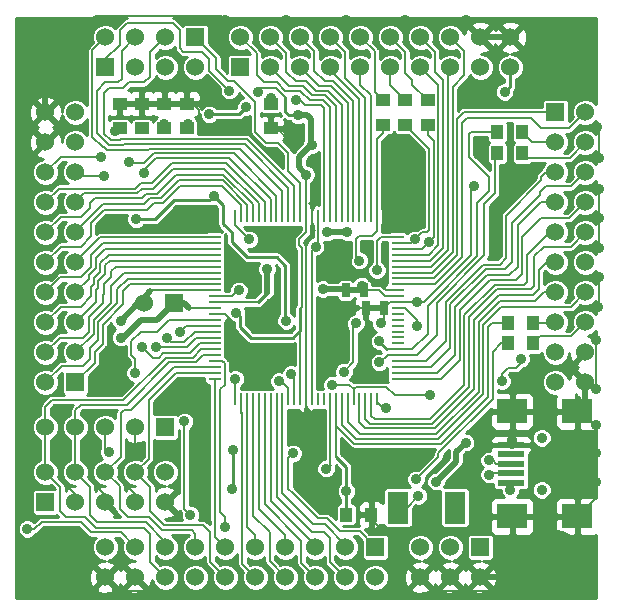
<source format=gtl>
G04 (created by PCBNEW (2013-07-07 BZR 4022)-stable) date 2015/10/09 5:51:01*
%MOIN*%
G04 Gerber Fmt 3.4, Leading zero omitted, Abs format*
%FSLAX34Y34*%
G01*
G70*
G90*
G04 APERTURE LIST*
%ADD10C,0.00393701*%
%ADD11C,0.019685*%
%ADD12R,0.0709X0.1063*%
%ADD13R,0.06X0.06*%
%ADD14C,0.06*%
%ADD15C,0.177165*%
%ADD16R,0.0393701X0.045*%
%ADD17R,0.045X0.0393701*%
%ADD18R,0.01X0.04*%
%ADD19R,0.04X0.01*%
%ADD20R,0.025X0.045*%
%ADD21R,0.0906X0.0197*%
%ADD22R,0.0984X0.0787*%
%ADD23C,0.0354*%
%ADD24C,0.035*%
%ADD25C,0.005*%
%ADD26C,0.01*%
%ADD27C,0.02*%
G04 APERTURE END LIST*
G54D10*
G54D11*
X40157Y-29527D02*
X40787Y-29527D01*
X39488Y-28937D02*
X40118Y-28937D01*
G54D12*
X43149Y-36181D03*
X41259Y-36181D03*
G54D13*
X29500Y-36000D03*
G54D14*
X29500Y-35000D03*
X30500Y-36000D03*
X30500Y-35000D03*
X31500Y-36000D03*
X31500Y-35000D03*
X32500Y-36000D03*
X32500Y-35000D03*
X33500Y-36000D03*
X33500Y-35000D03*
G54D13*
X33500Y-33500D03*
G54D14*
X32500Y-33500D03*
X31500Y-33500D03*
X30500Y-33500D03*
X29500Y-33500D03*
G54D13*
X34500Y-20500D03*
G54D14*
X33500Y-20500D03*
X32500Y-20500D03*
X31500Y-20500D03*
G54D13*
X31500Y-21500D03*
G54D14*
X32500Y-21500D03*
X33500Y-21500D03*
X34500Y-21500D03*
G54D13*
X33767Y-29370D03*
G54D14*
X32767Y-29370D03*
G54D13*
X36000Y-21500D03*
G54D14*
X36000Y-20500D03*
X37000Y-21500D03*
X37000Y-20500D03*
X38000Y-21500D03*
X38000Y-20500D03*
X39000Y-21500D03*
X39000Y-20500D03*
X40000Y-21500D03*
X40000Y-20500D03*
X41000Y-21500D03*
X41000Y-20500D03*
X42000Y-21500D03*
X42000Y-20500D03*
X43000Y-21500D03*
X43000Y-20500D03*
X44000Y-21500D03*
X44000Y-20500D03*
X45000Y-21500D03*
X45000Y-20500D03*
G54D13*
X30500Y-32000D03*
G54D14*
X29500Y-32000D03*
X30500Y-31000D03*
X29500Y-31000D03*
X30500Y-30000D03*
X29500Y-30000D03*
X30500Y-29000D03*
X29500Y-29000D03*
X30500Y-28000D03*
X29500Y-28000D03*
X30500Y-27000D03*
X29500Y-27000D03*
X30500Y-26000D03*
X29500Y-26000D03*
X30500Y-25000D03*
X29500Y-25000D03*
X30500Y-24000D03*
X29500Y-24000D03*
X30500Y-23000D03*
X29500Y-23000D03*
G54D13*
X46500Y-23000D03*
G54D14*
X47500Y-23000D03*
X46500Y-24000D03*
X47500Y-24000D03*
X46500Y-25000D03*
X47500Y-25000D03*
X46500Y-26000D03*
X47500Y-26000D03*
X46500Y-27000D03*
X47500Y-27000D03*
X46500Y-28000D03*
X47500Y-28000D03*
X46500Y-29000D03*
X47500Y-29000D03*
X46500Y-30000D03*
X47500Y-30000D03*
X46500Y-31000D03*
X47500Y-31000D03*
X46500Y-32000D03*
X47500Y-32000D03*
G54D13*
X40500Y-37500D03*
G54D14*
X40500Y-38500D03*
X39500Y-37500D03*
X39500Y-38500D03*
X38500Y-37500D03*
X38500Y-38500D03*
X37500Y-37500D03*
X37500Y-38500D03*
X36500Y-37500D03*
X36500Y-38500D03*
X35500Y-37500D03*
X35500Y-38500D03*
X34500Y-37500D03*
X34500Y-38500D03*
X33500Y-37500D03*
X33500Y-38500D03*
X32500Y-37500D03*
X32500Y-38500D03*
X31500Y-37500D03*
X31500Y-38500D03*
G54D15*
X46456Y-37795D03*
X29921Y-21259D03*
X46456Y-21259D03*
X29921Y-37795D03*
G54D16*
X39527Y-36417D03*
X40354Y-36417D03*
G54D17*
X33464Y-23543D03*
X33464Y-22716D03*
X34212Y-23543D03*
X34212Y-22716D03*
X37007Y-22716D03*
X37007Y-23543D03*
X32716Y-23543D03*
X32716Y-22716D03*
X31968Y-23543D03*
X31968Y-22716D03*
G54D18*
X35828Y-26477D03*
X40548Y-26477D03*
X40348Y-26477D03*
X40158Y-26477D03*
X39958Y-26477D03*
X39758Y-26477D03*
X39568Y-26477D03*
X39368Y-26477D03*
X39168Y-26477D03*
X38978Y-26477D03*
X38778Y-26477D03*
X38578Y-26477D03*
X38378Y-26477D03*
X38188Y-26477D03*
X37988Y-26477D03*
X37788Y-26477D03*
X37598Y-26477D03*
X37398Y-26477D03*
X37198Y-26477D03*
X37008Y-26477D03*
X36808Y-26477D03*
X36608Y-26477D03*
X36418Y-26477D03*
X36218Y-26477D03*
X36018Y-26477D03*
G54D19*
X41238Y-27167D03*
X41238Y-31887D03*
X41238Y-31687D03*
X41238Y-31497D03*
X41238Y-31297D03*
X41238Y-31097D03*
X41238Y-30907D03*
X41238Y-30707D03*
X41238Y-30507D03*
X41238Y-30317D03*
X41238Y-30117D03*
X41238Y-29917D03*
X41238Y-29717D03*
X41238Y-29527D03*
X41238Y-29327D03*
X41238Y-29127D03*
X41238Y-28937D03*
X41238Y-28737D03*
X41238Y-28537D03*
X41238Y-28347D03*
X41238Y-28147D03*
X41238Y-27947D03*
X41238Y-27757D03*
X41238Y-27557D03*
X41238Y-27357D03*
X35138Y-27167D03*
X35138Y-27367D03*
X35138Y-27557D03*
X35138Y-27757D03*
X35138Y-27957D03*
X35138Y-28147D03*
X35138Y-28347D03*
X35138Y-28547D03*
X35138Y-28737D03*
X35138Y-28937D03*
X35138Y-29137D03*
X35138Y-29337D03*
X35138Y-29527D03*
X35138Y-29727D03*
X35138Y-29927D03*
X35138Y-30117D03*
X35138Y-30317D03*
X35138Y-30517D03*
X35138Y-30707D03*
X35138Y-30907D03*
X35138Y-31107D03*
X35138Y-31297D03*
X35138Y-31497D03*
X35138Y-31697D03*
X35138Y-31887D03*
G54D18*
X35828Y-32577D03*
X36028Y-32577D03*
X36218Y-32577D03*
X36418Y-32577D03*
X36618Y-32577D03*
X36808Y-32577D03*
X37008Y-32577D03*
X37208Y-32577D03*
X37398Y-32577D03*
X37598Y-32577D03*
X37798Y-32577D03*
X37998Y-32577D03*
X38188Y-32577D03*
X38388Y-32577D03*
X38588Y-32577D03*
X38778Y-32577D03*
X38978Y-32577D03*
X39178Y-32577D03*
X39368Y-32577D03*
X39568Y-32577D03*
X39768Y-32577D03*
X39958Y-32577D03*
X40158Y-32577D03*
X40358Y-32577D03*
X40548Y-32577D03*
G54D16*
X44921Y-30708D03*
X45748Y-30708D03*
X44921Y-30039D03*
X45748Y-30039D03*
X44566Y-24370D03*
X45393Y-24370D03*
X44566Y-23661D03*
X45393Y-23661D03*
G54D17*
X41496Y-23425D03*
X41496Y-22598D03*
X40748Y-23425D03*
X40748Y-22598D03*
X42244Y-23425D03*
X42244Y-22598D03*
G54D13*
X44000Y-37500D03*
G54D14*
X44000Y-38500D03*
X43000Y-37500D03*
X43000Y-38500D03*
X42000Y-37500D03*
X42000Y-38500D03*
G54D20*
X40172Y-29527D03*
X40772Y-29527D03*
X39503Y-28937D03*
X40103Y-28937D03*
G54D21*
X45019Y-35354D03*
X45019Y-35039D03*
X45019Y-34724D03*
X45019Y-34409D03*
X45019Y-34094D03*
G54D22*
X45058Y-36476D03*
X47223Y-36476D03*
X45058Y-32972D03*
X47223Y-32972D03*
G54D23*
X46042Y-35590D03*
X46042Y-33858D03*
G54D24*
X31614Y-34330D03*
X32480Y-31692D03*
X42283Y-27322D03*
X41811Y-27244D03*
X39960Y-27952D03*
X35472Y-36811D03*
X41850Y-35236D03*
X38858Y-34881D03*
X35748Y-34251D03*
X35708Y-35551D03*
X39527Y-35629D03*
X40629Y-31338D03*
X40629Y-30629D03*
X32283Y-24645D03*
X32795Y-25039D03*
X37283Y-31968D03*
X37677Y-31732D03*
X44724Y-31968D03*
X42322Y-32440D03*
X45354Y-31220D03*
X39055Y-32086D03*
X37834Y-22598D03*
X33976Y-30314D03*
X35629Y-22283D03*
X33543Y-30511D03*
X33188Y-30826D03*
X32716Y-30826D03*
X35944Y-28937D03*
X44291Y-34606D03*
X44291Y-35078D03*
X32007Y-30511D03*
X36889Y-28228D03*
X40551Y-28267D03*
X35826Y-31889D03*
X36299Y-27244D03*
X40866Y-32874D03*
X32007Y-29960D03*
X31811Y-23622D03*
X32716Y-23543D03*
X37007Y-22519D03*
X41929Y-35787D03*
X43307Y-36259D03*
X45000Y-35590D03*
X33464Y-23385D03*
X34251Y-23385D03*
X31456Y-25118D03*
X31338Y-24488D03*
X34330Y-36417D03*
X34133Y-33307D03*
X37755Y-34370D03*
X41889Y-30118D03*
X38503Y-27480D03*
X40039Y-28779D03*
X42519Y-35314D03*
X43503Y-34015D03*
X36181Y-22834D03*
X36574Y-22322D03*
X34960Y-23070D03*
X39566Y-27007D03*
X38897Y-27007D03*
X44803Y-22322D03*
X37913Y-23110D03*
X35866Y-29685D03*
X38188Y-25078D03*
X38740Y-28897D03*
X38385Y-24094D03*
X32519Y-26574D03*
X28897Y-36889D03*
X37519Y-29960D03*
X35118Y-25787D03*
X39448Y-31653D03*
X39842Y-30039D03*
X43779Y-25472D03*
X41889Y-29330D03*
X40669Y-30039D03*
X39763Y-34409D03*
X40944Y-34409D03*
X41614Y-34409D03*
X40236Y-34370D03*
X37952Y-35354D03*
X40669Y-36889D03*
X36181Y-23464D03*
X33897Y-26850D03*
X35669Y-28503D03*
X36417Y-28464D03*
X37125Y-30866D03*
X36496Y-31771D03*
X38897Y-29527D03*
X36417Y-29645D03*
X36968Y-27440D03*
X31653Y-32204D03*
X45039Y-25354D03*
X44094Y-24212D03*
X47952Y-27519D03*
X47874Y-23503D03*
X41377Y-24803D03*
X28700Y-37401D03*
X28740Y-33858D03*
X28740Y-32677D03*
X28740Y-31496D03*
X28740Y-30314D03*
X28740Y-29133D03*
X28740Y-27952D03*
X28740Y-26771D03*
X28740Y-25590D03*
X28740Y-24409D03*
X28740Y-23228D03*
X28740Y-22047D03*
X28661Y-35118D03*
X40157Y-27440D03*
X34448Y-34881D03*
X30866Y-20078D03*
X43503Y-19921D03*
X41496Y-19921D03*
X39527Y-19921D03*
X37519Y-19921D03*
X35472Y-19921D03*
X47952Y-24527D03*
X47952Y-25551D03*
X47952Y-26535D03*
X47952Y-28503D03*
X47913Y-29488D03*
X47834Y-30590D03*
X47834Y-32244D03*
X47834Y-33425D03*
X47834Y-34370D03*
X47834Y-35314D03*
X45669Y-38976D03*
X44488Y-38976D03*
X42519Y-38976D03*
X41141Y-38976D03*
X38976Y-38976D03*
X37007Y-38976D03*
X35039Y-38976D03*
X33070Y-38976D03*
X31889Y-38976D03*
X31102Y-38976D03*
X45039Y-33937D03*
X37598Y-23937D03*
X37165Y-24370D03*
X34842Y-23543D03*
X34724Y-33740D03*
X34527Y-32677D03*
X39960Y-31771D03*
X38661Y-34015D03*
X35669Y-31023D03*
X40118Y-30984D03*
X38385Y-24606D03*
G54D25*
X31500Y-33500D02*
X31500Y-34216D01*
X31500Y-34216D02*
X31614Y-34330D01*
X33228Y-30314D02*
X33615Y-29927D01*
X32677Y-30314D02*
X33228Y-30314D01*
X32362Y-30629D02*
X32677Y-30314D01*
X32362Y-31102D02*
X32362Y-30629D01*
X32480Y-31220D02*
X32362Y-31102D01*
X33615Y-29927D02*
X35138Y-29927D01*
X32480Y-31692D02*
X32480Y-31220D01*
X42755Y-27519D02*
X42755Y-21929D01*
X42328Y-27947D02*
X42755Y-27519D01*
X41238Y-27947D02*
X42328Y-27947D01*
X42755Y-21929D02*
X42480Y-21653D01*
X42480Y-20980D02*
X42000Y-20500D01*
X42480Y-21653D02*
X42480Y-20980D01*
X41238Y-27757D02*
X42281Y-27757D01*
X42598Y-22098D02*
X42000Y-21500D01*
X42598Y-27440D02*
X42598Y-22098D01*
X42281Y-27757D02*
X42598Y-27440D01*
X42244Y-23425D02*
X42244Y-23772D01*
X42448Y-27157D02*
X42283Y-27322D01*
X42448Y-23976D02*
X42448Y-27157D01*
X42244Y-23772D02*
X42448Y-23976D01*
X42048Y-27557D02*
X42283Y-27322D01*
X41238Y-27557D02*
X42048Y-27557D01*
X41811Y-27244D02*
X42047Y-27007D01*
X42298Y-24227D02*
X41496Y-23425D01*
X42298Y-26929D02*
X42298Y-24227D01*
X42219Y-27007D02*
X42298Y-26929D01*
X42047Y-27007D02*
X42219Y-27007D01*
X41697Y-27357D02*
X41811Y-27244D01*
X41697Y-27357D02*
X41238Y-27357D01*
X39960Y-27952D02*
X39842Y-27834D01*
X40548Y-26970D02*
X40548Y-26477D01*
X40393Y-27125D02*
X40548Y-26970D01*
X39960Y-27125D02*
X40393Y-27125D01*
X39842Y-27244D02*
X39960Y-27125D01*
X39842Y-27834D02*
X39842Y-27244D01*
X40748Y-23425D02*
X40748Y-23700D01*
X40548Y-23899D02*
X40548Y-26477D01*
X40748Y-23700D02*
X40548Y-23899D01*
X40348Y-26477D02*
X40348Y-22435D01*
X40000Y-22086D02*
X40000Y-21500D01*
X40348Y-22435D02*
X40000Y-22086D01*
X40158Y-26477D02*
X40158Y-22521D01*
X39488Y-20988D02*
X39000Y-20500D01*
X39488Y-21850D02*
X39488Y-20988D01*
X40158Y-22521D02*
X39488Y-21850D01*
X39958Y-26477D02*
X39958Y-22557D01*
X39000Y-21598D02*
X39000Y-21500D01*
X39958Y-22557D02*
X39000Y-21598D01*
X30000Y-36299D02*
X30196Y-36496D01*
X30000Y-35500D02*
X30000Y-36299D01*
X29500Y-35000D02*
X30000Y-35500D01*
X30826Y-36496D02*
X31181Y-36850D01*
X30196Y-36496D02*
X30826Y-36496D01*
X35138Y-30907D02*
X34682Y-30907D01*
X34409Y-31181D02*
X33503Y-31181D01*
X34682Y-30907D02*
X34409Y-31181D01*
X32992Y-37992D02*
X33500Y-38500D01*
X31181Y-36850D02*
X32795Y-36850D01*
X32795Y-36850D02*
X32992Y-37047D01*
X32992Y-37047D02*
X32992Y-37992D01*
X29500Y-33500D02*
X29500Y-35000D01*
X29500Y-32822D02*
X29500Y-33500D01*
X29724Y-32598D02*
X29500Y-32822D01*
X32086Y-32598D02*
X29724Y-32598D01*
X33503Y-31181D02*
X32086Y-32598D01*
X30500Y-35000D02*
X30500Y-33500D01*
X33622Y-31338D02*
X34527Y-31338D01*
X33622Y-31338D02*
X32204Y-32755D01*
X32204Y-32755D02*
X30669Y-32755D01*
X30669Y-32755D02*
X30500Y-32925D01*
X30500Y-32925D02*
X30500Y-33500D01*
X34527Y-31338D02*
X34758Y-31107D01*
X34758Y-31107D02*
X35138Y-31107D01*
X33500Y-37500D02*
X33500Y-37318D01*
X30984Y-35484D02*
X30500Y-35000D01*
X30984Y-36417D02*
X30984Y-35484D01*
X31220Y-36653D02*
X30984Y-36417D01*
X32834Y-36653D02*
X31220Y-36653D01*
X33500Y-37318D02*
X32834Y-36653D01*
X35392Y-31297D02*
X35472Y-31377D01*
X35472Y-31377D02*
X35472Y-32086D01*
X35472Y-32086D02*
X35314Y-32244D01*
X35314Y-32244D02*
X35314Y-36338D01*
X35392Y-31297D02*
X35138Y-31297D01*
X35472Y-36496D02*
X35314Y-36338D01*
X35472Y-36811D02*
X35472Y-36496D01*
X34500Y-37500D02*
X34500Y-37059D01*
X31968Y-35468D02*
X31500Y-35000D01*
X31968Y-36220D02*
X31968Y-35468D01*
X32244Y-36496D02*
X31968Y-36220D01*
X32952Y-36496D02*
X32244Y-36496D01*
X33385Y-36929D02*
X32952Y-36496D01*
X34370Y-36929D02*
X33385Y-36929D01*
X34500Y-37059D02*
X34370Y-36929D01*
X35138Y-31497D02*
X33778Y-31497D01*
X32007Y-34492D02*
X31500Y-35000D01*
X32007Y-33031D02*
X32007Y-34492D01*
X32125Y-32913D02*
X32007Y-33031D01*
X32362Y-32913D02*
X32125Y-32913D01*
X33778Y-31497D02*
X32362Y-32913D01*
X32500Y-35000D02*
X32992Y-35492D01*
X35000Y-38000D02*
X35500Y-38500D01*
X35000Y-37007D02*
X35000Y-38000D01*
X34763Y-36771D02*
X35000Y-37007D01*
X33464Y-36771D02*
X34763Y-36771D01*
X32992Y-36299D02*
X33464Y-36771D01*
X32992Y-35492D02*
X32992Y-36299D01*
X33858Y-31697D02*
X32952Y-32603D01*
X32952Y-34547D02*
X32500Y-35000D01*
X32952Y-32603D02*
X32952Y-34547D01*
X35138Y-31697D02*
X33858Y-31697D01*
X35500Y-37500D02*
X35157Y-37157D01*
X35138Y-36595D02*
X35138Y-31887D01*
X35157Y-36614D02*
X35138Y-36595D01*
X35157Y-37157D02*
X35157Y-36614D01*
X36028Y-32577D02*
X36028Y-33026D01*
X36062Y-38062D02*
X36500Y-38500D01*
X36062Y-32992D02*
X36062Y-38062D01*
X36028Y-33026D02*
X36062Y-32992D01*
X36500Y-37500D02*
X36500Y-37090D01*
X36218Y-33032D02*
X36218Y-32577D01*
X36220Y-33031D02*
X36218Y-33032D01*
X36220Y-36811D02*
X36220Y-33031D01*
X36500Y-37090D02*
X36220Y-36811D01*
X41238Y-31497D02*
X42360Y-31497D01*
X47027Y-25472D02*
X47500Y-25000D01*
X46181Y-25472D02*
X47027Y-25472D01*
X45984Y-25669D02*
X46181Y-25472D01*
X45984Y-25748D02*
X45984Y-25669D01*
X45039Y-26692D02*
X45984Y-25748D01*
X45039Y-27992D02*
X45039Y-26692D01*
X44803Y-28228D02*
X45039Y-27992D01*
X44173Y-28228D02*
X44803Y-28228D01*
X42992Y-29409D02*
X44173Y-28228D01*
X42992Y-30866D02*
X42992Y-29409D01*
X42360Y-31497D02*
X42992Y-30866D01*
X41238Y-31297D02*
X42167Y-31297D01*
X46181Y-25000D02*
X46500Y-25000D01*
X46023Y-25157D02*
X46181Y-25000D01*
X46023Y-25275D02*
X46023Y-25157D01*
X44842Y-26456D02*
X46023Y-25275D01*
X44842Y-27874D02*
X44842Y-26456D01*
X44638Y-28078D02*
X44842Y-27874D01*
X44087Y-28078D02*
X44638Y-28078D01*
X42834Y-29330D02*
X44087Y-28078D01*
X42834Y-30629D02*
X42834Y-29330D01*
X42167Y-31297D02*
X42834Y-30629D01*
X47500Y-23000D02*
X46956Y-23543D01*
X42482Y-28737D02*
X41238Y-28737D01*
X43385Y-27834D02*
X42482Y-28737D01*
X43385Y-23346D02*
X43385Y-27834D01*
X43543Y-23188D02*
X43385Y-23346D01*
X45669Y-23188D02*
X43543Y-23188D01*
X46023Y-23543D02*
X45669Y-23188D01*
X46956Y-23543D02*
X46023Y-23543D01*
X41238Y-28537D02*
X42446Y-28537D01*
X43456Y-23000D02*
X46500Y-23000D01*
X43228Y-23228D02*
X43456Y-23000D01*
X43228Y-27755D02*
X43228Y-23228D01*
X42446Y-28537D02*
X43228Y-27755D01*
X35138Y-27757D02*
X31612Y-27757D01*
X31023Y-29133D02*
X30669Y-29488D01*
X31023Y-28818D02*
X31023Y-29133D01*
X31102Y-28740D02*
X31023Y-28818D01*
X31102Y-28543D02*
X31102Y-28740D01*
X31331Y-28314D02*
X31102Y-28543D01*
X31331Y-28038D02*
X31331Y-28314D01*
X31612Y-27757D02*
X31331Y-28038D01*
X30011Y-29488D02*
X29500Y-30000D01*
X30669Y-29488D02*
X30011Y-29488D01*
X35138Y-27957D02*
X31648Y-27957D01*
X30511Y-30000D02*
X30500Y-30000D01*
X31181Y-29330D02*
X30511Y-30000D01*
X31181Y-28929D02*
X31181Y-29330D01*
X31259Y-28850D02*
X31181Y-28929D01*
X31259Y-28622D02*
X31259Y-28850D01*
X31496Y-28385D02*
X31259Y-28622D01*
X31496Y-28110D02*
X31496Y-28385D01*
X31648Y-27957D02*
X31496Y-28110D01*
X36418Y-32577D02*
X36418Y-36458D01*
X36968Y-37968D02*
X37500Y-38500D01*
X36968Y-37007D02*
X36968Y-37968D01*
X36418Y-36458D02*
X36968Y-37007D01*
X37500Y-37500D02*
X37500Y-37106D01*
X36618Y-33026D02*
X36618Y-32577D01*
X36608Y-33037D02*
X36618Y-33026D01*
X36608Y-36214D02*
X36608Y-33037D01*
X37500Y-37106D02*
X36608Y-36214D01*
X41850Y-35236D02*
X42598Y-34488D01*
X42598Y-34488D02*
X42598Y-34370D01*
X44921Y-30708D02*
X44685Y-30708D01*
X44685Y-30708D02*
X44409Y-30984D01*
X44409Y-32559D02*
X42598Y-34370D01*
X44409Y-30984D02*
X44409Y-32559D01*
G54D26*
X38978Y-34761D02*
X38858Y-34881D01*
G54D25*
X38978Y-32577D02*
X38978Y-34761D01*
G54D26*
X35748Y-34251D02*
X35748Y-35511D01*
G54D25*
X35748Y-35511D02*
X35708Y-35551D01*
X44921Y-30039D02*
X44370Y-30039D01*
X39780Y-34047D02*
X39178Y-33446D01*
X42684Y-34047D02*
X39780Y-34047D01*
X44251Y-32480D02*
X42684Y-34047D01*
X44251Y-32480D02*
X44251Y-30157D01*
X44370Y-30039D02*
X44251Y-30157D01*
G54D26*
X39527Y-36417D02*
X39527Y-35629D01*
X39527Y-35629D02*
X39527Y-34842D01*
X39178Y-34493D02*
X39527Y-34842D01*
G54D25*
X39178Y-34493D02*
X39178Y-33446D01*
X39178Y-32577D02*
X39178Y-33446D01*
X44488Y-25708D02*
X44488Y-24448D01*
X41894Y-31097D02*
X42559Y-30433D01*
X42559Y-30433D02*
X42559Y-29345D01*
X42559Y-29345D02*
X44133Y-27771D01*
X44133Y-27771D02*
X44133Y-26062D01*
X44133Y-26062D02*
X44488Y-25708D01*
X41238Y-31097D02*
X41894Y-31097D01*
X44488Y-24448D02*
X44566Y-24370D01*
X40664Y-31338D02*
X40905Y-31097D01*
X40629Y-31338D02*
X40664Y-31338D01*
X41238Y-31097D02*
X40905Y-31097D01*
X43897Y-26023D02*
X43897Y-27795D01*
X43700Y-23661D02*
X43622Y-23740D01*
X43622Y-23740D02*
X43622Y-24488D01*
X43622Y-24488D02*
X44291Y-25157D01*
X44291Y-25157D02*
X44291Y-25629D01*
X44291Y-25629D02*
X43897Y-26023D01*
X44566Y-23661D02*
X43700Y-23661D01*
X41730Y-30907D02*
X41238Y-30907D01*
X42244Y-30393D02*
X41730Y-30907D01*
X42244Y-29448D02*
X42244Y-30393D01*
X43897Y-27795D02*
X42244Y-29448D01*
X40868Y-30907D02*
X41238Y-30907D01*
G54D26*
X40629Y-30669D02*
X40868Y-30907D01*
X40629Y-30629D02*
X40629Y-30669D01*
G54D25*
X35787Y-24370D02*
X33110Y-24370D01*
X37198Y-25781D02*
X35787Y-24370D01*
X37198Y-26477D02*
X37198Y-25781D01*
X32322Y-24685D02*
X32283Y-24645D01*
X32795Y-24685D02*
X32322Y-24685D01*
X33110Y-24370D02*
X32795Y-24685D01*
X37008Y-25906D02*
X35622Y-24520D01*
X37008Y-26477D02*
X37008Y-25906D01*
X32795Y-24921D02*
X32795Y-25039D01*
X33196Y-24520D02*
X32795Y-24921D01*
X35622Y-24520D02*
X33196Y-24520D01*
X37598Y-32577D02*
X37598Y-32205D01*
X37362Y-31968D02*
X37283Y-31968D01*
X37598Y-32205D02*
X37362Y-31968D01*
X37798Y-32577D02*
X37798Y-31854D01*
X37798Y-31854D02*
X37677Y-31732D01*
X32677Y-25354D02*
X33063Y-25354D01*
X36808Y-25982D02*
X35511Y-24685D01*
X32677Y-25354D02*
X32480Y-25551D01*
X32480Y-25551D02*
X29948Y-25551D01*
X29500Y-26000D02*
X29948Y-25551D01*
X36808Y-25982D02*
X36808Y-26477D01*
X33732Y-24685D02*
X35511Y-24685D01*
X33063Y-25354D02*
X33732Y-24685D01*
X32559Y-25708D02*
X30791Y-25708D01*
X30791Y-25708D02*
X30500Y-26000D01*
X32716Y-25551D02*
X33095Y-25551D01*
X32716Y-25551D02*
X32559Y-25708D01*
X35448Y-24881D02*
X36608Y-26042D01*
X33764Y-24881D02*
X35448Y-24881D01*
X33095Y-25551D02*
X33764Y-24881D01*
X36608Y-26477D02*
X36608Y-26042D01*
X29500Y-27000D02*
X30003Y-26496D01*
X31134Y-25866D02*
X32716Y-25866D01*
X30984Y-26016D02*
X31134Y-25866D01*
X30984Y-26181D02*
X30984Y-26016D01*
X30669Y-26496D02*
X30984Y-26181D01*
X30003Y-26496D02*
X30669Y-26496D01*
X36418Y-26064D02*
X35433Y-25078D01*
X32866Y-25716D02*
X32716Y-25866D01*
X36418Y-26064D02*
X36418Y-26477D01*
X33220Y-25716D02*
X32866Y-25716D01*
X33858Y-25078D02*
X33220Y-25716D01*
X35433Y-25078D02*
X33858Y-25078D01*
X32795Y-26062D02*
X31417Y-26062D01*
X30500Y-26980D02*
X30500Y-27000D01*
X31417Y-26062D02*
X30500Y-26980D01*
X32992Y-25866D02*
X33346Y-25866D01*
X36218Y-26085D02*
X35408Y-25275D01*
X32992Y-25866D02*
X32795Y-26062D01*
X36218Y-26085D02*
X36218Y-26477D01*
X33937Y-25275D02*
X35408Y-25275D01*
X33346Y-25866D02*
X33937Y-25275D01*
X32874Y-26259D02*
X31456Y-26259D01*
X30019Y-27480D02*
X29500Y-28000D01*
X30669Y-27480D02*
X30019Y-27480D01*
X31023Y-27125D02*
X30669Y-27480D01*
X31023Y-26692D02*
X31023Y-27125D01*
X31456Y-26259D02*
X31023Y-26692D01*
X33110Y-26023D02*
X33417Y-26023D01*
X36018Y-26097D02*
X35393Y-25472D01*
X33110Y-26023D02*
X32874Y-26259D01*
X36018Y-26097D02*
X36018Y-26477D01*
X33968Y-25472D02*
X35393Y-25472D01*
X33417Y-26023D02*
X33968Y-25472D01*
X35138Y-27167D02*
X31332Y-27167D01*
X31332Y-27167D02*
X30500Y-28000D01*
X35138Y-27367D02*
X31411Y-27367D01*
X29996Y-28503D02*
X29500Y-29000D01*
X30669Y-28503D02*
X29996Y-28503D01*
X31023Y-28149D02*
X30669Y-28503D01*
X31023Y-27755D02*
X31023Y-28149D01*
X31411Y-27367D02*
X31023Y-27755D01*
X35138Y-27557D02*
X31497Y-27557D01*
X30944Y-28555D02*
X30500Y-29000D01*
X30944Y-28440D02*
X30944Y-28555D01*
X31181Y-28204D02*
X30944Y-28440D01*
X31181Y-27874D02*
X31181Y-28204D01*
X31497Y-27557D02*
X31181Y-27874D01*
X47500Y-29000D02*
X47011Y-29488D01*
X39368Y-33424D02*
X39368Y-32577D01*
X39842Y-33897D02*
X39368Y-33424D01*
X42598Y-33897D02*
X39842Y-33897D01*
X44094Y-32401D02*
X42598Y-33897D01*
X44094Y-30078D02*
X44094Y-32401D01*
X44685Y-29488D02*
X44094Y-30078D01*
X47011Y-29488D02*
X44685Y-29488D01*
X39568Y-32577D02*
X39568Y-33316D01*
X46118Y-29000D02*
X46500Y-29000D01*
X45826Y-29291D02*
X46118Y-29000D01*
X44645Y-29291D02*
X45826Y-29291D01*
X43937Y-30000D02*
X44645Y-29291D01*
X43937Y-32322D02*
X43937Y-30000D01*
X42519Y-33740D02*
X43937Y-32322D01*
X39992Y-33740D02*
X42519Y-33740D01*
X39568Y-33316D02*
X39992Y-33740D01*
X45196Y-31535D02*
X44921Y-31535D01*
X39768Y-32238D02*
X39842Y-32165D01*
X39842Y-32165D02*
X40866Y-32165D01*
X40866Y-32165D02*
X41141Y-32440D01*
X41141Y-32440D02*
X42322Y-32440D01*
X39768Y-32238D02*
X39768Y-32244D01*
X45354Y-31377D02*
X45354Y-31220D01*
X45196Y-31535D02*
X45354Y-31377D01*
X44724Y-31732D02*
X44724Y-31968D01*
X44921Y-31535D02*
X44724Y-31732D01*
X39611Y-32086D02*
X39768Y-32244D01*
X39055Y-32086D02*
X39611Y-32086D01*
X39768Y-32577D02*
X39768Y-32244D01*
X39958Y-32577D02*
X39958Y-33344D01*
X46212Y-28000D02*
X46500Y-28000D01*
X45944Y-28267D02*
X46212Y-28000D01*
X45944Y-28897D02*
X45944Y-28267D01*
X45748Y-29094D02*
X45944Y-28897D01*
X44606Y-29094D02*
X45748Y-29094D01*
X43779Y-29921D02*
X44606Y-29094D01*
X43779Y-32244D02*
X43779Y-29921D01*
X42480Y-33543D02*
X43779Y-32244D01*
X40157Y-33543D02*
X42480Y-33543D01*
X39958Y-33344D02*
X40157Y-33543D01*
X40158Y-32577D02*
X40158Y-33237D01*
X47019Y-27480D02*
X47500Y-27000D01*
X46102Y-27480D02*
X47019Y-27480D01*
X45787Y-27795D02*
X46102Y-27480D01*
X45787Y-28779D02*
X45787Y-27795D01*
X45669Y-28897D02*
X45787Y-28779D01*
X44566Y-28897D02*
X45669Y-28897D01*
X43622Y-29842D02*
X44566Y-28897D01*
X43622Y-32165D02*
X43622Y-29842D01*
X42394Y-33393D02*
X43622Y-32165D01*
X40314Y-33393D02*
X42394Y-33393D01*
X40158Y-33237D02*
X40314Y-33393D01*
X40358Y-32577D02*
X40358Y-33129D01*
X46307Y-27000D02*
X46500Y-27000D01*
X45551Y-27755D02*
X46307Y-27000D01*
X45551Y-28661D02*
X45551Y-27755D01*
X45464Y-28747D02*
X45551Y-28661D01*
X44480Y-28747D02*
X45464Y-28747D01*
X43464Y-29763D02*
X44480Y-28747D01*
X43464Y-32086D02*
X43464Y-29763D01*
X42307Y-33243D02*
X43464Y-32086D01*
X40472Y-33243D02*
X42307Y-33243D01*
X40358Y-33129D02*
X40472Y-33243D01*
X41238Y-31887D02*
X42679Y-31887D01*
X46964Y-26535D02*
X47500Y-26000D01*
X46023Y-26535D02*
X46964Y-26535D01*
X45393Y-27165D02*
X46023Y-26535D01*
X45393Y-28393D02*
X45393Y-27165D01*
X45189Y-28597D02*
X45393Y-28393D01*
X44315Y-28597D02*
X45189Y-28597D01*
X43307Y-29606D02*
X44315Y-28597D01*
X43307Y-31259D02*
X43307Y-29606D01*
X42679Y-31887D02*
X43307Y-31259D01*
X42564Y-31687D02*
X43149Y-31102D01*
X43149Y-31102D02*
X43149Y-29488D01*
X43149Y-29488D02*
X44212Y-28425D01*
X41238Y-31687D02*
X42564Y-31687D01*
X46007Y-26000D02*
X46500Y-26000D01*
X45236Y-26771D02*
X46007Y-26000D01*
X45236Y-28149D02*
X45236Y-26771D01*
X44960Y-28425D02*
X45236Y-28149D01*
X44212Y-28425D02*
X44960Y-28425D01*
X41238Y-28347D02*
X42400Y-28347D01*
X43464Y-20964D02*
X43000Y-20500D01*
X43464Y-21771D02*
X43464Y-20964D01*
X43070Y-22165D02*
X43464Y-21771D01*
X43070Y-27677D02*
X43070Y-22165D01*
X42400Y-28347D02*
X43070Y-27677D01*
X43000Y-21500D02*
X43000Y-21645D01*
X42364Y-28147D02*
X41238Y-28147D01*
X42913Y-27598D02*
X42364Y-28147D01*
X42913Y-21732D02*
X42913Y-27598D01*
X43000Y-21645D02*
X42913Y-21732D01*
X39758Y-26477D02*
X39758Y-22632D01*
X38464Y-21614D02*
X38464Y-20964D01*
X38464Y-20964D02*
X38000Y-20500D01*
X38818Y-21968D02*
X38464Y-21614D01*
X39094Y-21968D02*
X38818Y-21968D01*
X39758Y-22632D02*
X39094Y-21968D01*
X39568Y-26477D02*
X39568Y-22679D01*
X38625Y-22125D02*
X38000Y-21500D01*
X39015Y-22125D02*
X38625Y-22125D01*
X39568Y-22679D02*
X39015Y-22125D01*
X39368Y-26477D02*
X39368Y-22747D01*
X37519Y-21019D02*
X37000Y-20500D01*
X37519Y-21653D02*
X37519Y-21019D01*
X37834Y-21968D02*
X37519Y-21653D01*
X38188Y-21968D02*
X37834Y-21968D01*
X38503Y-22283D02*
X38188Y-21968D01*
X38905Y-22283D02*
X38503Y-22283D01*
X39368Y-22747D02*
X38905Y-22283D01*
X39168Y-26477D02*
X39168Y-22791D01*
X37625Y-22125D02*
X37000Y-21500D01*
X38070Y-22125D02*
X37625Y-22125D01*
X38378Y-22433D02*
X38070Y-22125D01*
X38811Y-22433D02*
X38378Y-22433D01*
X39168Y-22791D02*
X38811Y-22433D01*
X38978Y-26477D02*
X38978Y-22822D01*
X36535Y-21035D02*
X36000Y-20500D01*
X36535Y-21771D02*
X36535Y-21035D01*
X36771Y-22007D02*
X36535Y-21771D01*
X37204Y-22007D02*
X36771Y-22007D01*
X37480Y-22283D02*
X37204Y-22007D01*
X37992Y-22283D02*
X37480Y-22283D01*
X38307Y-22598D02*
X37992Y-22283D01*
X38755Y-22598D02*
X38307Y-22598D01*
X38978Y-22822D02*
X38755Y-22598D01*
X38778Y-26477D02*
X38778Y-22865D01*
X37992Y-22598D02*
X37834Y-22598D01*
X38149Y-22755D02*
X37992Y-22598D01*
X38668Y-22755D02*
X38149Y-22755D01*
X38778Y-22865D02*
X38668Y-22755D01*
X34173Y-30117D02*
X33976Y-30314D01*
X35138Y-30117D02*
X34173Y-30117D01*
X34960Y-21614D02*
X34960Y-21220D01*
X35629Y-22283D02*
X34960Y-21614D01*
X31500Y-21216D02*
X31500Y-21500D01*
X31968Y-20748D02*
X31500Y-21216D01*
X31968Y-20275D02*
X31968Y-20748D01*
X32204Y-20039D02*
X31968Y-20275D01*
X33740Y-20039D02*
X32204Y-20039D01*
X33976Y-20275D02*
X33740Y-20039D01*
X33976Y-20866D02*
X33976Y-20275D01*
X34094Y-20984D02*
X33976Y-20866D01*
X34724Y-20984D02*
X34094Y-20984D01*
X34960Y-21220D02*
X34724Y-20984D01*
X34485Y-30317D02*
X35138Y-30317D01*
X34133Y-30669D02*
X34485Y-30317D01*
X33693Y-30669D02*
X34133Y-30669D01*
X33543Y-30519D02*
X33693Y-30669D01*
X33543Y-30511D02*
X33543Y-30519D01*
X35138Y-30517D02*
X34521Y-30517D01*
X34521Y-30517D02*
X34212Y-30826D01*
X34212Y-30826D02*
X33188Y-30826D01*
X35138Y-30707D02*
X34646Y-30707D01*
X33070Y-31181D02*
X32716Y-30826D01*
X33267Y-31181D02*
X33070Y-31181D01*
X33425Y-31023D02*
X33267Y-31181D01*
X34330Y-31023D02*
X33425Y-31023D01*
X34646Y-30707D02*
X34330Y-31023D01*
X36808Y-32577D02*
X36808Y-36060D01*
X38031Y-38031D02*
X38500Y-38500D01*
X38031Y-37283D02*
X38031Y-38031D01*
X36808Y-36060D02*
X38031Y-37283D01*
X38500Y-37500D02*
X38500Y-37437D01*
X38500Y-37437D02*
X37008Y-35945D01*
X38500Y-37500D02*
X38500Y-37240D01*
X37008Y-35945D02*
X37008Y-32577D01*
X37208Y-35590D02*
X37208Y-35831D01*
X39484Y-38500D02*
X38976Y-37992D01*
X38976Y-37992D02*
X38976Y-37204D01*
X39484Y-38500D02*
X39500Y-38500D01*
X38779Y-37007D02*
X38976Y-37204D01*
X38385Y-37007D02*
X38779Y-37007D01*
X37208Y-35831D02*
X38385Y-37007D01*
X37208Y-35594D02*
X37208Y-35590D01*
X37208Y-35590D02*
X37208Y-32577D01*
X39500Y-37500D02*
X39500Y-37413D01*
X37398Y-35430D02*
X37398Y-32577D01*
X37398Y-35706D02*
X37398Y-35430D01*
X38425Y-36732D02*
X37398Y-35706D01*
X38818Y-36732D02*
X38425Y-36732D01*
X39500Y-37413D02*
X38818Y-36732D01*
X36496Y-22677D02*
X36496Y-23661D01*
X37988Y-26477D02*
X37988Y-25351D01*
X37598Y-24370D02*
X37244Y-24015D01*
X37598Y-24960D02*
X37598Y-24370D01*
X37988Y-25351D02*
X37598Y-24960D01*
X37244Y-24015D02*
X36850Y-24015D01*
X35196Y-21196D02*
X34500Y-20500D01*
X35196Y-21574D02*
X35196Y-21196D01*
X35590Y-21968D02*
X35196Y-21574D01*
X35590Y-21968D02*
X35787Y-21968D01*
X35787Y-21968D02*
X36496Y-22677D01*
X36850Y-24015D02*
X36496Y-23661D01*
X36227Y-23905D02*
X32000Y-23905D01*
X37788Y-25466D02*
X36227Y-23905D01*
X37788Y-26477D02*
X37788Y-25466D01*
X32992Y-21811D02*
X32992Y-21007D01*
X32795Y-22007D02*
X32992Y-21811D01*
X32283Y-22007D02*
X32795Y-22007D01*
X32086Y-22204D02*
X32283Y-22007D01*
X31614Y-22204D02*
X32086Y-22204D01*
X31456Y-22362D02*
X31614Y-22204D01*
X31456Y-23724D02*
X31456Y-22362D01*
X31668Y-23937D02*
X31456Y-23724D01*
X31968Y-23937D02*
X31668Y-23937D01*
X32000Y-23905D02*
X31968Y-23937D01*
X32992Y-21007D02*
X33500Y-20500D01*
X36141Y-24055D02*
X32125Y-24055D01*
X32047Y-20952D02*
X32047Y-21889D01*
X32500Y-20500D02*
X32047Y-20952D01*
X31614Y-24094D02*
X31220Y-23700D01*
X31220Y-23700D02*
X31220Y-22283D01*
X31220Y-22283D02*
X31496Y-22007D01*
X31496Y-22007D02*
X31929Y-22007D01*
X37598Y-25512D02*
X36141Y-24055D01*
X37598Y-25512D02*
X37598Y-26477D01*
X31929Y-22007D02*
X32047Y-21889D01*
X32086Y-24094D02*
X31614Y-24094D01*
X32125Y-24055D02*
X32086Y-24094D01*
X31417Y-24173D02*
X31456Y-24173D01*
X31417Y-24173D02*
X31062Y-23818D01*
X37398Y-26477D02*
X37398Y-25627D01*
X31062Y-20937D02*
X31500Y-20500D01*
X31062Y-23818D02*
X31062Y-20937D01*
X35991Y-24220D02*
X32960Y-24220D01*
X37398Y-25627D02*
X35991Y-24220D01*
X32928Y-24251D02*
X32960Y-24220D01*
X31535Y-24251D02*
X32928Y-24251D01*
X31456Y-24173D02*
X31535Y-24251D01*
X35138Y-28147D02*
X31852Y-28147D01*
X30944Y-29842D02*
X30944Y-30314D01*
X30944Y-30314D02*
X30748Y-30511D01*
X30748Y-30511D02*
X29988Y-30511D01*
X29500Y-31000D02*
X29988Y-30511D01*
X31417Y-29370D02*
X30944Y-29842D01*
X31417Y-29094D02*
X31417Y-29370D01*
X31456Y-29055D02*
X31417Y-29094D01*
X31456Y-28740D02*
X31456Y-29055D01*
X31692Y-28503D02*
X31456Y-28740D01*
X31692Y-28307D02*
X31692Y-28503D01*
X31852Y-28147D02*
X31692Y-28307D01*
X35138Y-28347D02*
X32124Y-28347D01*
X31692Y-29347D02*
X31102Y-29937D01*
X31692Y-28779D02*
X31692Y-29347D01*
X32124Y-28347D02*
X31692Y-28779D01*
X31102Y-30397D02*
X30500Y-31000D01*
X31102Y-29937D02*
X31102Y-30397D01*
X31259Y-29992D02*
X31889Y-29362D01*
X31259Y-29992D02*
X31259Y-30590D01*
X31259Y-30590D02*
X30984Y-30866D01*
X30984Y-30866D02*
X30984Y-31220D01*
X30984Y-31220D02*
X30748Y-31456D01*
X30748Y-31456D02*
X30043Y-31456D01*
X29500Y-32000D02*
X30043Y-31456D01*
X32239Y-28547D02*
X35138Y-28547D01*
X31889Y-28897D02*
X32239Y-28547D01*
X31889Y-29362D02*
X31889Y-28897D01*
X35138Y-28737D02*
X32325Y-28737D01*
X32086Y-29401D02*
X31409Y-30078D01*
X31409Y-30078D02*
X31409Y-30716D01*
X31409Y-30716D02*
X31141Y-30984D01*
X31141Y-30984D02*
X31141Y-31358D01*
X30500Y-32000D02*
X31141Y-31358D01*
X32086Y-28976D02*
X32086Y-29401D01*
X32325Y-28737D02*
X32086Y-28976D01*
X35704Y-29137D02*
X35905Y-28937D01*
X35905Y-28937D02*
X35944Y-28937D01*
X35138Y-29137D02*
X35704Y-29137D01*
X44527Y-34724D02*
X45019Y-34724D01*
X44409Y-34606D02*
X44527Y-34724D01*
X44291Y-34606D02*
X44409Y-34606D01*
X44330Y-35039D02*
X45019Y-35039D01*
X44291Y-35078D02*
X44330Y-35039D01*
G54D27*
X32007Y-30511D02*
X32088Y-30511D01*
X33216Y-29921D02*
X33767Y-29370D01*
X32678Y-29921D02*
X33216Y-29921D01*
X32088Y-30511D02*
X32678Y-29921D01*
X33767Y-29370D02*
X34133Y-29370D01*
G54D25*
X35138Y-29527D02*
X34291Y-29527D01*
G54D27*
X34133Y-29370D02*
X34291Y-29527D01*
G54D25*
X36567Y-29337D02*
X35138Y-29337D01*
G54D26*
X36889Y-29015D02*
X36567Y-29337D01*
G54D27*
X36889Y-28228D02*
X36889Y-29015D01*
G54D25*
X41238Y-27167D02*
X40667Y-27167D01*
X40551Y-27283D02*
X40551Y-28267D01*
X40667Y-27167D02*
X40551Y-27283D01*
X35828Y-31891D02*
X35828Y-32577D01*
X35826Y-31889D02*
X35828Y-31891D01*
X35828Y-26477D02*
X35828Y-26773D01*
X35828Y-26773D02*
X36299Y-27244D01*
X40548Y-32577D02*
X40548Y-32674D01*
X40748Y-32874D02*
X40866Y-32874D01*
X40548Y-32674D02*
X40748Y-32874D01*
G54D27*
X32767Y-29370D02*
X32767Y-29186D01*
X32767Y-29186D02*
X32992Y-28962D01*
X32767Y-29370D02*
X32598Y-29370D01*
X32598Y-29370D02*
X32007Y-29960D01*
G54D25*
X35138Y-28937D02*
X33030Y-28937D01*
X31889Y-23543D02*
X31968Y-23543D01*
X31811Y-23622D02*
X31889Y-23543D01*
X37007Y-22519D02*
X37007Y-22716D01*
X41259Y-36181D02*
X41535Y-36181D01*
X41535Y-36181D02*
X41929Y-35787D01*
X43228Y-36181D02*
X43149Y-36181D01*
X43307Y-36259D02*
X43228Y-36181D01*
X45019Y-35570D02*
X45019Y-35354D01*
X45000Y-35590D02*
X45019Y-35570D01*
X33464Y-23385D02*
X33464Y-23543D01*
X34251Y-23503D02*
X34212Y-23543D01*
X34251Y-23385D02*
X34251Y-23503D01*
X30618Y-25118D02*
X31456Y-25118D01*
X30500Y-25000D02*
X30618Y-25118D01*
X30011Y-24488D02*
X31338Y-24488D01*
X29500Y-25000D02*
X30011Y-24488D01*
X40472Y-20972D02*
X40472Y-22322D01*
X40000Y-20500D02*
X40472Y-20972D01*
X40472Y-22322D02*
X40748Y-22598D01*
X41000Y-21500D02*
X41000Y-22102D01*
X41000Y-22102D02*
X41496Y-22598D01*
X41732Y-21929D02*
X41732Y-22086D01*
X41732Y-21929D02*
X41496Y-21692D01*
X41496Y-21692D02*
X41496Y-20996D01*
X41000Y-20500D02*
X41496Y-20996D01*
X41732Y-22086D02*
X42244Y-22598D01*
X34133Y-36220D02*
X34330Y-36417D01*
X34133Y-33307D02*
X34133Y-36220D01*
X37755Y-34370D02*
X37598Y-34527D01*
X37755Y-35708D02*
X38582Y-36535D01*
X38582Y-36535D02*
X38897Y-36535D01*
X38897Y-36535D02*
X39330Y-36968D01*
X39330Y-36968D02*
X39968Y-36968D01*
X40500Y-37500D02*
X39968Y-36968D01*
X37598Y-35551D02*
X37755Y-35708D01*
X37598Y-34527D02*
X37598Y-35551D01*
X45393Y-23661D02*
X45732Y-24000D01*
X45732Y-24000D02*
X46500Y-24000D01*
X46500Y-30000D02*
X46460Y-30039D01*
X46460Y-30039D02*
X45748Y-30039D01*
X45393Y-24370D02*
X45551Y-24527D01*
X46972Y-24527D02*
X47500Y-24000D01*
X45551Y-24527D02*
X46972Y-24527D01*
X47500Y-30000D02*
X47027Y-30472D01*
X45984Y-30472D02*
X45748Y-30708D01*
X47027Y-30472D02*
X45984Y-30472D01*
X41238Y-29527D02*
X41496Y-29527D01*
X41889Y-29921D02*
X41889Y-30118D01*
X41496Y-29527D02*
X41889Y-29921D01*
X38388Y-32577D02*
X38388Y-27595D01*
X38388Y-27595D02*
X38503Y-27480D01*
X38578Y-26477D02*
X38578Y-27405D01*
X38578Y-27405D02*
X38503Y-27480D01*
X40103Y-28843D02*
X40103Y-28937D01*
X40039Y-28779D02*
X40103Y-28843D01*
X40820Y-29127D02*
X40629Y-28937D01*
X40629Y-28937D02*
X40103Y-28937D01*
X41238Y-29127D02*
X40820Y-29127D01*
G54D27*
X43188Y-34330D02*
X43503Y-34015D01*
X42519Y-35314D02*
X43188Y-34645D01*
X43188Y-34645D02*
X43188Y-34330D01*
G54D26*
X37500Y-23000D02*
X37500Y-22515D01*
G54D25*
X36697Y-22200D02*
X36574Y-22322D01*
X37184Y-22200D02*
X36697Y-22200D01*
X37480Y-22495D02*
X37184Y-22200D01*
G54D26*
X35944Y-23070D02*
X36181Y-22834D01*
X34960Y-23070D02*
X35944Y-23070D01*
X37610Y-23110D02*
X37500Y-23000D01*
X37610Y-23110D02*
X37913Y-23110D01*
X37500Y-22515D02*
X37480Y-22495D01*
G54D27*
X38897Y-27007D02*
X39566Y-27007D01*
X38346Y-24094D02*
X37952Y-24488D01*
G54D25*
X38385Y-24094D02*
X38346Y-24094D01*
G54D27*
X37952Y-24842D02*
X38188Y-25078D01*
X37952Y-24488D02*
X37952Y-24842D01*
G54D26*
X45000Y-22125D02*
X45000Y-21500D01*
X44803Y-22322D02*
X45000Y-22125D01*
G54D27*
X38346Y-24055D02*
X38346Y-23228D01*
G54D25*
X38385Y-24094D02*
X38346Y-24055D01*
G54D27*
X38228Y-23110D02*
X37913Y-23110D01*
X38346Y-23228D02*
X38228Y-23110D01*
G54D26*
X37755Y-30511D02*
X37998Y-30268D01*
X36338Y-30511D02*
X37755Y-30511D01*
X35984Y-30157D02*
X36338Y-30511D01*
X35984Y-29803D02*
X35984Y-30157D01*
G54D25*
X35866Y-29685D02*
X35984Y-29803D01*
X38188Y-26477D02*
X38188Y-25078D01*
X39503Y-28937D02*
X39463Y-28897D01*
G54D27*
X39463Y-28897D02*
X38740Y-28897D01*
G54D25*
X38038Y-29488D02*
X37998Y-29528D01*
X38188Y-27007D02*
X37952Y-27244D01*
X37952Y-27244D02*
X37952Y-27433D01*
X37952Y-27433D02*
X38038Y-27519D01*
X38038Y-27519D02*
X38038Y-29488D01*
X38188Y-26477D02*
X38188Y-27007D01*
G54D26*
X37998Y-29528D02*
X37998Y-30268D01*
G54D25*
X37998Y-30268D02*
X37998Y-32577D01*
G54D26*
X34960Y-25944D02*
X33779Y-25944D01*
X33779Y-25944D02*
X33149Y-26574D01*
X33149Y-26574D02*
X32519Y-26574D01*
X35118Y-25787D02*
X34960Y-25944D01*
G54D25*
X29370Y-36653D02*
X30669Y-36653D01*
X28897Y-36889D02*
X29133Y-36889D01*
X29133Y-36889D02*
X29370Y-36653D01*
X32007Y-37007D02*
X32500Y-37500D01*
X31023Y-37007D02*
X32007Y-37007D01*
X30669Y-36653D02*
X31023Y-37007D01*
G54D26*
X37500Y-28129D02*
X37500Y-29940D01*
X35708Y-27007D02*
X35708Y-27322D01*
X35708Y-27322D02*
X36220Y-27834D01*
X36220Y-27834D02*
X37204Y-27834D01*
X37204Y-27834D02*
X37500Y-28129D01*
X35433Y-26102D02*
X35433Y-26732D01*
X35118Y-25787D02*
X35433Y-26102D01*
X35433Y-26732D02*
X35708Y-27007D01*
G54D25*
X37500Y-29940D02*
X37519Y-29960D01*
X39448Y-31653D02*
X39763Y-31338D01*
X39763Y-31338D02*
X39763Y-30118D01*
X39763Y-30118D02*
X39842Y-30039D01*
X41889Y-29330D02*
X41242Y-29330D01*
X43779Y-25472D02*
X43700Y-25551D01*
X43700Y-25551D02*
X43700Y-27755D01*
X43700Y-27755D02*
X42125Y-29330D01*
X42125Y-29330D02*
X41889Y-29330D01*
X41242Y-29330D02*
X41238Y-29327D01*
X40772Y-29527D02*
X40772Y-29936D01*
X40772Y-29936D02*
X40669Y-30039D01*
X41238Y-29327D02*
X40972Y-29327D01*
X40972Y-29327D02*
X40772Y-29527D01*
X30500Y-36000D02*
X30500Y-35736D01*
X30000Y-35236D02*
X30000Y-33031D01*
X30500Y-35736D02*
X30000Y-35236D01*
X31500Y-36000D02*
X31500Y-35751D01*
X30984Y-34330D02*
X30984Y-33070D01*
X30944Y-34370D02*
X30984Y-34330D01*
X30944Y-35196D02*
X30944Y-34370D01*
X31500Y-35751D02*
X30944Y-35196D01*
G54D27*
X45000Y-20500D02*
X44000Y-20500D01*
G54D25*
X40236Y-34370D02*
X39803Y-34370D01*
X39803Y-34370D02*
X39763Y-34409D01*
X40905Y-34370D02*
X40944Y-34409D01*
X40905Y-34370D02*
X40236Y-34370D01*
X40354Y-34488D02*
X40354Y-36417D01*
X40236Y-34370D02*
X40354Y-34488D01*
X38661Y-34015D02*
X37952Y-34724D01*
X37952Y-34724D02*
X37952Y-35354D01*
X40669Y-36889D02*
X40354Y-36574D01*
X40354Y-36574D02*
X40354Y-36417D01*
X47223Y-32972D02*
X45058Y-32972D01*
X36338Y-23755D02*
X36181Y-23597D01*
X36181Y-23597D02*
X36181Y-23464D01*
X36417Y-28464D02*
X35708Y-28464D01*
X33779Y-26968D02*
X32519Y-26968D01*
X33897Y-26850D02*
X33779Y-26968D01*
X35708Y-28464D02*
X35669Y-28503D01*
X36417Y-28464D02*
X36377Y-28503D01*
X36496Y-31496D02*
X37125Y-30866D01*
X35669Y-31023D02*
X35748Y-31023D01*
X35748Y-31023D02*
X36496Y-31771D01*
X36496Y-31771D02*
X36496Y-31496D01*
X40172Y-29527D02*
X38897Y-29527D01*
X36732Y-29960D02*
X36929Y-29960D01*
X36417Y-29645D02*
X36732Y-29960D01*
X40172Y-29527D02*
X39685Y-29527D01*
X39173Y-29960D02*
X38858Y-30275D01*
X39251Y-29960D02*
X39173Y-29960D01*
X39685Y-29527D02*
X39251Y-29960D01*
X36968Y-27440D02*
X36850Y-27559D01*
X31732Y-32125D02*
X31732Y-30984D01*
X31653Y-32204D02*
X31732Y-32125D01*
X47913Y-29488D02*
X47322Y-29488D01*
X47007Y-29803D02*
X47007Y-29881D01*
X47322Y-29488D02*
X47007Y-29803D01*
X47952Y-28503D02*
X47086Y-28503D01*
X47086Y-28503D02*
X47007Y-28425D01*
X47952Y-27519D02*
X47283Y-27519D01*
X47283Y-27519D02*
X47086Y-27716D01*
X47952Y-26535D02*
X47952Y-27519D01*
X47952Y-26535D02*
X47283Y-26535D01*
X47283Y-26535D02*
X47086Y-26732D01*
X47952Y-25551D02*
X47244Y-25551D01*
X47244Y-25551D02*
X47047Y-25748D01*
X47874Y-23503D02*
X47322Y-23503D01*
X47952Y-23582D02*
X47874Y-23503D01*
X47952Y-24527D02*
X47952Y-23582D01*
X47322Y-23503D02*
X47125Y-23700D01*
X47952Y-24527D02*
X47362Y-24527D01*
X31968Y-22716D02*
X32716Y-22716D01*
X28740Y-32677D02*
X28740Y-33858D01*
X28740Y-30314D02*
X28740Y-31496D01*
X28740Y-27952D02*
X28740Y-29133D01*
X28740Y-25590D02*
X28740Y-26771D01*
X28740Y-23228D02*
X28740Y-24409D01*
X29133Y-22047D02*
X28740Y-22047D01*
X29921Y-21259D02*
X29133Y-22047D01*
X28740Y-35039D02*
X28740Y-33858D01*
X28661Y-35118D02*
X28740Y-35039D01*
X34842Y-23543D02*
X34606Y-23307D01*
X34409Y-22716D02*
X34212Y-22716D01*
X34606Y-22913D02*
X34409Y-22716D01*
X34606Y-23307D02*
X34606Y-22913D01*
X40314Y-27598D02*
X40157Y-27440D01*
X40866Y-28937D02*
X40669Y-28740D01*
X40669Y-28740D02*
X40551Y-28740D01*
X40551Y-28740D02*
X40236Y-28425D01*
X40236Y-28425D02*
X40236Y-28110D01*
X40236Y-28110D02*
X40314Y-28031D01*
X40314Y-28031D02*
X40314Y-27598D01*
X41238Y-28937D02*
X40866Y-28937D01*
X34724Y-34606D02*
X34724Y-33740D01*
X34448Y-34881D02*
X34724Y-34606D01*
X35472Y-19921D02*
X35354Y-19803D01*
X31141Y-19803D02*
X30866Y-20078D01*
X35354Y-19803D02*
X31141Y-19803D01*
X43503Y-19921D02*
X41496Y-19921D01*
X39527Y-19921D02*
X37519Y-19921D01*
X35472Y-19921D02*
X35433Y-19921D01*
X47223Y-36476D02*
X47834Y-35865D01*
X47952Y-26535D02*
X47952Y-25551D01*
X47952Y-29448D02*
X47952Y-28503D01*
X47913Y-29488D02*
X47952Y-29448D01*
X47834Y-32244D02*
X47834Y-30590D01*
X47834Y-34370D02*
X47834Y-33425D01*
X47834Y-35865D02*
X47834Y-35314D01*
X29921Y-37795D02*
X31102Y-38976D01*
X46456Y-38188D02*
X46456Y-37795D01*
X45669Y-38976D02*
X46456Y-38188D01*
X42519Y-38976D02*
X44488Y-38976D01*
X38976Y-38976D02*
X41141Y-38976D01*
X35039Y-38976D02*
X37007Y-38976D01*
X31889Y-38976D02*
X33070Y-38976D01*
X28740Y-37401D02*
X29133Y-37795D01*
X29133Y-37795D02*
X29921Y-37795D01*
X29921Y-21259D02*
X29500Y-21681D01*
G54D27*
X29500Y-21681D02*
X29500Y-23000D01*
G54D25*
X46456Y-37795D02*
X45751Y-38500D01*
G54D27*
X45751Y-38500D02*
X44000Y-38500D01*
G54D25*
X47223Y-36476D02*
X47223Y-37028D01*
X47223Y-37028D02*
X46456Y-37795D01*
X47223Y-36476D02*
X45058Y-36476D01*
X47223Y-32972D02*
X47223Y-36476D01*
X45058Y-32972D02*
X45058Y-34055D01*
X45058Y-34055D02*
X45019Y-34094D01*
G54D27*
X47500Y-32000D02*
X47500Y-32696D01*
G54D25*
X47500Y-32696D02*
X47223Y-32972D01*
X45019Y-33956D02*
X45019Y-34094D01*
X45039Y-33937D02*
X45019Y-33956D01*
X37007Y-23543D02*
X37204Y-23543D01*
X37204Y-23543D02*
X37598Y-23937D01*
X37007Y-24212D02*
X37165Y-24370D01*
X37007Y-24212D02*
X36811Y-24212D01*
X35054Y-23755D02*
X34842Y-23543D01*
X36353Y-23755D02*
X36338Y-23755D01*
X36338Y-23755D02*
X35054Y-23755D01*
X36811Y-24212D02*
X36353Y-23755D01*
X34212Y-22716D02*
X34448Y-22716D01*
X33464Y-22716D02*
X34212Y-22716D01*
X34724Y-33740D02*
X34527Y-33543D01*
X34527Y-33543D02*
X34527Y-32677D01*
X39960Y-31771D02*
X40118Y-30984D01*
X38188Y-32577D02*
X38188Y-27283D01*
X38378Y-27054D02*
X38378Y-26477D01*
X38307Y-27125D02*
X38378Y-27054D01*
X38307Y-27165D02*
X38307Y-27125D01*
X38188Y-27283D02*
X38307Y-27165D01*
X38582Y-33070D02*
X38582Y-33937D01*
X38188Y-32834D02*
X38346Y-32992D01*
X38346Y-32992D02*
X38503Y-32992D01*
X38503Y-32992D02*
X38582Y-33070D01*
X38188Y-32577D02*
X38188Y-32834D01*
X38582Y-33937D02*
X38661Y-34015D01*
X35138Y-29727D02*
X35475Y-29727D01*
X35475Y-29727D02*
X35669Y-29921D01*
X35669Y-29921D02*
X35669Y-31023D01*
X40172Y-30929D02*
X40172Y-29527D01*
X40118Y-30984D02*
X40172Y-30929D01*
X38378Y-26227D02*
X38503Y-26102D01*
X38378Y-26477D02*
X38378Y-26227D01*
X38503Y-24724D02*
X38385Y-24606D01*
X38503Y-26102D02*
X38503Y-24724D01*
X32500Y-33500D02*
X32500Y-34232D01*
X32500Y-35728D02*
X32500Y-36000D01*
X31968Y-35196D02*
X32500Y-35728D01*
X31968Y-34763D02*
X31968Y-35196D01*
X32500Y-34232D02*
X31968Y-34763D01*
G54D10*
G36*
X30486Y-35449D02*
X30363Y-35456D01*
X30212Y-35518D01*
X30184Y-35614D01*
X30175Y-35604D01*
X30175Y-35500D01*
X30161Y-35433D01*
X30161Y-35433D01*
X30123Y-35376D01*
X29916Y-35169D01*
X29949Y-35089D01*
X29950Y-34910D01*
X29881Y-34745D01*
X29755Y-34618D01*
X29675Y-34585D01*
X29675Y-33914D01*
X29754Y-33881D01*
X29881Y-33755D01*
X29949Y-33589D01*
X29950Y-33410D01*
X29881Y-33245D01*
X29755Y-33118D01*
X29675Y-33085D01*
X29675Y-32895D01*
X29796Y-32773D01*
X30404Y-32773D01*
X30376Y-32801D01*
X30338Y-32858D01*
X30325Y-32925D01*
X30325Y-33085D01*
X30245Y-33118D01*
X30118Y-33244D01*
X30050Y-33410D01*
X30049Y-33589D01*
X30118Y-33754D01*
X30244Y-33881D01*
X30325Y-33914D01*
X30325Y-34585D01*
X30245Y-34618D01*
X30118Y-34744D01*
X30050Y-34910D01*
X30049Y-35089D01*
X30118Y-35254D01*
X30244Y-35381D01*
X30410Y-35449D01*
X30486Y-35449D01*
X30486Y-35449D01*
G37*
G54D26*
X30486Y-35449D02*
X30363Y-35456D01*
X30212Y-35518D01*
X30184Y-35614D01*
X30175Y-35604D01*
X30175Y-35500D01*
X30161Y-35433D01*
X30161Y-35433D01*
X30123Y-35376D01*
X29916Y-35169D01*
X29949Y-35089D01*
X29950Y-34910D01*
X29881Y-34745D01*
X29755Y-34618D01*
X29675Y-34585D01*
X29675Y-33914D01*
X29754Y-33881D01*
X29881Y-33755D01*
X29949Y-33589D01*
X29950Y-33410D01*
X29881Y-33245D01*
X29755Y-33118D01*
X29675Y-33085D01*
X29675Y-32895D01*
X29796Y-32773D01*
X30404Y-32773D01*
X30376Y-32801D01*
X30338Y-32858D01*
X30325Y-32925D01*
X30325Y-33085D01*
X30245Y-33118D01*
X30118Y-33244D01*
X30050Y-33410D01*
X30049Y-33589D01*
X30118Y-33754D01*
X30244Y-33881D01*
X30325Y-33914D01*
X30325Y-34585D01*
X30245Y-34618D01*
X30118Y-34744D01*
X30050Y-34910D01*
X30049Y-35089D01*
X30118Y-35254D01*
X30244Y-35381D01*
X30410Y-35449D01*
X30486Y-35449D01*
G54D10*
G36*
X30576Y-36005D02*
X30505Y-36076D01*
X30500Y-36070D01*
X30494Y-36076D01*
X30423Y-36005D01*
X30429Y-36000D01*
X30423Y-35994D01*
X30494Y-35923D01*
X30500Y-35929D01*
X30505Y-35923D01*
X30576Y-35994D01*
X30570Y-36000D01*
X30576Y-36005D01*
X30576Y-36005D01*
G37*
G54D26*
X30576Y-36005D02*
X30505Y-36076D01*
X30500Y-36070D01*
X30494Y-36076D01*
X30423Y-36005D01*
X30429Y-36000D01*
X30423Y-35994D01*
X30494Y-35923D01*
X30500Y-35929D01*
X30505Y-35923D01*
X30576Y-35994D01*
X30570Y-36000D01*
X30576Y-36005D01*
G54D10*
G36*
X31868Y-32930D02*
X31846Y-32964D01*
X31832Y-33031D01*
X31832Y-33196D01*
X31755Y-33118D01*
X31589Y-33050D01*
X31410Y-33049D01*
X31245Y-33118D01*
X31118Y-33244D01*
X31050Y-33410D01*
X31049Y-33589D01*
X31118Y-33754D01*
X31244Y-33881D01*
X31325Y-33914D01*
X31325Y-34179D01*
X31289Y-34265D01*
X31289Y-34395D01*
X31338Y-34514D01*
X31384Y-34560D01*
X31245Y-34618D01*
X31118Y-34744D01*
X31050Y-34910D01*
X31049Y-35089D01*
X31118Y-35254D01*
X31244Y-35381D01*
X31410Y-35449D01*
X31486Y-35449D01*
X31363Y-35456D01*
X31212Y-35518D01*
X31184Y-35614D01*
X31159Y-35588D01*
X31159Y-35484D01*
X31145Y-35417D01*
X31107Y-35360D01*
X31107Y-35360D01*
X30916Y-35169D01*
X30949Y-35089D01*
X30950Y-34910D01*
X30881Y-34745D01*
X30755Y-34618D01*
X30675Y-34585D01*
X30675Y-33914D01*
X30754Y-33881D01*
X30881Y-33755D01*
X30949Y-33589D01*
X30950Y-33410D01*
X30881Y-33245D01*
X30755Y-33118D01*
X30675Y-33085D01*
X30675Y-32997D01*
X30741Y-32930D01*
X31868Y-32930D01*
X31868Y-32930D01*
G37*
G54D26*
X31868Y-32930D02*
X31846Y-32964D01*
X31832Y-33031D01*
X31832Y-33196D01*
X31755Y-33118D01*
X31589Y-33050D01*
X31410Y-33049D01*
X31245Y-33118D01*
X31118Y-33244D01*
X31050Y-33410D01*
X31049Y-33589D01*
X31118Y-33754D01*
X31244Y-33881D01*
X31325Y-33914D01*
X31325Y-34179D01*
X31289Y-34265D01*
X31289Y-34395D01*
X31338Y-34514D01*
X31384Y-34560D01*
X31245Y-34618D01*
X31118Y-34744D01*
X31050Y-34910D01*
X31049Y-35089D01*
X31118Y-35254D01*
X31244Y-35381D01*
X31410Y-35449D01*
X31486Y-35449D01*
X31363Y-35456D01*
X31212Y-35518D01*
X31184Y-35614D01*
X31159Y-35588D01*
X31159Y-35484D01*
X31145Y-35417D01*
X31107Y-35360D01*
X31107Y-35360D01*
X30916Y-35169D01*
X30949Y-35089D01*
X30950Y-34910D01*
X30881Y-34745D01*
X30755Y-34618D01*
X30675Y-34585D01*
X30675Y-33914D01*
X30754Y-33881D01*
X30881Y-33755D01*
X30949Y-33589D01*
X30950Y-33410D01*
X30881Y-33245D01*
X30755Y-33118D01*
X30675Y-33085D01*
X30675Y-32997D01*
X30741Y-32930D01*
X31868Y-32930D01*
G54D10*
G36*
X31979Y-36478D02*
X31788Y-36478D01*
X31815Y-36385D01*
X31500Y-36070D01*
X31494Y-36076D01*
X31423Y-36005D01*
X31429Y-36000D01*
X31423Y-35994D01*
X31494Y-35923D01*
X31500Y-35929D01*
X31505Y-35923D01*
X31576Y-35994D01*
X31570Y-36000D01*
X31794Y-36223D01*
X31806Y-36287D01*
X31844Y-36344D01*
X31979Y-36478D01*
X31979Y-36478D01*
G37*
G54D26*
X31979Y-36478D02*
X31788Y-36478D01*
X31815Y-36385D01*
X31500Y-36070D01*
X31494Y-36076D01*
X31423Y-36005D01*
X31429Y-36000D01*
X31423Y-35994D01*
X31494Y-35923D01*
X31500Y-35929D01*
X31505Y-35923D01*
X31576Y-35994D01*
X31570Y-36000D01*
X31794Y-36223D01*
X31806Y-36287D01*
X31844Y-36344D01*
X31979Y-36478D01*
G54D10*
G36*
X32419Y-32017D02*
X32014Y-32423D01*
X30888Y-32423D01*
X30927Y-32385D01*
X30949Y-32329D01*
X30950Y-32270D01*
X30950Y-31797D01*
X31265Y-31482D01*
X31303Y-31425D01*
X31303Y-31425D01*
X31316Y-31358D01*
X31316Y-31056D01*
X31533Y-30839D01*
X31571Y-30783D01*
X31584Y-30716D01*
X31584Y-30151D01*
X31691Y-30044D01*
X31732Y-30144D01*
X31823Y-30235D01*
X31823Y-30236D01*
X31732Y-30327D01*
X31682Y-30446D01*
X31682Y-30576D01*
X31732Y-30695D01*
X31823Y-30787D01*
X31942Y-30836D01*
X32072Y-30836D01*
X32187Y-30789D01*
X32187Y-31102D01*
X32200Y-31169D01*
X32238Y-31226D01*
X32305Y-31292D01*
X32305Y-31413D01*
X32296Y-31417D01*
X32204Y-31508D01*
X32155Y-31627D01*
X32155Y-31757D01*
X32204Y-31876D01*
X32295Y-31968D01*
X32415Y-32017D01*
X32419Y-32017D01*
X32419Y-32017D01*
G37*
G54D26*
X32419Y-32017D02*
X32014Y-32423D01*
X30888Y-32423D01*
X30927Y-32385D01*
X30949Y-32329D01*
X30950Y-32270D01*
X30950Y-31797D01*
X31265Y-31482D01*
X31303Y-31425D01*
X31303Y-31425D01*
X31316Y-31358D01*
X31316Y-31056D01*
X31533Y-30839D01*
X31571Y-30783D01*
X31584Y-30716D01*
X31584Y-30151D01*
X31691Y-30044D01*
X31732Y-30144D01*
X31823Y-30235D01*
X31823Y-30236D01*
X31732Y-30327D01*
X31682Y-30446D01*
X31682Y-30576D01*
X31732Y-30695D01*
X31823Y-30787D01*
X31942Y-30836D01*
X32072Y-30836D01*
X32187Y-30789D01*
X32187Y-31102D01*
X32200Y-31169D01*
X32238Y-31226D01*
X32305Y-31292D01*
X32305Y-31413D01*
X32296Y-31417D01*
X32204Y-31508D01*
X32155Y-31627D01*
X32155Y-31757D01*
X32204Y-31876D01*
X32295Y-31968D01*
X32415Y-32017D01*
X32419Y-32017D01*
G54D10*
G36*
X32576Y-33505D02*
X32505Y-33576D01*
X32500Y-33570D01*
X32494Y-33576D01*
X32423Y-33505D01*
X32429Y-33500D01*
X32423Y-33494D01*
X32494Y-33423D01*
X32500Y-33429D01*
X32505Y-33423D01*
X32576Y-33494D01*
X32570Y-33500D01*
X32576Y-33505D01*
X32576Y-33505D01*
G37*
G54D26*
X32576Y-33505D02*
X32505Y-33576D01*
X32500Y-33570D01*
X32494Y-33576D01*
X32423Y-33505D01*
X32429Y-33500D01*
X32423Y-33494D01*
X32494Y-33423D01*
X32500Y-33429D01*
X32505Y-33423D01*
X32576Y-33494D01*
X32570Y-33500D01*
X32576Y-33505D01*
G54D10*
G36*
X32576Y-36005D02*
X32505Y-36076D01*
X32500Y-36070D01*
X32494Y-36076D01*
X32423Y-36005D01*
X32429Y-36000D01*
X32423Y-35994D01*
X32494Y-35923D01*
X32500Y-35929D01*
X32505Y-35923D01*
X32576Y-35994D01*
X32570Y-36000D01*
X32576Y-36005D01*
X32576Y-36005D01*
G37*
G54D26*
X32576Y-36005D02*
X32505Y-36076D01*
X32500Y-36070D01*
X32494Y-36076D01*
X32423Y-36005D01*
X32429Y-36000D01*
X32423Y-35994D01*
X32494Y-35923D01*
X32500Y-35929D01*
X32505Y-35923D01*
X32576Y-35994D01*
X32570Y-36000D01*
X32576Y-36005D01*
G54D10*
G36*
X32777Y-34474D02*
X32669Y-34583D01*
X32589Y-34550D01*
X32410Y-34549D01*
X32245Y-34618D01*
X32118Y-34744D01*
X32050Y-34910D01*
X32049Y-35089D01*
X32118Y-35254D01*
X32244Y-35381D01*
X32410Y-35449D01*
X32486Y-35449D01*
X32363Y-35456D01*
X32212Y-35518D01*
X32184Y-35614D01*
X32143Y-35572D01*
X32143Y-35468D01*
X32130Y-35401D01*
X32130Y-35401D01*
X32092Y-35344D01*
X31916Y-35169D01*
X31949Y-35089D01*
X31950Y-34910D01*
X31916Y-34830D01*
X32131Y-34615D01*
X32169Y-34559D01*
X32182Y-34492D01*
X32182Y-33887D01*
X32184Y-33885D01*
X32212Y-33981D01*
X32418Y-34054D01*
X32636Y-34043D01*
X32777Y-33985D01*
X32777Y-34474D01*
X32777Y-34474D01*
G37*
G54D26*
X32777Y-34474D02*
X32669Y-34583D01*
X32589Y-34550D01*
X32410Y-34549D01*
X32245Y-34618D01*
X32118Y-34744D01*
X32050Y-34910D01*
X32049Y-35089D01*
X32118Y-35254D01*
X32244Y-35381D01*
X32410Y-35449D01*
X32486Y-35449D01*
X32363Y-35456D01*
X32212Y-35518D01*
X32184Y-35614D01*
X32143Y-35572D01*
X32143Y-35468D01*
X32130Y-35401D01*
X32130Y-35401D01*
X32092Y-35344D01*
X31916Y-35169D01*
X31949Y-35089D01*
X31950Y-34910D01*
X31916Y-34830D01*
X32131Y-34615D01*
X32169Y-34559D01*
X32182Y-34492D01*
X32182Y-33887D01*
X32184Y-33885D01*
X32212Y-33981D01*
X32418Y-34054D01*
X32636Y-34043D01*
X32777Y-33985D01*
X32777Y-34474D01*
G54D10*
G36*
X34053Y-36596D02*
X33537Y-36596D01*
X33491Y-36551D01*
X33636Y-36543D01*
X33787Y-36481D01*
X33815Y-36385D01*
X33500Y-36070D01*
X33494Y-36076D01*
X33423Y-36005D01*
X33429Y-36000D01*
X33423Y-35994D01*
X33494Y-35923D01*
X33500Y-35929D01*
X33815Y-35614D01*
X33787Y-35518D01*
X33592Y-35448D01*
X33754Y-35381D01*
X33881Y-35255D01*
X33949Y-35089D01*
X33950Y-34910D01*
X33881Y-34745D01*
X33755Y-34618D01*
X33589Y-34550D01*
X33410Y-34549D01*
X33245Y-34618D01*
X33118Y-34744D01*
X33050Y-34910D01*
X33049Y-35089D01*
X33118Y-35254D01*
X33244Y-35381D01*
X33410Y-35449D01*
X33486Y-35449D01*
X33363Y-35456D01*
X33212Y-35518D01*
X33184Y-35614D01*
X33167Y-35596D01*
X33167Y-35492D01*
X33167Y-35492D01*
X33153Y-35425D01*
X33115Y-35368D01*
X33115Y-35368D01*
X32916Y-35169D01*
X32949Y-35089D01*
X32950Y-34910D01*
X32916Y-34830D01*
X33076Y-34670D01*
X33114Y-34614D01*
X33127Y-34547D01*
X33127Y-33932D01*
X33170Y-33949D01*
X33229Y-33950D01*
X33829Y-33950D01*
X33884Y-33927D01*
X33927Y-33885D01*
X33949Y-33829D01*
X33950Y-33770D01*
X33950Y-33582D01*
X33958Y-33586D01*
X33958Y-35705D01*
X33950Y-35703D01*
X33885Y-35684D01*
X33570Y-36000D01*
X33885Y-36315D01*
X33973Y-36289D01*
X34009Y-36343D01*
X34005Y-36352D01*
X34005Y-36481D01*
X34053Y-36596D01*
X34053Y-36596D01*
G37*
G54D26*
X34053Y-36596D02*
X33537Y-36596D01*
X33491Y-36551D01*
X33636Y-36543D01*
X33787Y-36481D01*
X33815Y-36385D01*
X33500Y-36070D01*
X33494Y-36076D01*
X33423Y-36005D01*
X33429Y-36000D01*
X33423Y-35994D01*
X33494Y-35923D01*
X33500Y-35929D01*
X33815Y-35614D01*
X33787Y-35518D01*
X33592Y-35448D01*
X33754Y-35381D01*
X33881Y-35255D01*
X33949Y-35089D01*
X33950Y-34910D01*
X33881Y-34745D01*
X33755Y-34618D01*
X33589Y-34550D01*
X33410Y-34549D01*
X33245Y-34618D01*
X33118Y-34744D01*
X33050Y-34910D01*
X33049Y-35089D01*
X33118Y-35254D01*
X33244Y-35381D01*
X33410Y-35449D01*
X33486Y-35449D01*
X33363Y-35456D01*
X33212Y-35518D01*
X33184Y-35614D01*
X33167Y-35596D01*
X33167Y-35492D01*
X33167Y-35492D01*
X33153Y-35425D01*
X33115Y-35368D01*
X33115Y-35368D01*
X32916Y-35169D01*
X32949Y-35089D01*
X32950Y-34910D01*
X32916Y-34830D01*
X33076Y-34670D01*
X33114Y-34614D01*
X33127Y-34547D01*
X33127Y-33932D01*
X33170Y-33949D01*
X33229Y-33950D01*
X33829Y-33950D01*
X33884Y-33927D01*
X33927Y-33885D01*
X33949Y-33829D01*
X33950Y-33770D01*
X33950Y-33582D01*
X33958Y-33586D01*
X33958Y-35705D01*
X33950Y-35703D01*
X33885Y-35684D01*
X33570Y-36000D01*
X33885Y-36315D01*
X33973Y-36289D01*
X34009Y-36343D01*
X34005Y-36352D01*
X34005Y-36481D01*
X34053Y-36596D01*
G54D10*
G36*
X34982Y-36742D02*
X34887Y-36647D01*
X34830Y-36609D01*
X34763Y-36596D01*
X34608Y-36596D01*
X34655Y-36482D01*
X34655Y-36352D01*
X34606Y-36233D01*
X34515Y-36141D01*
X34395Y-36092D01*
X34308Y-36092D01*
X34308Y-33586D01*
X34317Y-33582D01*
X34409Y-33491D01*
X34458Y-33372D01*
X34458Y-33242D01*
X34409Y-33123D01*
X34318Y-33031D01*
X34198Y-32982D01*
X34069Y-32982D01*
X33950Y-33031D01*
X33896Y-33084D01*
X33885Y-33072D01*
X33829Y-33050D01*
X33770Y-33049D01*
X33170Y-33049D01*
X33127Y-33067D01*
X33127Y-32675D01*
X33930Y-31872D01*
X34788Y-31872D01*
X34788Y-31967D01*
X34811Y-32022D01*
X34853Y-32064D01*
X34909Y-32087D01*
X34963Y-32087D01*
X34963Y-36595D01*
X34977Y-36662D01*
X34982Y-36670D01*
X34982Y-36742D01*
X34982Y-36742D01*
G37*
G54D26*
X34982Y-36742D02*
X34887Y-36647D01*
X34830Y-36609D01*
X34763Y-36596D01*
X34608Y-36596D01*
X34655Y-36482D01*
X34655Y-36352D01*
X34606Y-36233D01*
X34515Y-36141D01*
X34395Y-36092D01*
X34308Y-36092D01*
X34308Y-33586D01*
X34317Y-33582D01*
X34409Y-33491D01*
X34458Y-33372D01*
X34458Y-33242D01*
X34409Y-33123D01*
X34318Y-33031D01*
X34198Y-32982D01*
X34069Y-32982D01*
X33950Y-33031D01*
X33896Y-33084D01*
X33885Y-33072D01*
X33829Y-33050D01*
X33770Y-33049D01*
X33170Y-33049D01*
X33127Y-33067D01*
X33127Y-32675D01*
X33930Y-31872D01*
X34788Y-31872D01*
X34788Y-31967D01*
X34811Y-32022D01*
X34853Y-32064D01*
X34909Y-32087D01*
X34963Y-32087D01*
X34963Y-36595D01*
X34977Y-36662D01*
X34982Y-36670D01*
X34982Y-36742D01*
G54D10*
G36*
X35397Y-26979D02*
X35368Y-26967D01*
X35309Y-26967D01*
X34909Y-26967D01*
X34854Y-26990D01*
X34851Y-26992D01*
X31332Y-26992D01*
X31265Y-27005D01*
X31208Y-27043D01*
X31198Y-27053D01*
X31198Y-26765D01*
X31529Y-26434D01*
X32225Y-26434D01*
X32194Y-26509D01*
X32194Y-26639D01*
X32244Y-26758D01*
X32335Y-26850D01*
X32454Y-26899D01*
X32584Y-26899D01*
X32703Y-26850D01*
X32779Y-26774D01*
X33149Y-26774D01*
X33226Y-26759D01*
X33291Y-26716D01*
X33862Y-26144D01*
X34960Y-26144D01*
X35037Y-26129D01*
X35063Y-26112D01*
X35160Y-26112D01*
X35233Y-26185D01*
X35233Y-26732D01*
X35248Y-26808D01*
X35291Y-26873D01*
X35397Y-26979D01*
X35397Y-26979D01*
G37*
G54D26*
X35397Y-26979D02*
X35368Y-26967D01*
X35309Y-26967D01*
X34909Y-26967D01*
X34854Y-26990D01*
X34851Y-26992D01*
X31332Y-26992D01*
X31265Y-27005D01*
X31208Y-27043D01*
X31198Y-27053D01*
X31198Y-26765D01*
X31529Y-26434D01*
X32225Y-26434D01*
X32194Y-26509D01*
X32194Y-26639D01*
X32244Y-26758D01*
X32335Y-26850D01*
X32454Y-26899D01*
X32584Y-26899D01*
X32703Y-26850D01*
X32779Y-26774D01*
X33149Y-26774D01*
X33226Y-26759D01*
X33291Y-26716D01*
X33862Y-26144D01*
X34960Y-26144D01*
X35037Y-26129D01*
X35063Y-26112D01*
X35160Y-26112D01*
X35233Y-26185D01*
X35233Y-26732D01*
X35248Y-26808D01*
X35291Y-26873D01*
X35397Y-26979D01*
G54D10*
G36*
X36091Y-22520D02*
X35997Y-22558D01*
X35905Y-22650D01*
X35856Y-22769D01*
X35856Y-22870D01*
X35220Y-22870D01*
X35144Y-22795D01*
X35025Y-22745D01*
X34896Y-22745D01*
X34776Y-22795D01*
X34687Y-22884D01*
X34687Y-22470D01*
X34649Y-22378D01*
X34579Y-22307D01*
X34487Y-22269D01*
X34388Y-22269D01*
X34325Y-22269D01*
X34262Y-22332D01*
X34262Y-22666D01*
X34625Y-22666D01*
X34687Y-22604D01*
X34687Y-22470D01*
X34687Y-22884D01*
X34687Y-22884D01*
X34687Y-22829D01*
X34625Y-22766D01*
X34262Y-22766D01*
X34262Y-22774D01*
X34162Y-22774D01*
X34162Y-22766D01*
X34162Y-22666D01*
X34162Y-22332D01*
X34100Y-22269D01*
X34037Y-22269D01*
X33937Y-22269D01*
X33845Y-22307D01*
X33838Y-22315D01*
X33831Y-22307D01*
X33739Y-22269D01*
X33640Y-22269D01*
X33577Y-22269D01*
X33514Y-22332D01*
X33514Y-22666D01*
X33800Y-22666D01*
X33877Y-22666D01*
X34162Y-22666D01*
X34162Y-22766D01*
X33877Y-22766D01*
X33800Y-22766D01*
X33514Y-22766D01*
X33514Y-22774D01*
X33414Y-22774D01*
X33414Y-22766D01*
X33414Y-22666D01*
X33414Y-22332D01*
X33352Y-22269D01*
X33289Y-22269D01*
X33189Y-22269D01*
X33097Y-22307D01*
X33090Y-22315D01*
X33083Y-22307D01*
X32991Y-22269D01*
X32892Y-22269D01*
X32829Y-22269D01*
X32766Y-22332D01*
X32766Y-22666D01*
X33052Y-22666D01*
X33129Y-22666D01*
X33414Y-22666D01*
X33414Y-22766D01*
X33129Y-22766D01*
X33052Y-22766D01*
X32766Y-22766D01*
X32766Y-23100D01*
X32829Y-23163D01*
X32892Y-23163D01*
X32991Y-23163D01*
X33083Y-23125D01*
X33090Y-23117D01*
X33097Y-23125D01*
X33189Y-23163D01*
X33227Y-23163D01*
X33189Y-23201D01*
X33187Y-23205D01*
X33154Y-23219D01*
X33112Y-23261D01*
X33090Y-23314D01*
X33068Y-23261D01*
X33026Y-23219D01*
X32971Y-23196D01*
X32911Y-23196D01*
X32666Y-23196D01*
X32666Y-23100D01*
X32666Y-22766D01*
X32381Y-22766D01*
X32304Y-22766D01*
X32018Y-22766D01*
X32018Y-23100D01*
X32081Y-23163D01*
X32143Y-23163D01*
X32243Y-23163D01*
X32335Y-23125D01*
X32342Y-23117D01*
X32349Y-23125D01*
X32441Y-23163D01*
X32541Y-23163D01*
X32604Y-23163D01*
X32666Y-23100D01*
X32666Y-23196D01*
X32461Y-23196D01*
X32406Y-23219D01*
X32364Y-23261D01*
X32342Y-23314D01*
X32320Y-23261D01*
X32278Y-23219D01*
X32223Y-23196D01*
X32163Y-23196D01*
X31713Y-23196D01*
X31658Y-23219D01*
X31631Y-23246D01*
X31631Y-23137D01*
X31693Y-23163D01*
X31793Y-23163D01*
X31856Y-23163D01*
X31918Y-23100D01*
X31918Y-22766D01*
X31910Y-22766D01*
X31910Y-22666D01*
X31918Y-22666D01*
X31918Y-22658D01*
X32018Y-22658D01*
X32018Y-22666D01*
X32304Y-22666D01*
X32381Y-22666D01*
X32666Y-22666D01*
X32666Y-22332D01*
X32604Y-22269D01*
X32541Y-22269D01*
X32441Y-22269D01*
X32349Y-22307D01*
X32342Y-22315D01*
X32335Y-22307D01*
X32261Y-22277D01*
X32355Y-22182D01*
X32795Y-22182D01*
X32862Y-22169D01*
X32862Y-22169D01*
X32919Y-22131D01*
X33115Y-21934D01*
X33115Y-21934D01*
X33115Y-21934D01*
X33153Y-21877D01*
X33167Y-21811D01*
X33167Y-21811D01*
X33167Y-21803D01*
X33244Y-21881D01*
X33410Y-21949D01*
X33589Y-21950D01*
X33754Y-21881D01*
X33881Y-21755D01*
X33949Y-21589D01*
X33950Y-21410D01*
X33881Y-21245D01*
X33755Y-21118D01*
X33589Y-21050D01*
X33410Y-21049D01*
X33245Y-21118D01*
X33167Y-21196D01*
X33167Y-21080D01*
X33330Y-20916D01*
X33410Y-20949D01*
X33589Y-20950D01*
X33754Y-20881D01*
X33801Y-20834D01*
X33801Y-20866D01*
X33814Y-20933D01*
X33852Y-20989D01*
X33970Y-21107D01*
X34027Y-21145D01*
X34027Y-21145D01*
X34094Y-21159D01*
X34204Y-21159D01*
X34118Y-21244D01*
X34050Y-21410D01*
X34049Y-21589D01*
X34118Y-21754D01*
X34244Y-21881D01*
X34410Y-21949D01*
X34589Y-21950D01*
X34754Y-21881D01*
X34867Y-21768D01*
X35308Y-22209D01*
X35304Y-22218D01*
X35304Y-22347D01*
X35354Y-22467D01*
X35445Y-22558D01*
X35564Y-22608D01*
X35694Y-22608D01*
X35813Y-22559D01*
X35905Y-22467D01*
X35944Y-22373D01*
X36091Y-22520D01*
X36091Y-22520D01*
G37*
G54D26*
X36091Y-22520D02*
X35997Y-22558D01*
X35905Y-22650D01*
X35856Y-22769D01*
X35856Y-22870D01*
X35220Y-22870D01*
X35144Y-22795D01*
X35025Y-22745D01*
X34896Y-22745D01*
X34776Y-22795D01*
X34687Y-22884D01*
X34687Y-22470D01*
X34649Y-22378D01*
X34579Y-22307D01*
X34487Y-22269D01*
X34388Y-22269D01*
X34325Y-22269D01*
X34262Y-22332D01*
X34262Y-22666D01*
X34625Y-22666D01*
X34687Y-22604D01*
X34687Y-22470D01*
X34687Y-22884D01*
X34687Y-22884D01*
X34687Y-22829D01*
X34625Y-22766D01*
X34262Y-22766D01*
X34262Y-22774D01*
X34162Y-22774D01*
X34162Y-22766D01*
X34162Y-22666D01*
X34162Y-22332D01*
X34100Y-22269D01*
X34037Y-22269D01*
X33937Y-22269D01*
X33845Y-22307D01*
X33838Y-22315D01*
X33831Y-22307D01*
X33739Y-22269D01*
X33640Y-22269D01*
X33577Y-22269D01*
X33514Y-22332D01*
X33514Y-22666D01*
X33800Y-22666D01*
X33877Y-22666D01*
X34162Y-22666D01*
X34162Y-22766D01*
X33877Y-22766D01*
X33800Y-22766D01*
X33514Y-22766D01*
X33514Y-22774D01*
X33414Y-22774D01*
X33414Y-22766D01*
X33414Y-22666D01*
X33414Y-22332D01*
X33352Y-22269D01*
X33289Y-22269D01*
X33189Y-22269D01*
X33097Y-22307D01*
X33090Y-22315D01*
X33083Y-22307D01*
X32991Y-22269D01*
X32892Y-22269D01*
X32829Y-22269D01*
X32766Y-22332D01*
X32766Y-22666D01*
X33052Y-22666D01*
X33129Y-22666D01*
X33414Y-22666D01*
X33414Y-22766D01*
X33129Y-22766D01*
X33052Y-22766D01*
X32766Y-22766D01*
X32766Y-23100D01*
X32829Y-23163D01*
X32892Y-23163D01*
X32991Y-23163D01*
X33083Y-23125D01*
X33090Y-23117D01*
X33097Y-23125D01*
X33189Y-23163D01*
X33227Y-23163D01*
X33189Y-23201D01*
X33187Y-23205D01*
X33154Y-23219D01*
X33112Y-23261D01*
X33090Y-23314D01*
X33068Y-23261D01*
X33026Y-23219D01*
X32971Y-23196D01*
X32911Y-23196D01*
X32666Y-23196D01*
X32666Y-23100D01*
X32666Y-22766D01*
X32381Y-22766D01*
X32304Y-22766D01*
X32018Y-22766D01*
X32018Y-23100D01*
X32081Y-23163D01*
X32143Y-23163D01*
X32243Y-23163D01*
X32335Y-23125D01*
X32342Y-23117D01*
X32349Y-23125D01*
X32441Y-23163D01*
X32541Y-23163D01*
X32604Y-23163D01*
X32666Y-23100D01*
X32666Y-23196D01*
X32461Y-23196D01*
X32406Y-23219D01*
X32364Y-23261D01*
X32342Y-23314D01*
X32320Y-23261D01*
X32278Y-23219D01*
X32223Y-23196D01*
X32163Y-23196D01*
X31713Y-23196D01*
X31658Y-23219D01*
X31631Y-23246D01*
X31631Y-23137D01*
X31693Y-23163D01*
X31793Y-23163D01*
X31856Y-23163D01*
X31918Y-23100D01*
X31918Y-22766D01*
X31910Y-22766D01*
X31910Y-22666D01*
X31918Y-22666D01*
X31918Y-22658D01*
X32018Y-22658D01*
X32018Y-22666D01*
X32304Y-22666D01*
X32381Y-22666D01*
X32666Y-22666D01*
X32666Y-22332D01*
X32604Y-22269D01*
X32541Y-22269D01*
X32441Y-22269D01*
X32349Y-22307D01*
X32342Y-22315D01*
X32335Y-22307D01*
X32261Y-22277D01*
X32355Y-22182D01*
X32795Y-22182D01*
X32862Y-22169D01*
X32862Y-22169D01*
X32919Y-22131D01*
X33115Y-21934D01*
X33115Y-21934D01*
X33115Y-21934D01*
X33153Y-21877D01*
X33167Y-21811D01*
X33167Y-21811D01*
X33167Y-21803D01*
X33244Y-21881D01*
X33410Y-21949D01*
X33589Y-21950D01*
X33754Y-21881D01*
X33881Y-21755D01*
X33949Y-21589D01*
X33950Y-21410D01*
X33881Y-21245D01*
X33755Y-21118D01*
X33589Y-21050D01*
X33410Y-21049D01*
X33245Y-21118D01*
X33167Y-21196D01*
X33167Y-21080D01*
X33330Y-20916D01*
X33410Y-20949D01*
X33589Y-20950D01*
X33754Y-20881D01*
X33801Y-20834D01*
X33801Y-20866D01*
X33814Y-20933D01*
X33852Y-20989D01*
X33970Y-21107D01*
X34027Y-21145D01*
X34027Y-21145D01*
X34094Y-21159D01*
X34204Y-21159D01*
X34118Y-21244D01*
X34050Y-21410D01*
X34049Y-21589D01*
X34118Y-21754D01*
X34244Y-21881D01*
X34410Y-21949D01*
X34589Y-21950D01*
X34754Y-21881D01*
X34867Y-21768D01*
X35308Y-22209D01*
X35304Y-22218D01*
X35304Y-22347D01*
X35354Y-22467D01*
X35445Y-22558D01*
X35564Y-22608D01*
X35694Y-22608D01*
X35813Y-22559D01*
X35905Y-22467D01*
X35944Y-22373D01*
X36091Y-22520D01*
G54D10*
G36*
X36639Y-28982D02*
X36460Y-29162D01*
X36178Y-29162D01*
X36220Y-29121D01*
X36269Y-29001D01*
X36269Y-28872D01*
X36220Y-28753D01*
X36129Y-28661D01*
X36009Y-28612D01*
X35880Y-28611D01*
X35761Y-28661D01*
X35669Y-28752D01*
X35619Y-28872D01*
X35619Y-28962D01*
X35488Y-28962D01*
X35489Y-28957D01*
X35489Y-28857D01*
X35480Y-28837D01*
X35488Y-28817D01*
X35489Y-28757D01*
X35489Y-28657D01*
X35482Y-28642D01*
X35488Y-28627D01*
X35489Y-28567D01*
X35489Y-28467D01*
X35480Y-28447D01*
X35488Y-28427D01*
X35489Y-28367D01*
X35489Y-28267D01*
X35480Y-28247D01*
X35488Y-28227D01*
X35489Y-28167D01*
X35489Y-28067D01*
X35482Y-28052D01*
X35488Y-28037D01*
X35489Y-27977D01*
X35489Y-27877D01*
X35480Y-27857D01*
X35488Y-27837D01*
X35489Y-27777D01*
X35489Y-27677D01*
X35480Y-27657D01*
X35488Y-27637D01*
X35489Y-27577D01*
X35489Y-27477D01*
X35482Y-27462D01*
X35488Y-27447D01*
X35489Y-27387D01*
X35489Y-27287D01*
X35480Y-27267D01*
X35488Y-27247D01*
X35489Y-27187D01*
X35489Y-27087D01*
X35477Y-27059D01*
X35508Y-27090D01*
X35508Y-27322D01*
X35523Y-27399D01*
X35567Y-27464D01*
X36079Y-27976D01*
X36079Y-27976D01*
X36122Y-28005D01*
X36143Y-28019D01*
X36143Y-28019D01*
X36220Y-28034D01*
X36623Y-28034D01*
X36614Y-28044D01*
X36564Y-28163D01*
X36564Y-28292D01*
X36614Y-28412D01*
X36639Y-28437D01*
X36639Y-28982D01*
X36639Y-28982D01*
G37*
G54D26*
X36639Y-28982D02*
X36460Y-29162D01*
X36178Y-29162D01*
X36220Y-29121D01*
X36269Y-29001D01*
X36269Y-28872D01*
X36220Y-28753D01*
X36129Y-28661D01*
X36009Y-28612D01*
X35880Y-28611D01*
X35761Y-28661D01*
X35669Y-28752D01*
X35619Y-28872D01*
X35619Y-28962D01*
X35488Y-28962D01*
X35489Y-28957D01*
X35489Y-28857D01*
X35480Y-28837D01*
X35488Y-28817D01*
X35489Y-28757D01*
X35489Y-28657D01*
X35482Y-28642D01*
X35488Y-28627D01*
X35489Y-28567D01*
X35489Y-28467D01*
X35480Y-28447D01*
X35488Y-28427D01*
X35489Y-28367D01*
X35489Y-28267D01*
X35480Y-28247D01*
X35488Y-28227D01*
X35489Y-28167D01*
X35489Y-28067D01*
X35482Y-28052D01*
X35488Y-28037D01*
X35489Y-27977D01*
X35489Y-27877D01*
X35480Y-27857D01*
X35488Y-27837D01*
X35489Y-27777D01*
X35489Y-27677D01*
X35480Y-27657D01*
X35488Y-27637D01*
X35489Y-27577D01*
X35489Y-27477D01*
X35482Y-27462D01*
X35488Y-27447D01*
X35489Y-27387D01*
X35489Y-27287D01*
X35480Y-27267D01*
X35488Y-27247D01*
X35489Y-27187D01*
X35489Y-27087D01*
X35477Y-27059D01*
X35508Y-27090D01*
X35508Y-27322D01*
X35523Y-27399D01*
X35567Y-27464D01*
X36079Y-27976D01*
X36079Y-27976D01*
X36122Y-28005D01*
X36143Y-28019D01*
X36143Y-28019D01*
X36220Y-28034D01*
X36623Y-28034D01*
X36614Y-28044D01*
X36564Y-28163D01*
X36564Y-28292D01*
X36614Y-28412D01*
X36639Y-28437D01*
X36639Y-28982D01*
G54D10*
G36*
X37423Y-24853D02*
X36351Y-23781D01*
X36294Y-23743D01*
X36227Y-23730D01*
X34587Y-23730D01*
X34587Y-23710D01*
X34587Y-23316D01*
X34564Y-23261D01*
X34543Y-23240D01*
X34527Y-23201D01*
X34488Y-23162D01*
X34579Y-23125D01*
X34635Y-23068D01*
X34635Y-23135D01*
X34684Y-23254D01*
X34776Y-23346D01*
X34895Y-23395D01*
X35024Y-23395D01*
X35144Y-23346D01*
X35220Y-23270D01*
X35944Y-23270D01*
X36021Y-23255D01*
X36086Y-23212D01*
X36138Y-23159D01*
X36245Y-23159D01*
X36321Y-23128D01*
X36321Y-23661D01*
X36334Y-23728D01*
X36372Y-23785D01*
X36726Y-24139D01*
X36783Y-24177D01*
X36783Y-24177D01*
X36850Y-24190D01*
X37171Y-24190D01*
X37423Y-24442D01*
X37423Y-24853D01*
X37423Y-24853D01*
G37*
G54D26*
X37423Y-24853D02*
X36351Y-23781D01*
X36294Y-23743D01*
X36227Y-23730D01*
X34587Y-23730D01*
X34587Y-23710D01*
X34587Y-23316D01*
X34564Y-23261D01*
X34543Y-23240D01*
X34527Y-23201D01*
X34488Y-23162D01*
X34579Y-23125D01*
X34635Y-23068D01*
X34635Y-23135D01*
X34684Y-23254D01*
X34776Y-23346D01*
X34895Y-23395D01*
X35024Y-23395D01*
X35144Y-23346D01*
X35220Y-23270D01*
X35944Y-23270D01*
X36021Y-23255D01*
X36086Y-23212D01*
X36138Y-23159D01*
X36245Y-23159D01*
X36321Y-23128D01*
X36321Y-23661D01*
X36334Y-23728D01*
X36372Y-23785D01*
X36726Y-24139D01*
X36783Y-24177D01*
X36783Y-24177D01*
X36850Y-24190D01*
X37171Y-24190D01*
X37423Y-24442D01*
X37423Y-24853D01*
G54D10*
G36*
X37798Y-30185D02*
X37673Y-30311D01*
X36421Y-30311D01*
X36184Y-30074D01*
X36184Y-29803D01*
X36179Y-29778D01*
X36191Y-29749D01*
X36191Y-29620D01*
X36146Y-29512D01*
X36476Y-29512D01*
X36491Y-29522D01*
X36567Y-29537D01*
X36644Y-29522D01*
X36709Y-29478D01*
X36930Y-29257D01*
X36985Y-29246D01*
X37066Y-29192D01*
X37120Y-29111D01*
X37139Y-29015D01*
X37139Y-28438D01*
X37165Y-28412D01*
X37214Y-28293D01*
X37214Y-28163D01*
X37189Y-28101D01*
X37300Y-28212D01*
X37300Y-29720D01*
X37244Y-29776D01*
X37194Y-29895D01*
X37194Y-30024D01*
X37244Y-30144D01*
X37335Y-30235D01*
X37454Y-30285D01*
X37584Y-30285D01*
X37703Y-30236D01*
X37795Y-30144D01*
X37798Y-30135D01*
X37798Y-30185D01*
X37798Y-30185D01*
G37*
G54D26*
X37798Y-30185D02*
X37673Y-30311D01*
X36421Y-30311D01*
X36184Y-30074D01*
X36184Y-29803D01*
X36179Y-29778D01*
X36191Y-29749D01*
X36191Y-29620D01*
X36146Y-29512D01*
X36476Y-29512D01*
X36491Y-29522D01*
X36567Y-29537D01*
X36644Y-29522D01*
X36709Y-29478D01*
X36930Y-29257D01*
X36985Y-29246D01*
X37066Y-29192D01*
X37120Y-29111D01*
X37139Y-29015D01*
X37139Y-28438D01*
X37165Y-28412D01*
X37214Y-28293D01*
X37214Y-28163D01*
X37189Y-28101D01*
X37300Y-28212D01*
X37300Y-29720D01*
X37244Y-29776D01*
X37194Y-29895D01*
X37194Y-30024D01*
X37244Y-30144D01*
X37335Y-30235D01*
X37454Y-30285D01*
X37584Y-30285D01*
X37703Y-30236D01*
X37795Y-30144D01*
X37798Y-30135D01*
X37798Y-30185D01*
G54D10*
G36*
X37823Y-31441D02*
X37742Y-31407D01*
X37612Y-31407D01*
X37493Y-31456D01*
X37401Y-31547D01*
X37360Y-31648D01*
X37348Y-31643D01*
X37219Y-31643D01*
X37099Y-31692D01*
X37008Y-31784D01*
X36958Y-31903D01*
X36958Y-32032D01*
X37007Y-32152D01*
X37082Y-32227D01*
X37029Y-32227D01*
X36929Y-32227D01*
X36908Y-32235D01*
X36888Y-32227D01*
X36829Y-32227D01*
X36729Y-32227D01*
X36714Y-32233D01*
X36698Y-32227D01*
X36639Y-32227D01*
X36539Y-32227D01*
X36518Y-32235D01*
X36498Y-32227D01*
X36439Y-32227D01*
X36339Y-32227D01*
X36318Y-32235D01*
X36298Y-32227D01*
X36239Y-32227D01*
X36139Y-32227D01*
X36124Y-32233D01*
X36108Y-32227D01*
X36049Y-32227D01*
X36003Y-32227D01*
X36003Y-32168D01*
X36010Y-32165D01*
X36102Y-32074D01*
X36151Y-31954D01*
X36151Y-31825D01*
X36102Y-31705D01*
X36011Y-31614D01*
X35891Y-31564D01*
X35762Y-31564D01*
X35647Y-31612D01*
X35647Y-31377D01*
X35634Y-31310D01*
X35596Y-31254D01*
X35515Y-31173D01*
X35488Y-31155D01*
X35489Y-31127D01*
X35489Y-31027D01*
X35480Y-31007D01*
X35488Y-30987D01*
X35489Y-30927D01*
X35489Y-30827D01*
X35480Y-30807D01*
X35488Y-30787D01*
X35489Y-30727D01*
X35489Y-30627D01*
X35482Y-30612D01*
X35488Y-30597D01*
X35489Y-30537D01*
X35489Y-30437D01*
X35480Y-30417D01*
X35488Y-30397D01*
X35489Y-30337D01*
X35489Y-30237D01*
X35480Y-30217D01*
X35488Y-30197D01*
X35489Y-30137D01*
X35489Y-30037D01*
X35482Y-30022D01*
X35488Y-30007D01*
X35488Y-29981D01*
X35551Y-29918D01*
X35581Y-29846D01*
X35590Y-29868D01*
X35681Y-29960D01*
X35784Y-30002D01*
X35784Y-30157D01*
X35799Y-30234D01*
X35842Y-30298D01*
X36197Y-30653D01*
X36262Y-30696D01*
X36262Y-30696D01*
X36338Y-30711D01*
X37755Y-30711D01*
X37823Y-30698D01*
X37823Y-31441D01*
X37823Y-31441D01*
G37*
G54D26*
X37823Y-31441D02*
X37742Y-31407D01*
X37612Y-31407D01*
X37493Y-31456D01*
X37401Y-31547D01*
X37360Y-31648D01*
X37348Y-31643D01*
X37219Y-31643D01*
X37099Y-31692D01*
X37008Y-31784D01*
X36958Y-31903D01*
X36958Y-32032D01*
X37007Y-32152D01*
X37082Y-32227D01*
X37029Y-32227D01*
X36929Y-32227D01*
X36908Y-32235D01*
X36888Y-32227D01*
X36829Y-32227D01*
X36729Y-32227D01*
X36714Y-32233D01*
X36698Y-32227D01*
X36639Y-32227D01*
X36539Y-32227D01*
X36518Y-32235D01*
X36498Y-32227D01*
X36439Y-32227D01*
X36339Y-32227D01*
X36318Y-32235D01*
X36298Y-32227D01*
X36239Y-32227D01*
X36139Y-32227D01*
X36124Y-32233D01*
X36108Y-32227D01*
X36049Y-32227D01*
X36003Y-32227D01*
X36003Y-32168D01*
X36010Y-32165D01*
X36102Y-32074D01*
X36151Y-31954D01*
X36151Y-31825D01*
X36102Y-31705D01*
X36011Y-31614D01*
X35891Y-31564D01*
X35762Y-31564D01*
X35647Y-31612D01*
X35647Y-31377D01*
X35634Y-31310D01*
X35596Y-31254D01*
X35515Y-31173D01*
X35488Y-31155D01*
X35489Y-31127D01*
X35489Y-31027D01*
X35480Y-31007D01*
X35488Y-30987D01*
X35489Y-30927D01*
X35489Y-30827D01*
X35480Y-30807D01*
X35488Y-30787D01*
X35489Y-30727D01*
X35489Y-30627D01*
X35482Y-30612D01*
X35488Y-30597D01*
X35489Y-30537D01*
X35489Y-30437D01*
X35480Y-30417D01*
X35488Y-30397D01*
X35489Y-30337D01*
X35489Y-30237D01*
X35480Y-30217D01*
X35488Y-30197D01*
X35489Y-30137D01*
X35489Y-30037D01*
X35482Y-30022D01*
X35488Y-30007D01*
X35488Y-29981D01*
X35551Y-29918D01*
X35581Y-29846D01*
X35590Y-29868D01*
X35681Y-29960D01*
X35784Y-30002D01*
X35784Y-30157D01*
X35799Y-30234D01*
X35842Y-30298D01*
X36197Y-30653D01*
X36262Y-30696D01*
X36262Y-30696D01*
X36338Y-30711D01*
X37755Y-30711D01*
X37823Y-30698D01*
X37823Y-31441D01*
G54D10*
G36*
X38013Y-26935D02*
X37829Y-27120D01*
X37791Y-27177D01*
X37777Y-27244D01*
X37777Y-27433D01*
X37791Y-27500D01*
X37829Y-27557D01*
X37863Y-27592D01*
X37863Y-29382D01*
X37857Y-29386D01*
X37814Y-29451D01*
X37798Y-29528D01*
X37798Y-29785D01*
X37795Y-29776D01*
X37704Y-29685D01*
X37700Y-29683D01*
X37700Y-28129D01*
X37684Y-28053D01*
X37684Y-28053D01*
X37641Y-27988D01*
X37346Y-27693D01*
X37281Y-27649D01*
X37204Y-27634D01*
X36303Y-27634D01*
X36237Y-27569D01*
X36363Y-27569D01*
X36483Y-27519D01*
X36574Y-27428D01*
X36624Y-27309D01*
X36624Y-27179D01*
X36574Y-27060D01*
X36483Y-26968D01*
X36364Y-26919D01*
X36234Y-26919D01*
X36225Y-26922D01*
X36123Y-26821D01*
X36139Y-26827D01*
X36198Y-26827D01*
X36298Y-26827D01*
X36318Y-26819D01*
X36339Y-26827D01*
X36398Y-26827D01*
X36498Y-26827D01*
X36513Y-26821D01*
X36529Y-26827D01*
X36588Y-26827D01*
X36688Y-26827D01*
X36708Y-26819D01*
X36729Y-26827D01*
X36788Y-26827D01*
X36888Y-26827D01*
X36908Y-26819D01*
X36929Y-26827D01*
X36988Y-26827D01*
X37088Y-26827D01*
X37103Y-26821D01*
X37119Y-26827D01*
X37178Y-26827D01*
X37278Y-26827D01*
X37298Y-26819D01*
X37319Y-26827D01*
X37378Y-26827D01*
X37478Y-26827D01*
X37498Y-26819D01*
X37519Y-26827D01*
X37578Y-26827D01*
X37678Y-26827D01*
X37693Y-26821D01*
X37709Y-26827D01*
X37768Y-26827D01*
X37868Y-26827D01*
X37888Y-26819D01*
X37909Y-26827D01*
X37968Y-26827D01*
X38013Y-26827D01*
X38013Y-26935D01*
X38013Y-26935D01*
G37*
G54D26*
X38013Y-26935D02*
X37829Y-27120D01*
X37791Y-27177D01*
X37777Y-27244D01*
X37777Y-27433D01*
X37791Y-27500D01*
X37829Y-27557D01*
X37863Y-27592D01*
X37863Y-29382D01*
X37857Y-29386D01*
X37814Y-29451D01*
X37798Y-29528D01*
X37798Y-29785D01*
X37795Y-29776D01*
X37704Y-29685D01*
X37700Y-29683D01*
X37700Y-28129D01*
X37684Y-28053D01*
X37684Y-28053D01*
X37641Y-27988D01*
X37346Y-27693D01*
X37281Y-27649D01*
X37204Y-27634D01*
X36303Y-27634D01*
X36237Y-27569D01*
X36363Y-27569D01*
X36483Y-27519D01*
X36574Y-27428D01*
X36624Y-27309D01*
X36624Y-27179D01*
X36574Y-27060D01*
X36483Y-26968D01*
X36364Y-26919D01*
X36234Y-26919D01*
X36225Y-26922D01*
X36123Y-26821D01*
X36139Y-26827D01*
X36198Y-26827D01*
X36298Y-26827D01*
X36318Y-26819D01*
X36339Y-26827D01*
X36398Y-26827D01*
X36498Y-26827D01*
X36513Y-26821D01*
X36529Y-26827D01*
X36588Y-26827D01*
X36688Y-26827D01*
X36708Y-26819D01*
X36729Y-26827D01*
X36788Y-26827D01*
X36888Y-26827D01*
X36908Y-26819D01*
X36929Y-26827D01*
X36988Y-26827D01*
X37088Y-26827D01*
X37103Y-26821D01*
X37119Y-26827D01*
X37178Y-26827D01*
X37278Y-26827D01*
X37298Y-26819D01*
X37319Y-26827D01*
X37378Y-26827D01*
X37478Y-26827D01*
X37498Y-26819D01*
X37519Y-26827D01*
X37578Y-26827D01*
X37678Y-26827D01*
X37693Y-26821D01*
X37709Y-26827D01*
X37768Y-26827D01*
X37868Y-26827D01*
X37888Y-26819D01*
X37909Y-26827D01*
X37968Y-26827D01*
X38013Y-26827D01*
X38013Y-26935D01*
G54D10*
G36*
X38096Y-23943D02*
X38063Y-24024D01*
X37775Y-24311D01*
X37765Y-24327D01*
X37760Y-24303D01*
X37760Y-24303D01*
X37722Y-24246D01*
X37401Y-23925D01*
X37444Y-23881D01*
X37482Y-23789D01*
X37482Y-23655D01*
X37420Y-23593D01*
X37057Y-23593D01*
X37057Y-23601D01*
X36957Y-23601D01*
X36957Y-23593D01*
X36950Y-23593D01*
X36950Y-23493D01*
X36957Y-23493D01*
X36957Y-23158D01*
X36895Y-23096D01*
X36832Y-23096D01*
X36732Y-23096D01*
X36671Y-23122D01*
X36671Y-23013D01*
X36697Y-23040D01*
X36752Y-23063D01*
X36812Y-23063D01*
X37262Y-23063D01*
X37308Y-23044D01*
X37315Y-23076D01*
X37346Y-23122D01*
X37282Y-23096D01*
X37183Y-23096D01*
X37120Y-23096D01*
X37057Y-23158D01*
X37057Y-23493D01*
X37420Y-23493D01*
X37482Y-23430D01*
X37482Y-23296D01*
X37460Y-23243D01*
X37468Y-23251D01*
X37468Y-23251D01*
X37512Y-23280D01*
X37533Y-23295D01*
X37533Y-23295D01*
X37610Y-23310D01*
X37610Y-23310D01*
X37653Y-23310D01*
X37729Y-23385D01*
X37848Y-23435D01*
X37977Y-23435D01*
X38096Y-23386D01*
X38096Y-23943D01*
X38096Y-23943D01*
G37*
G54D26*
X38096Y-23943D02*
X38063Y-24024D01*
X37775Y-24311D01*
X37765Y-24327D01*
X37760Y-24303D01*
X37760Y-24303D01*
X37722Y-24246D01*
X37401Y-23925D01*
X37444Y-23881D01*
X37482Y-23789D01*
X37482Y-23655D01*
X37420Y-23593D01*
X37057Y-23593D01*
X37057Y-23601D01*
X36957Y-23601D01*
X36957Y-23593D01*
X36950Y-23593D01*
X36950Y-23493D01*
X36957Y-23493D01*
X36957Y-23158D01*
X36895Y-23096D01*
X36832Y-23096D01*
X36732Y-23096D01*
X36671Y-23122D01*
X36671Y-23013D01*
X36697Y-23040D01*
X36752Y-23063D01*
X36812Y-23063D01*
X37262Y-23063D01*
X37308Y-23044D01*
X37315Y-23076D01*
X37346Y-23122D01*
X37282Y-23096D01*
X37183Y-23096D01*
X37120Y-23096D01*
X37057Y-23158D01*
X37057Y-23493D01*
X37420Y-23493D01*
X37482Y-23430D01*
X37482Y-23296D01*
X37460Y-23243D01*
X37468Y-23251D01*
X37468Y-23251D01*
X37512Y-23280D01*
X37533Y-23295D01*
X37533Y-23295D01*
X37610Y-23310D01*
X37610Y-23310D01*
X37653Y-23310D01*
X37729Y-23385D01*
X37848Y-23435D01*
X37977Y-23435D01*
X38096Y-23386D01*
X38096Y-23943D01*
G54D10*
G36*
X38466Y-26927D02*
X38403Y-26927D01*
X38403Y-27169D01*
X38320Y-27204D01*
X38228Y-27295D01*
X38178Y-27415D01*
X38178Y-27420D01*
X38162Y-27395D01*
X38162Y-27395D01*
X38127Y-27360D01*
X38127Y-27316D01*
X38312Y-27131D01*
X38350Y-27074D01*
X38350Y-27074D01*
X38363Y-27007D01*
X38363Y-26927D01*
X38341Y-26927D01*
X38341Y-26927D01*
X38363Y-26927D01*
X38363Y-26764D01*
X38366Y-26762D01*
X38383Y-26719D01*
X38401Y-26762D01*
X38403Y-26764D01*
X38403Y-26865D01*
X38403Y-26927D01*
X38466Y-26927D01*
X38466Y-26927D01*
X38466Y-26927D01*
G37*
G54D26*
X38466Y-26927D02*
X38403Y-26927D01*
X38403Y-27169D01*
X38320Y-27204D01*
X38228Y-27295D01*
X38178Y-27415D01*
X38178Y-27420D01*
X38162Y-27395D01*
X38162Y-27395D01*
X38127Y-27360D01*
X38127Y-27316D01*
X38312Y-27131D01*
X38350Y-27074D01*
X38350Y-27074D01*
X38363Y-27007D01*
X38363Y-26927D01*
X38341Y-26927D01*
X38341Y-26927D01*
X38363Y-26927D01*
X38363Y-26764D01*
X38366Y-26762D01*
X38383Y-26719D01*
X38401Y-26762D01*
X38403Y-26764D01*
X38403Y-26865D01*
X38403Y-26927D01*
X38466Y-26927D01*
X38466Y-26927D01*
G54D10*
G36*
X38603Y-26099D02*
X38570Y-26065D01*
X38478Y-26027D01*
X38466Y-26027D01*
X38403Y-26090D01*
X38403Y-26190D01*
X38401Y-26192D01*
X38383Y-26235D01*
X38366Y-26192D01*
X38363Y-26190D01*
X38363Y-26027D01*
X38291Y-26027D01*
X38291Y-26027D01*
X38363Y-26027D01*
X38363Y-25358D01*
X38372Y-25354D01*
X38464Y-25263D01*
X38513Y-25143D01*
X38514Y-25014D01*
X38464Y-24894D01*
X38373Y-24803D01*
X38253Y-24753D01*
X38217Y-24753D01*
X38202Y-24738D01*
X38202Y-24591D01*
X38375Y-24419D01*
X38450Y-24419D01*
X38569Y-24370D01*
X38603Y-24335D01*
X38603Y-26099D01*
X38603Y-26099D01*
G37*
G54D26*
X38603Y-26099D02*
X38570Y-26065D01*
X38478Y-26027D01*
X38466Y-26027D01*
X38403Y-26090D01*
X38403Y-26190D01*
X38401Y-26192D01*
X38383Y-26235D01*
X38366Y-26192D01*
X38363Y-26190D01*
X38363Y-26027D01*
X38291Y-26027D01*
X38291Y-26027D01*
X38363Y-26027D01*
X38363Y-25358D01*
X38372Y-25354D01*
X38464Y-25263D01*
X38513Y-25143D01*
X38514Y-25014D01*
X38464Y-24894D01*
X38373Y-24803D01*
X38253Y-24753D01*
X38217Y-24753D01*
X38202Y-24738D01*
X38202Y-24591D01*
X38375Y-24419D01*
X38450Y-24419D01*
X38569Y-24370D01*
X38603Y-24335D01*
X38603Y-26099D01*
G54D10*
G36*
X39327Y-36042D02*
X39301Y-36042D01*
X39245Y-36065D01*
X39203Y-36107D01*
X39180Y-36162D01*
X39180Y-36222D01*
X39180Y-36570D01*
X39021Y-36411D01*
X38964Y-36373D01*
X38897Y-36360D01*
X38655Y-36360D01*
X37879Y-35584D01*
X37773Y-35478D01*
X37773Y-34695D01*
X37820Y-34695D01*
X37939Y-34645D01*
X38031Y-34554D01*
X38080Y-34435D01*
X38080Y-34305D01*
X38031Y-34186D01*
X37940Y-34094D01*
X37820Y-34045D01*
X37691Y-34045D01*
X37573Y-34093D01*
X37573Y-32927D01*
X37578Y-32927D01*
X37678Y-32927D01*
X37698Y-32919D01*
X37719Y-32927D01*
X37778Y-32927D01*
X37878Y-32927D01*
X37898Y-32919D01*
X37919Y-32927D01*
X37935Y-32927D01*
X37997Y-32989D01*
X38089Y-33027D01*
X38101Y-33027D01*
X38163Y-32965D01*
X38163Y-32874D01*
X38176Y-32862D01*
X38193Y-32819D01*
X38211Y-32862D01*
X38213Y-32864D01*
X38213Y-32965D01*
X38276Y-33027D01*
X38288Y-33027D01*
X38380Y-32989D01*
X38442Y-32927D01*
X38468Y-32927D01*
X38488Y-32919D01*
X38509Y-32927D01*
X38568Y-32927D01*
X38668Y-32927D01*
X38683Y-32921D01*
X38699Y-32927D01*
X38758Y-32927D01*
X38803Y-32927D01*
X38803Y-34556D01*
X38793Y-34556D01*
X38674Y-34606D01*
X38582Y-34697D01*
X38533Y-34816D01*
X38533Y-34946D01*
X38582Y-35065D01*
X38673Y-35157D01*
X38793Y-35206D01*
X38922Y-35206D01*
X39042Y-35157D01*
X39133Y-35066D01*
X39183Y-34946D01*
X39183Y-34817D01*
X39172Y-34792D01*
X39176Y-34774D01*
X39327Y-34925D01*
X39327Y-35370D01*
X39252Y-35445D01*
X39202Y-35564D01*
X39202Y-35694D01*
X39251Y-35813D01*
X39327Y-35889D01*
X39327Y-36042D01*
X39327Y-36042D01*
G37*
G54D26*
X39327Y-36042D02*
X39301Y-36042D01*
X39245Y-36065D01*
X39203Y-36107D01*
X39180Y-36162D01*
X39180Y-36222D01*
X39180Y-36570D01*
X39021Y-36411D01*
X38964Y-36373D01*
X38897Y-36360D01*
X38655Y-36360D01*
X37879Y-35584D01*
X37773Y-35478D01*
X37773Y-34695D01*
X37820Y-34695D01*
X37939Y-34645D01*
X38031Y-34554D01*
X38080Y-34435D01*
X38080Y-34305D01*
X38031Y-34186D01*
X37940Y-34094D01*
X37820Y-34045D01*
X37691Y-34045D01*
X37573Y-34093D01*
X37573Y-32927D01*
X37578Y-32927D01*
X37678Y-32927D01*
X37698Y-32919D01*
X37719Y-32927D01*
X37778Y-32927D01*
X37878Y-32927D01*
X37898Y-32919D01*
X37919Y-32927D01*
X37935Y-32927D01*
X37997Y-32989D01*
X38089Y-33027D01*
X38101Y-33027D01*
X38163Y-32965D01*
X38163Y-32874D01*
X38176Y-32862D01*
X38193Y-32819D01*
X38211Y-32862D01*
X38213Y-32864D01*
X38213Y-32965D01*
X38276Y-33027D01*
X38288Y-33027D01*
X38380Y-32989D01*
X38442Y-32927D01*
X38468Y-32927D01*
X38488Y-32919D01*
X38509Y-32927D01*
X38568Y-32927D01*
X38668Y-32927D01*
X38683Y-32921D01*
X38699Y-32927D01*
X38758Y-32927D01*
X38803Y-32927D01*
X38803Y-34556D01*
X38793Y-34556D01*
X38674Y-34606D01*
X38582Y-34697D01*
X38533Y-34816D01*
X38533Y-34946D01*
X38582Y-35065D01*
X38673Y-35157D01*
X38793Y-35206D01*
X38922Y-35206D01*
X39042Y-35157D01*
X39133Y-35066D01*
X39183Y-34946D01*
X39183Y-34817D01*
X39172Y-34792D01*
X39176Y-34774D01*
X39327Y-34925D01*
X39327Y-35370D01*
X39252Y-35445D01*
X39202Y-35564D01*
X39202Y-35694D01*
X39251Y-35813D01*
X39327Y-35889D01*
X39327Y-36042D01*
G54D10*
G36*
X39919Y-29577D02*
X39859Y-29577D01*
X39797Y-29640D01*
X39797Y-29703D01*
X39797Y-29714D01*
X39778Y-29714D01*
X39658Y-29763D01*
X39567Y-29855D01*
X39517Y-29974D01*
X39517Y-30103D01*
X39566Y-30223D01*
X39588Y-30245D01*
X39588Y-31266D01*
X39522Y-31332D01*
X39513Y-31328D01*
X39384Y-31328D01*
X39264Y-31377D01*
X39173Y-31469D01*
X39123Y-31588D01*
X39123Y-31717D01*
X39146Y-31772D01*
X39120Y-31761D01*
X38990Y-31761D01*
X38871Y-31810D01*
X38779Y-31902D01*
X38730Y-32021D01*
X38730Y-32150D01*
X38761Y-32227D01*
X38699Y-32227D01*
X38684Y-32233D01*
X38668Y-32227D01*
X38609Y-32227D01*
X38563Y-32227D01*
X38563Y-29176D01*
X38675Y-29222D01*
X38804Y-29222D01*
X38924Y-29173D01*
X38949Y-29147D01*
X39228Y-29147D01*
X39228Y-29191D01*
X39250Y-29246D01*
X39293Y-29289D01*
X39348Y-29311D01*
X39407Y-29312D01*
X39657Y-29312D01*
X39713Y-29289D01*
X39755Y-29247D01*
X39778Y-29191D01*
X39778Y-29185D01*
X39825Y-29185D01*
X39797Y-29252D01*
X39797Y-29352D01*
X39797Y-29415D01*
X39859Y-29477D01*
X39919Y-29477D01*
X39909Y-29527D01*
X39919Y-29577D01*
X39919Y-29577D01*
G37*
G54D26*
X39919Y-29577D02*
X39859Y-29577D01*
X39797Y-29640D01*
X39797Y-29703D01*
X39797Y-29714D01*
X39778Y-29714D01*
X39658Y-29763D01*
X39567Y-29855D01*
X39517Y-29974D01*
X39517Y-30103D01*
X39566Y-30223D01*
X39588Y-30245D01*
X39588Y-31266D01*
X39522Y-31332D01*
X39513Y-31328D01*
X39384Y-31328D01*
X39264Y-31377D01*
X39173Y-31469D01*
X39123Y-31588D01*
X39123Y-31717D01*
X39146Y-31772D01*
X39120Y-31761D01*
X38990Y-31761D01*
X38871Y-31810D01*
X38779Y-31902D01*
X38730Y-32021D01*
X38730Y-32150D01*
X38761Y-32227D01*
X38699Y-32227D01*
X38684Y-32233D01*
X38668Y-32227D01*
X38609Y-32227D01*
X38563Y-32227D01*
X38563Y-29176D01*
X38675Y-29222D01*
X38804Y-29222D01*
X38924Y-29173D01*
X38949Y-29147D01*
X39228Y-29147D01*
X39228Y-29191D01*
X39250Y-29246D01*
X39293Y-29289D01*
X39348Y-29311D01*
X39407Y-29312D01*
X39657Y-29312D01*
X39713Y-29289D01*
X39755Y-29247D01*
X39778Y-29191D01*
X39778Y-29185D01*
X39825Y-29185D01*
X39797Y-29252D01*
X39797Y-29352D01*
X39797Y-29415D01*
X39859Y-29477D01*
X39919Y-29477D01*
X39909Y-29527D01*
X39919Y-29577D01*
G54D10*
G36*
X40897Y-28637D02*
X40889Y-28657D01*
X40888Y-28683D01*
X40826Y-28746D01*
X40788Y-28838D01*
X40788Y-28848D01*
X40753Y-28813D01*
X40696Y-28775D01*
X40629Y-28762D01*
X40378Y-28762D01*
X40378Y-28682D01*
X40355Y-28627D01*
X40313Y-28584D01*
X40298Y-28578D01*
X40223Y-28504D01*
X40104Y-28454D01*
X39975Y-28454D01*
X39855Y-28503D01*
X39764Y-28595D01*
X39752Y-28623D01*
X39713Y-28584D01*
X39658Y-28562D01*
X39598Y-28561D01*
X39348Y-28561D01*
X39293Y-28584D01*
X39251Y-28626D01*
X39242Y-28647D01*
X38949Y-28647D01*
X38924Y-28622D01*
X38805Y-28572D01*
X38675Y-28572D01*
X38563Y-28618D01*
X38563Y-27805D01*
X38568Y-27805D01*
X38687Y-27755D01*
X38779Y-27664D01*
X38828Y-27545D01*
X38828Y-27415D01*
X38786Y-27313D01*
X38832Y-27332D01*
X38962Y-27332D01*
X39081Y-27283D01*
X39107Y-27257D01*
X39357Y-27257D01*
X39382Y-27283D01*
X39501Y-27332D01*
X39631Y-27332D01*
X39667Y-27317D01*
X39667Y-27811D01*
X39635Y-27887D01*
X39635Y-28017D01*
X39684Y-28136D01*
X39776Y-28228D01*
X39895Y-28277D01*
X40024Y-28277D01*
X40144Y-28228D01*
X40235Y-28137D01*
X40285Y-28017D01*
X40285Y-27888D01*
X40236Y-27768D01*
X40144Y-27677D01*
X40025Y-27627D01*
X40017Y-27627D01*
X40017Y-27316D01*
X40033Y-27300D01*
X40376Y-27300D01*
X40376Y-27988D01*
X40367Y-27992D01*
X40275Y-28083D01*
X40226Y-28202D01*
X40226Y-28332D01*
X40275Y-28451D01*
X40366Y-28543D01*
X40486Y-28592D01*
X40615Y-28592D01*
X40735Y-28543D01*
X40826Y-28452D01*
X40876Y-28332D01*
X40876Y-28203D01*
X40826Y-28083D01*
X40735Y-27992D01*
X40726Y-27988D01*
X40726Y-27355D01*
X40739Y-27342D01*
X40888Y-27342D01*
X40888Y-27437D01*
X40897Y-27457D01*
X40889Y-27477D01*
X40888Y-27537D01*
X40888Y-27637D01*
X40897Y-27657D01*
X40889Y-27677D01*
X40888Y-27737D01*
X40888Y-27837D01*
X40895Y-27852D01*
X40889Y-27867D01*
X40888Y-27927D01*
X40888Y-28027D01*
X40897Y-28047D01*
X40889Y-28067D01*
X40888Y-28127D01*
X40888Y-28227D01*
X40897Y-28247D01*
X40889Y-28267D01*
X40888Y-28327D01*
X40888Y-28427D01*
X40895Y-28442D01*
X40889Y-28457D01*
X40888Y-28517D01*
X40888Y-28617D01*
X40897Y-28637D01*
X40897Y-28637D01*
G37*
G54D26*
X40897Y-28637D02*
X40889Y-28657D01*
X40888Y-28683D01*
X40826Y-28746D01*
X40788Y-28838D01*
X40788Y-28848D01*
X40753Y-28813D01*
X40696Y-28775D01*
X40629Y-28762D01*
X40378Y-28762D01*
X40378Y-28682D01*
X40355Y-28627D01*
X40313Y-28584D01*
X40298Y-28578D01*
X40223Y-28504D01*
X40104Y-28454D01*
X39975Y-28454D01*
X39855Y-28503D01*
X39764Y-28595D01*
X39752Y-28623D01*
X39713Y-28584D01*
X39658Y-28562D01*
X39598Y-28561D01*
X39348Y-28561D01*
X39293Y-28584D01*
X39251Y-28626D01*
X39242Y-28647D01*
X38949Y-28647D01*
X38924Y-28622D01*
X38805Y-28572D01*
X38675Y-28572D01*
X38563Y-28618D01*
X38563Y-27805D01*
X38568Y-27805D01*
X38687Y-27755D01*
X38779Y-27664D01*
X38828Y-27545D01*
X38828Y-27415D01*
X38786Y-27313D01*
X38832Y-27332D01*
X38962Y-27332D01*
X39081Y-27283D01*
X39107Y-27257D01*
X39357Y-27257D01*
X39382Y-27283D01*
X39501Y-27332D01*
X39631Y-27332D01*
X39667Y-27317D01*
X39667Y-27811D01*
X39635Y-27887D01*
X39635Y-28017D01*
X39684Y-28136D01*
X39776Y-28228D01*
X39895Y-28277D01*
X40024Y-28277D01*
X40144Y-28228D01*
X40235Y-28137D01*
X40285Y-28017D01*
X40285Y-27888D01*
X40236Y-27768D01*
X40144Y-27677D01*
X40025Y-27627D01*
X40017Y-27627D01*
X40017Y-27316D01*
X40033Y-27300D01*
X40376Y-27300D01*
X40376Y-27988D01*
X40367Y-27992D01*
X40275Y-28083D01*
X40226Y-28202D01*
X40226Y-28332D01*
X40275Y-28451D01*
X40366Y-28543D01*
X40486Y-28592D01*
X40615Y-28592D01*
X40735Y-28543D01*
X40826Y-28452D01*
X40876Y-28332D01*
X40876Y-28203D01*
X40826Y-28083D01*
X40735Y-27992D01*
X40726Y-27988D01*
X40726Y-27355D01*
X40739Y-27342D01*
X40888Y-27342D01*
X40888Y-27437D01*
X40897Y-27457D01*
X40889Y-27477D01*
X40888Y-27537D01*
X40888Y-27637D01*
X40897Y-27657D01*
X40889Y-27677D01*
X40888Y-27737D01*
X40888Y-27837D01*
X40895Y-27852D01*
X40889Y-27867D01*
X40888Y-27927D01*
X40888Y-28027D01*
X40897Y-28047D01*
X40889Y-28067D01*
X40888Y-28127D01*
X40888Y-28227D01*
X40897Y-28247D01*
X40889Y-28267D01*
X40888Y-28327D01*
X40888Y-28427D01*
X40895Y-28442D01*
X40889Y-28457D01*
X40888Y-28517D01*
X40888Y-28617D01*
X40897Y-28637D01*
G54D10*
G36*
X40901Y-31997D02*
X40866Y-31990D01*
X39842Y-31990D01*
X39775Y-32003D01*
X39735Y-31962D01*
X39678Y-31924D01*
X39643Y-31918D01*
X39724Y-31837D01*
X39773Y-31718D01*
X39773Y-31589D01*
X39770Y-31579D01*
X39887Y-31462D01*
X39887Y-31462D01*
X39887Y-31462D01*
X39925Y-31405D01*
X39938Y-31338D01*
X39938Y-31338D01*
X39938Y-30351D01*
X40026Y-30315D01*
X40117Y-30223D01*
X40167Y-30104D01*
X40167Y-29975D01*
X40122Y-29865D01*
X40122Y-29769D01*
X40157Y-29775D01*
X40222Y-29775D01*
X40222Y-29940D01*
X40284Y-30002D01*
X40344Y-30002D01*
X40344Y-30103D01*
X40393Y-30223D01*
X40484Y-30314D01*
X40513Y-30326D01*
X40446Y-30354D01*
X40354Y-30445D01*
X40304Y-30564D01*
X40304Y-30694D01*
X40354Y-30813D01*
X40445Y-30905D01*
X40564Y-30954D01*
X40632Y-30954D01*
X40691Y-31013D01*
X40565Y-31013D01*
X40446Y-31062D01*
X40354Y-31154D01*
X40304Y-31273D01*
X40304Y-31402D01*
X40354Y-31522D01*
X40445Y-31613D01*
X40564Y-31663D01*
X40694Y-31663D01*
X40813Y-31614D01*
X40888Y-31539D01*
X40888Y-31577D01*
X40895Y-31592D01*
X40889Y-31607D01*
X40888Y-31667D01*
X40888Y-31767D01*
X40897Y-31787D01*
X40889Y-31807D01*
X40888Y-31867D01*
X40888Y-31967D01*
X40901Y-31997D01*
X40901Y-31997D01*
G37*
G54D26*
X40901Y-31997D02*
X40866Y-31990D01*
X39842Y-31990D01*
X39775Y-32003D01*
X39735Y-31962D01*
X39678Y-31924D01*
X39643Y-31918D01*
X39724Y-31837D01*
X39773Y-31718D01*
X39773Y-31589D01*
X39770Y-31579D01*
X39887Y-31462D01*
X39887Y-31462D01*
X39887Y-31462D01*
X39925Y-31405D01*
X39938Y-31338D01*
X39938Y-31338D01*
X39938Y-30351D01*
X40026Y-30315D01*
X40117Y-30223D01*
X40167Y-30104D01*
X40167Y-29975D01*
X40122Y-29865D01*
X40122Y-29769D01*
X40157Y-29775D01*
X40222Y-29775D01*
X40222Y-29940D01*
X40284Y-30002D01*
X40344Y-30002D01*
X40344Y-30103D01*
X40393Y-30223D01*
X40484Y-30314D01*
X40513Y-30326D01*
X40446Y-30354D01*
X40354Y-30445D01*
X40304Y-30564D01*
X40304Y-30694D01*
X40354Y-30813D01*
X40445Y-30905D01*
X40564Y-30954D01*
X40632Y-30954D01*
X40691Y-31013D01*
X40565Y-31013D01*
X40446Y-31062D01*
X40354Y-31154D01*
X40304Y-31273D01*
X40304Y-31402D01*
X40354Y-31522D01*
X40445Y-31613D01*
X40564Y-31663D01*
X40694Y-31663D01*
X40813Y-31614D01*
X40888Y-31539D01*
X40888Y-31577D01*
X40895Y-31592D01*
X40889Y-31607D01*
X40888Y-31667D01*
X40888Y-31767D01*
X40897Y-31787D01*
X40889Y-31807D01*
X40888Y-31867D01*
X40888Y-31967D01*
X40901Y-31997D01*
G54D10*
G36*
X42123Y-26832D02*
X42047Y-26832D01*
X41980Y-26846D01*
X41923Y-26884D01*
X41884Y-26922D01*
X41875Y-26919D01*
X41746Y-26919D01*
X41627Y-26968D01*
X41564Y-27030D01*
X41524Y-26990D01*
X41468Y-26967D01*
X41409Y-26967D01*
X41009Y-26967D01*
X40954Y-26990D01*
X40951Y-26992D01*
X40719Y-26992D01*
X40723Y-26970D01*
X40723Y-26970D01*
X40723Y-26764D01*
X40726Y-26762D01*
X40748Y-26707D01*
X40749Y-26647D01*
X40749Y-26247D01*
X40726Y-26192D01*
X40723Y-26190D01*
X40723Y-23972D01*
X40871Y-23824D01*
X40906Y-23772D01*
X41002Y-23772D01*
X41057Y-23749D01*
X41100Y-23707D01*
X41122Y-23654D01*
X41143Y-23706D01*
X41185Y-23749D01*
X41241Y-23772D01*
X41300Y-23772D01*
X41595Y-23772D01*
X42123Y-24300D01*
X42123Y-26832D01*
X42123Y-26832D01*
G37*
G54D26*
X42123Y-26832D02*
X42047Y-26832D01*
X41980Y-26846D01*
X41923Y-26884D01*
X41884Y-26922D01*
X41875Y-26919D01*
X41746Y-26919D01*
X41627Y-26968D01*
X41564Y-27030D01*
X41524Y-26990D01*
X41468Y-26967D01*
X41409Y-26967D01*
X41009Y-26967D01*
X40954Y-26990D01*
X40951Y-26992D01*
X40719Y-26992D01*
X40723Y-26970D01*
X40723Y-26970D01*
X40723Y-26764D01*
X40726Y-26762D01*
X40748Y-26707D01*
X40749Y-26647D01*
X40749Y-26247D01*
X40726Y-26192D01*
X40723Y-26190D01*
X40723Y-23972D01*
X40871Y-23824D01*
X40906Y-23772D01*
X41002Y-23772D01*
X41057Y-23749D01*
X41100Y-23707D01*
X41122Y-23654D01*
X41143Y-23706D01*
X41185Y-23749D01*
X41241Y-23772D01*
X41300Y-23772D01*
X41595Y-23772D01*
X42123Y-24300D01*
X42123Y-26832D01*
G54D10*
G36*
X44313Y-24931D02*
X43797Y-24415D01*
X43797Y-23836D01*
X44220Y-23836D01*
X44220Y-23916D01*
X44242Y-23971D01*
X44284Y-24013D01*
X44290Y-24015D01*
X44285Y-24017D01*
X44242Y-24059D01*
X44220Y-24115D01*
X44220Y-24174D01*
X44220Y-24624D01*
X44242Y-24679D01*
X44284Y-24722D01*
X44313Y-24733D01*
X44313Y-24931D01*
X44313Y-24931D01*
G37*
G54D26*
X44313Y-24931D02*
X43797Y-24415D01*
X43797Y-23836D01*
X44220Y-23836D01*
X44220Y-23916D01*
X44242Y-23971D01*
X44284Y-24013D01*
X44290Y-24015D01*
X44285Y-24017D01*
X44242Y-24059D01*
X44220Y-24115D01*
X44220Y-24174D01*
X44220Y-24624D01*
X44242Y-24679D01*
X44284Y-24722D01*
X44313Y-24733D01*
X44313Y-24931D01*
G54D10*
G36*
X46161Y-24702D02*
X46118Y-24744D01*
X46066Y-24869D01*
X46057Y-24876D01*
X45899Y-25033D01*
X45861Y-25090D01*
X45848Y-25157D01*
X45848Y-25203D01*
X44718Y-26332D01*
X44680Y-26389D01*
X44667Y-26456D01*
X44667Y-27801D01*
X44565Y-27903D01*
X44249Y-27903D01*
X44257Y-27894D01*
X44295Y-27838D01*
X44295Y-27838D01*
X44308Y-27771D01*
X44308Y-26135D01*
X44611Y-25832D01*
X44649Y-25775D01*
X44649Y-25775D01*
X44663Y-25708D01*
X44663Y-24745D01*
X44793Y-24745D01*
X44848Y-24722D01*
X44890Y-24680D01*
X44913Y-24625D01*
X44913Y-24565D01*
X44913Y-24115D01*
X44891Y-24060D01*
X44848Y-24017D01*
X44843Y-24015D01*
X44848Y-24013D01*
X44890Y-23971D01*
X44913Y-23916D01*
X44913Y-23856D01*
X44913Y-23406D01*
X44896Y-23363D01*
X45064Y-23363D01*
X45046Y-23406D01*
X45046Y-23466D01*
X45046Y-23916D01*
X45069Y-23971D01*
X45111Y-24013D01*
X45117Y-24015D01*
X45111Y-24017D01*
X45069Y-24059D01*
X45046Y-24115D01*
X45046Y-24174D01*
X45046Y-24624D01*
X45069Y-24679D01*
X45111Y-24722D01*
X45166Y-24745D01*
X45226Y-24745D01*
X45620Y-24745D01*
X45675Y-24722D01*
X45695Y-24702D01*
X46161Y-24702D01*
X46161Y-24702D01*
G37*
G54D26*
X46161Y-24702D02*
X46118Y-24744D01*
X46066Y-24869D01*
X46057Y-24876D01*
X45899Y-25033D01*
X45861Y-25090D01*
X45848Y-25157D01*
X45848Y-25203D01*
X44718Y-26332D01*
X44680Y-26389D01*
X44667Y-26456D01*
X44667Y-27801D01*
X44565Y-27903D01*
X44249Y-27903D01*
X44257Y-27894D01*
X44295Y-27838D01*
X44295Y-27838D01*
X44308Y-27771D01*
X44308Y-26135D01*
X44611Y-25832D01*
X44649Y-25775D01*
X44649Y-25775D01*
X44663Y-25708D01*
X44663Y-24745D01*
X44793Y-24745D01*
X44848Y-24722D01*
X44890Y-24680D01*
X44913Y-24625D01*
X44913Y-24565D01*
X44913Y-24115D01*
X44891Y-24060D01*
X44848Y-24017D01*
X44843Y-24015D01*
X44848Y-24013D01*
X44890Y-23971D01*
X44913Y-23916D01*
X44913Y-23856D01*
X44913Y-23406D01*
X44896Y-23363D01*
X45064Y-23363D01*
X45046Y-23406D01*
X45046Y-23466D01*
X45046Y-23916D01*
X45069Y-23971D01*
X45111Y-24013D01*
X45117Y-24015D01*
X45111Y-24017D01*
X45069Y-24059D01*
X45046Y-24115D01*
X45046Y-24174D01*
X45046Y-24624D01*
X45069Y-24679D01*
X45111Y-24722D01*
X45166Y-24745D01*
X45226Y-24745D01*
X45620Y-24745D01*
X45675Y-24722D01*
X45695Y-24702D01*
X46161Y-24702D01*
G54D10*
G36*
X47851Y-22715D02*
X47755Y-22618D01*
X47589Y-22550D01*
X47410Y-22549D01*
X47245Y-22618D01*
X47118Y-22744D01*
X47050Y-22910D01*
X47049Y-23089D01*
X47083Y-23169D01*
X46949Y-23302D01*
X46950Y-23270D01*
X46950Y-22670D01*
X46927Y-22615D01*
X46885Y-22572D01*
X46829Y-22550D01*
X46770Y-22549D01*
X46170Y-22549D01*
X46115Y-22572D01*
X46072Y-22614D01*
X46050Y-22670D01*
X46049Y-22729D01*
X46049Y-22825D01*
X45554Y-22825D01*
X45554Y-20581D01*
X45543Y-20363D01*
X45481Y-20212D01*
X45385Y-20184D01*
X45315Y-20255D01*
X45315Y-20114D01*
X45287Y-20018D01*
X45081Y-19945D01*
X44863Y-19956D01*
X44712Y-20018D01*
X44684Y-20114D01*
X45000Y-20429D01*
X45315Y-20114D01*
X45315Y-20255D01*
X45070Y-20500D01*
X45385Y-20815D01*
X45481Y-20787D01*
X45554Y-20581D01*
X45554Y-22825D01*
X45450Y-22825D01*
X45450Y-21410D01*
X45381Y-21245D01*
X45255Y-21118D01*
X45089Y-21050D01*
X45013Y-21050D01*
X45136Y-21043D01*
X45287Y-20981D01*
X45315Y-20885D01*
X45000Y-20570D01*
X44929Y-20641D01*
X44929Y-20500D01*
X44614Y-20184D01*
X44518Y-20212D01*
X44501Y-20260D01*
X44481Y-20212D01*
X44385Y-20184D01*
X44315Y-20255D01*
X44315Y-20114D01*
X44287Y-20018D01*
X44081Y-19945D01*
X43863Y-19956D01*
X43712Y-20018D01*
X43684Y-20114D01*
X44000Y-20429D01*
X44315Y-20114D01*
X44315Y-20255D01*
X44070Y-20500D01*
X44385Y-20815D01*
X44481Y-20787D01*
X44498Y-20739D01*
X44518Y-20787D01*
X44614Y-20815D01*
X44929Y-20500D01*
X44929Y-20641D01*
X44684Y-20885D01*
X44712Y-20981D01*
X44907Y-21051D01*
X44745Y-21118D01*
X44618Y-21244D01*
X44550Y-21410D01*
X44549Y-21589D01*
X44618Y-21754D01*
X44744Y-21881D01*
X44800Y-21904D01*
X44800Y-21997D01*
X44738Y-21997D01*
X44619Y-22047D01*
X44527Y-22138D01*
X44478Y-22257D01*
X44478Y-22387D01*
X44527Y-22506D01*
X44618Y-22598D01*
X44738Y-22647D01*
X44867Y-22647D01*
X44987Y-22598D01*
X45078Y-22507D01*
X45128Y-22387D01*
X45128Y-22280D01*
X45141Y-22267D01*
X45141Y-22267D01*
X45170Y-22224D01*
X45184Y-22202D01*
X45184Y-22202D01*
X45199Y-22125D01*
X45200Y-22125D01*
X45200Y-21904D01*
X45254Y-21881D01*
X45381Y-21755D01*
X45449Y-21589D01*
X45450Y-21410D01*
X45450Y-22825D01*
X43456Y-22825D01*
X43389Y-22838D01*
X43332Y-22876D01*
X43332Y-22876D01*
X43332Y-22876D01*
X43245Y-22963D01*
X43245Y-22237D01*
X43588Y-21895D01*
X43626Y-21838D01*
X43638Y-21775D01*
X43744Y-21881D01*
X43910Y-21949D01*
X44089Y-21950D01*
X44254Y-21881D01*
X44381Y-21755D01*
X44449Y-21589D01*
X44450Y-21410D01*
X44381Y-21245D01*
X44255Y-21118D01*
X44089Y-21050D01*
X44013Y-21050D01*
X44136Y-21043D01*
X44287Y-20981D01*
X44315Y-20885D01*
X44000Y-20570D01*
X43994Y-20576D01*
X43923Y-20505D01*
X43929Y-20500D01*
X43614Y-20184D01*
X43518Y-20212D01*
X43448Y-20407D01*
X43381Y-20245D01*
X43255Y-20118D01*
X43089Y-20050D01*
X42910Y-20049D01*
X42745Y-20118D01*
X42618Y-20244D01*
X42550Y-20410D01*
X42549Y-20589D01*
X42618Y-20754D01*
X42744Y-20881D01*
X42910Y-20949D01*
X43089Y-20950D01*
X43169Y-20916D01*
X43289Y-21037D01*
X43289Y-21153D01*
X43255Y-21118D01*
X43089Y-21050D01*
X42910Y-21049D01*
X42745Y-21118D01*
X42655Y-21208D01*
X42655Y-20980D01*
X42641Y-20913D01*
X42604Y-20856D01*
X42416Y-20669D01*
X42449Y-20589D01*
X42450Y-20410D01*
X42381Y-20245D01*
X42255Y-20118D01*
X42089Y-20050D01*
X41910Y-20049D01*
X41745Y-20118D01*
X41618Y-20244D01*
X41550Y-20410D01*
X41549Y-20589D01*
X41618Y-20754D01*
X41744Y-20881D01*
X41910Y-20949D01*
X42089Y-20950D01*
X42169Y-20916D01*
X42305Y-21052D01*
X42305Y-21168D01*
X42255Y-21118D01*
X42089Y-21050D01*
X41910Y-21049D01*
X41745Y-21118D01*
X41671Y-21192D01*
X41671Y-20996D01*
X41657Y-20929D01*
X41657Y-20929D01*
X41619Y-20872D01*
X41416Y-20669D01*
X41449Y-20589D01*
X41450Y-20410D01*
X41381Y-20245D01*
X41255Y-20118D01*
X41089Y-20050D01*
X40910Y-20049D01*
X40745Y-20118D01*
X40618Y-20244D01*
X40550Y-20410D01*
X40549Y-20589D01*
X40618Y-20754D01*
X40744Y-20881D01*
X40910Y-20949D01*
X41089Y-20950D01*
X41169Y-20916D01*
X41321Y-21068D01*
X41321Y-21184D01*
X41255Y-21118D01*
X41089Y-21050D01*
X40910Y-21049D01*
X40745Y-21118D01*
X40647Y-21216D01*
X40647Y-20972D01*
X40634Y-20905D01*
X40596Y-20848D01*
X40416Y-20669D01*
X40449Y-20589D01*
X40450Y-20410D01*
X40381Y-20245D01*
X40255Y-20118D01*
X40089Y-20050D01*
X39910Y-20049D01*
X39745Y-20118D01*
X39618Y-20244D01*
X39550Y-20410D01*
X39549Y-20589D01*
X39618Y-20754D01*
X39744Y-20881D01*
X39910Y-20949D01*
X40089Y-20950D01*
X40169Y-20916D01*
X40297Y-21044D01*
X40297Y-21161D01*
X40255Y-21118D01*
X40089Y-21050D01*
X39910Y-21049D01*
X39745Y-21118D01*
X39663Y-21200D01*
X39663Y-20988D01*
X39663Y-20988D01*
X39649Y-20921D01*
X39611Y-20864D01*
X39611Y-20864D01*
X39416Y-20669D01*
X39449Y-20589D01*
X39450Y-20410D01*
X39381Y-20245D01*
X39255Y-20118D01*
X39089Y-20050D01*
X38910Y-20049D01*
X38745Y-20118D01*
X38618Y-20244D01*
X38550Y-20410D01*
X38549Y-20589D01*
X38618Y-20754D01*
X38744Y-20881D01*
X38910Y-20949D01*
X39089Y-20950D01*
X39169Y-20916D01*
X39313Y-21060D01*
X39313Y-21176D01*
X39255Y-21118D01*
X39089Y-21050D01*
X38910Y-21049D01*
X38745Y-21118D01*
X38639Y-21223D01*
X38639Y-20964D01*
X38626Y-20897D01*
X38626Y-20897D01*
X38588Y-20840D01*
X38416Y-20669D01*
X38449Y-20589D01*
X38450Y-20410D01*
X38381Y-20245D01*
X38255Y-20118D01*
X38089Y-20050D01*
X37910Y-20049D01*
X37745Y-20118D01*
X37618Y-20244D01*
X37550Y-20410D01*
X37549Y-20589D01*
X37618Y-20754D01*
X37744Y-20881D01*
X37910Y-20949D01*
X38089Y-20950D01*
X38169Y-20916D01*
X38289Y-21037D01*
X38289Y-21153D01*
X38255Y-21118D01*
X38089Y-21050D01*
X37910Y-21049D01*
X37745Y-21118D01*
X37694Y-21168D01*
X37694Y-21019D01*
X37694Y-21019D01*
X37681Y-20952D01*
X37643Y-20895D01*
X37643Y-20895D01*
X37416Y-20669D01*
X37449Y-20589D01*
X37450Y-20410D01*
X37381Y-20245D01*
X37255Y-20118D01*
X37089Y-20050D01*
X36910Y-20049D01*
X36745Y-20118D01*
X36618Y-20244D01*
X36550Y-20410D01*
X36549Y-20589D01*
X36618Y-20754D01*
X36744Y-20881D01*
X36910Y-20949D01*
X37089Y-20950D01*
X37169Y-20916D01*
X37344Y-21092D01*
X37344Y-21208D01*
X37255Y-21118D01*
X37089Y-21050D01*
X36910Y-21049D01*
X36745Y-21118D01*
X36710Y-21153D01*
X36710Y-21035D01*
X36697Y-20968D01*
X36659Y-20911D01*
X36416Y-20669D01*
X36449Y-20589D01*
X36450Y-20410D01*
X36381Y-20245D01*
X36255Y-20118D01*
X36089Y-20050D01*
X35910Y-20049D01*
X35745Y-20118D01*
X35618Y-20244D01*
X35550Y-20410D01*
X35549Y-20589D01*
X35618Y-20754D01*
X35744Y-20881D01*
X35910Y-20949D01*
X36089Y-20950D01*
X36169Y-20916D01*
X36302Y-21050D01*
X36270Y-21049D01*
X35670Y-21049D01*
X35615Y-21072D01*
X35572Y-21114D01*
X35550Y-21170D01*
X35549Y-21229D01*
X35549Y-21680D01*
X35371Y-21502D01*
X35371Y-21196D01*
X35358Y-21129D01*
X35358Y-21129D01*
X35320Y-21073D01*
X34950Y-20702D01*
X34950Y-20170D01*
X34927Y-20115D01*
X34885Y-20072D01*
X34829Y-20050D01*
X34770Y-20049D01*
X34170Y-20049D01*
X34115Y-20072D01*
X34072Y-20114D01*
X34070Y-20121D01*
X33863Y-19915D01*
X33807Y-19877D01*
X33741Y-19864D01*
X47851Y-19864D01*
X47851Y-22715D01*
X47851Y-22715D01*
G37*
G54D26*
X47851Y-22715D02*
X47755Y-22618D01*
X47589Y-22550D01*
X47410Y-22549D01*
X47245Y-22618D01*
X47118Y-22744D01*
X47050Y-22910D01*
X47049Y-23089D01*
X47083Y-23169D01*
X46949Y-23302D01*
X46950Y-23270D01*
X46950Y-22670D01*
X46927Y-22615D01*
X46885Y-22572D01*
X46829Y-22550D01*
X46770Y-22549D01*
X46170Y-22549D01*
X46115Y-22572D01*
X46072Y-22614D01*
X46050Y-22670D01*
X46049Y-22729D01*
X46049Y-22825D01*
X45554Y-22825D01*
X45554Y-20581D01*
X45543Y-20363D01*
X45481Y-20212D01*
X45385Y-20184D01*
X45315Y-20255D01*
X45315Y-20114D01*
X45287Y-20018D01*
X45081Y-19945D01*
X44863Y-19956D01*
X44712Y-20018D01*
X44684Y-20114D01*
X45000Y-20429D01*
X45315Y-20114D01*
X45315Y-20255D01*
X45070Y-20500D01*
X45385Y-20815D01*
X45481Y-20787D01*
X45554Y-20581D01*
X45554Y-22825D01*
X45450Y-22825D01*
X45450Y-21410D01*
X45381Y-21245D01*
X45255Y-21118D01*
X45089Y-21050D01*
X45013Y-21050D01*
X45136Y-21043D01*
X45287Y-20981D01*
X45315Y-20885D01*
X45000Y-20570D01*
X44929Y-20641D01*
X44929Y-20500D01*
X44614Y-20184D01*
X44518Y-20212D01*
X44501Y-20260D01*
X44481Y-20212D01*
X44385Y-20184D01*
X44315Y-20255D01*
X44315Y-20114D01*
X44287Y-20018D01*
X44081Y-19945D01*
X43863Y-19956D01*
X43712Y-20018D01*
X43684Y-20114D01*
X44000Y-20429D01*
X44315Y-20114D01*
X44315Y-20255D01*
X44070Y-20500D01*
X44385Y-20815D01*
X44481Y-20787D01*
X44498Y-20739D01*
X44518Y-20787D01*
X44614Y-20815D01*
X44929Y-20500D01*
X44929Y-20641D01*
X44684Y-20885D01*
X44712Y-20981D01*
X44907Y-21051D01*
X44745Y-21118D01*
X44618Y-21244D01*
X44550Y-21410D01*
X44549Y-21589D01*
X44618Y-21754D01*
X44744Y-21881D01*
X44800Y-21904D01*
X44800Y-21997D01*
X44738Y-21997D01*
X44619Y-22047D01*
X44527Y-22138D01*
X44478Y-22257D01*
X44478Y-22387D01*
X44527Y-22506D01*
X44618Y-22598D01*
X44738Y-22647D01*
X44867Y-22647D01*
X44987Y-22598D01*
X45078Y-22507D01*
X45128Y-22387D01*
X45128Y-22280D01*
X45141Y-22267D01*
X45141Y-22267D01*
X45170Y-22224D01*
X45184Y-22202D01*
X45184Y-22202D01*
X45199Y-22125D01*
X45200Y-22125D01*
X45200Y-21904D01*
X45254Y-21881D01*
X45381Y-21755D01*
X45449Y-21589D01*
X45450Y-21410D01*
X45450Y-22825D01*
X43456Y-22825D01*
X43389Y-22838D01*
X43332Y-22876D01*
X43332Y-22876D01*
X43332Y-22876D01*
X43245Y-22963D01*
X43245Y-22237D01*
X43588Y-21895D01*
X43626Y-21838D01*
X43638Y-21775D01*
X43744Y-21881D01*
X43910Y-21949D01*
X44089Y-21950D01*
X44254Y-21881D01*
X44381Y-21755D01*
X44449Y-21589D01*
X44450Y-21410D01*
X44381Y-21245D01*
X44255Y-21118D01*
X44089Y-21050D01*
X44013Y-21050D01*
X44136Y-21043D01*
X44287Y-20981D01*
X44315Y-20885D01*
X44000Y-20570D01*
X43994Y-20576D01*
X43923Y-20505D01*
X43929Y-20500D01*
X43614Y-20184D01*
X43518Y-20212D01*
X43448Y-20407D01*
X43381Y-20245D01*
X43255Y-20118D01*
X43089Y-20050D01*
X42910Y-20049D01*
X42745Y-20118D01*
X42618Y-20244D01*
X42550Y-20410D01*
X42549Y-20589D01*
X42618Y-20754D01*
X42744Y-20881D01*
X42910Y-20949D01*
X43089Y-20950D01*
X43169Y-20916D01*
X43289Y-21037D01*
X43289Y-21153D01*
X43255Y-21118D01*
X43089Y-21050D01*
X42910Y-21049D01*
X42745Y-21118D01*
X42655Y-21208D01*
X42655Y-20980D01*
X42641Y-20913D01*
X42604Y-20856D01*
X42416Y-20669D01*
X42449Y-20589D01*
X42450Y-20410D01*
X42381Y-20245D01*
X42255Y-20118D01*
X42089Y-20050D01*
X41910Y-20049D01*
X41745Y-20118D01*
X41618Y-20244D01*
X41550Y-20410D01*
X41549Y-20589D01*
X41618Y-20754D01*
X41744Y-20881D01*
X41910Y-20949D01*
X42089Y-20950D01*
X42169Y-20916D01*
X42305Y-21052D01*
X42305Y-21168D01*
X42255Y-21118D01*
X42089Y-21050D01*
X41910Y-21049D01*
X41745Y-21118D01*
X41671Y-21192D01*
X41671Y-20996D01*
X41657Y-20929D01*
X41657Y-20929D01*
X41619Y-20872D01*
X41416Y-20669D01*
X41449Y-20589D01*
X41450Y-20410D01*
X41381Y-20245D01*
X41255Y-20118D01*
X41089Y-20050D01*
X40910Y-20049D01*
X40745Y-20118D01*
X40618Y-20244D01*
X40550Y-20410D01*
X40549Y-20589D01*
X40618Y-20754D01*
X40744Y-20881D01*
X40910Y-20949D01*
X41089Y-20950D01*
X41169Y-20916D01*
X41321Y-21068D01*
X41321Y-21184D01*
X41255Y-21118D01*
X41089Y-21050D01*
X40910Y-21049D01*
X40745Y-21118D01*
X40647Y-21216D01*
X40647Y-20972D01*
X40634Y-20905D01*
X40596Y-20848D01*
X40416Y-20669D01*
X40449Y-20589D01*
X40450Y-20410D01*
X40381Y-20245D01*
X40255Y-20118D01*
X40089Y-20050D01*
X39910Y-20049D01*
X39745Y-20118D01*
X39618Y-20244D01*
X39550Y-20410D01*
X39549Y-20589D01*
X39618Y-20754D01*
X39744Y-20881D01*
X39910Y-20949D01*
X40089Y-20950D01*
X40169Y-20916D01*
X40297Y-21044D01*
X40297Y-21161D01*
X40255Y-21118D01*
X40089Y-21050D01*
X39910Y-21049D01*
X39745Y-21118D01*
X39663Y-21200D01*
X39663Y-20988D01*
X39663Y-20988D01*
X39649Y-20921D01*
X39611Y-20864D01*
X39611Y-20864D01*
X39416Y-20669D01*
X39449Y-20589D01*
X39450Y-20410D01*
X39381Y-20245D01*
X39255Y-20118D01*
X39089Y-20050D01*
X38910Y-20049D01*
X38745Y-20118D01*
X38618Y-20244D01*
X38550Y-20410D01*
X38549Y-20589D01*
X38618Y-20754D01*
X38744Y-20881D01*
X38910Y-20949D01*
X39089Y-20950D01*
X39169Y-20916D01*
X39313Y-21060D01*
X39313Y-21176D01*
X39255Y-21118D01*
X39089Y-21050D01*
X38910Y-21049D01*
X38745Y-21118D01*
X38639Y-21223D01*
X38639Y-20964D01*
X38626Y-20897D01*
X38626Y-20897D01*
X38588Y-20840D01*
X38416Y-20669D01*
X38449Y-20589D01*
X38450Y-20410D01*
X38381Y-20245D01*
X38255Y-20118D01*
X38089Y-20050D01*
X37910Y-20049D01*
X37745Y-20118D01*
X37618Y-20244D01*
X37550Y-20410D01*
X37549Y-20589D01*
X37618Y-20754D01*
X37744Y-20881D01*
X37910Y-20949D01*
X38089Y-20950D01*
X38169Y-20916D01*
X38289Y-21037D01*
X38289Y-21153D01*
X38255Y-21118D01*
X38089Y-21050D01*
X37910Y-21049D01*
X37745Y-21118D01*
X37694Y-21168D01*
X37694Y-21019D01*
X37694Y-21019D01*
X37681Y-20952D01*
X37643Y-20895D01*
X37643Y-20895D01*
X37416Y-20669D01*
X37449Y-20589D01*
X37450Y-20410D01*
X37381Y-20245D01*
X37255Y-20118D01*
X37089Y-20050D01*
X36910Y-20049D01*
X36745Y-20118D01*
X36618Y-20244D01*
X36550Y-20410D01*
X36549Y-20589D01*
X36618Y-20754D01*
X36744Y-20881D01*
X36910Y-20949D01*
X37089Y-20950D01*
X37169Y-20916D01*
X37344Y-21092D01*
X37344Y-21208D01*
X37255Y-21118D01*
X37089Y-21050D01*
X36910Y-21049D01*
X36745Y-21118D01*
X36710Y-21153D01*
X36710Y-21035D01*
X36697Y-20968D01*
X36659Y-20911D01*
X36416Y-20669D01*
X36449Y-20589D01*
X36450Y-20410D01*
X36381Y-20245D01*
X36255Y-20118D01*
X36089Y-20050D01*
X35910Y-20049D01*
X35745Y-20118D01*
X35618Y-20244D01*
X35550Y-20410D01*
X35549Y-20589D01*
X35618Y-20754D01*
X35744Y-20881D01*
X35910Y-20949D01*
X36089Y-20950D01*
X36169Y-20916D01*
X36302Y-21050D01*
X36270Y-21049D01*
X35670Y-21049D01*
X35615Y-21072D01*
X35572Y-21114D01*
X35550Y-21170D01*
X35549Y-21229D01*
X35549Y-21680D01*
X35371Y-21502D01*
X35371Y-21196D01*
X35358Y-21129D01*
X35358Y-21129D01*
X35320Y-21073D01*
X34950Y-20702D01*
X34950Y-20170D01*
X34927Y-20115D01*
X34885Y-20072D01*
X34829Y-20050D01*
X34770Y-20049D01*
X34170Y-20049D01*
X34115Y-20072D01*
X34072Y-20114D01*
X34070Y-20121D01*
X33863Y-19915D01*
X33807Y-19877D01*
X33741Y-19864D01*
X47851Y-19864D01*
X47851Y-22715D01*
G54D10*
G36*
X47851Y-23715D02*
X47755Y-23618D01*
X47589Y-23550D01*
X47410Y-23549D01*
X47245Y-23618D01*
X47118Y-23744D01*
X47050Y-23910D01*
X47049Y-24089D01*
X47083Y-24169D01*
X46899Y-24352D01*
X46783Y-24352D01*
X46881Y-24255D01*
X46949Y-24089D01*
X46950Y-23910D01*
X46881Y-23745D01*
X46854Y-23718D01*
X46956Y-23718D01*
X47023Y-23704D01*
X47023Y-23704D01*
X47080Y-23667D01*
X47330Y-23416D01*
X47410Y-23449D01*
X47589Y-23450D01*
X47754Y-23381D01*
X47851Y-23284D01*
X47851Y-23715D01*
X47851Y-23715D01*
G37*
G54D26*
X47851Y-23715D02*
X47755Y-23618D01*
X47589Y-23550D01*
X47410Y-23549D01*
X47245Y-23618D01*
X47118Y-23744D01*
X47050Y-23910D01*
X47049Y-24089D01*
X47083Y-24169D01*
X46899Y-24352D01*
X46783Y-24352D01*
X46881Y-24255D01*
X46949Y-24089D01*
X46950Y-23910D01*
X46881Y-23745D01*
X46854Y-23718D01*
X46956Y-23718D01*
X47023Y-23704D01*
X47023Y-23704D01*
X47080Y-23667D01*
X47330Y-23416D01*
X47410Y-23449D01*
X47589Y-23450D01*
X47754Y-23381D01*
X47851Y-23284D01*
X47851Y-23715D01*
G54D10*
G36*
X47851Y-24715D02*
X47755Y-24618D01*
X47589Y-24550D01*
X47410Y-24549D01*
X47245Y-24618D01*
X47118Y-24744D01*
X47050Y-24910D01*
X47049Y-25089D01*
X47083Y-25169D01*
X46955Y-25297D01*
X46838Y-25297D01*
X46881Y-25255D01*
X46949Y-25089D01*
X46950Y-24910D01*
X46881Y-24745D01*
X46838Y-24702D01*
X46972Y-24702D01*
X47039Y-24689D01*
X47039Y-24689D01*
X47096Y-24651D01*
X47330Y-24416D01*
X47410Y-24449D01*
X47589Y-24450D01*
X47754Y-24381D01*
X47851Y-24284D01*
X47851Y-24715D01*
X47851Y-24715D01*
G37*
G54D26*
X47851Y-24715D02*
X47755Y-24618D01*
X47589Y-24550D01*
X47410Y-24549D01*
X47245Y-24618D01*
X47118Y-24744D01*
X47050Y-24910D01*
X47049Y-25089D01*
X47083Y-25169D01*
X46955Y-25297D01*
X46838Y-25297D01*
X46881Y-25255D01*
X46949Y-25089D01*
X46950Y-24910D01*
X46881Y-24745D01*
X46838Y-24702D01*
X46972Y-24702D01*
X47039Y-24689D01*
X47039Y-24689D01*
X47096Y-24651D01*
X47330Y-24416D01*
X47410Y-24449D01*
X47589Y-24450D01*
X47754Y-24381D01*
X47851Y-24284D01*
X47851Y-24715D01*
G54D10*
G36*
X47851Y-25715D02*
X47755Y-25618D01*
X47589Y-25550D01*
X47410Y-25549D01*
X47245Y-25618D01*
X47118Y-25744D01*
X47050Y-25910D01*
X47049Y-26089D01*
X47083Y-26169D01*
X46892Y-26360D01*
X46775Y-26360D01*
X46881Y-26255D01*
X46949Y-26089D01*
X46950Y-25910D01*
X46881Y-25745D01*
X46783Y-25647D01*
X47027Y-25647D01*
X47094Y-25634D01*
X47094Y-25634D01*
X47151Y-25596D01*
X47330Y-25416D01*
X47410Y-25449D01*
X47589Y-25450D01*
X47754Y-25381D01*
X47851Y-25284D01*
X47851Y-25715D01*
X47851Y-25715D01*
G37*
G54D26*
X47851Y-25715D02*
X47755Y-25618D01*
X47589Y-25550D01*
X47410Y-25549D01*
X47245Y-25618D01*
X47118Y-25744D01*
X47050Y-25910D01*
X47049Y-26089D01*
X47083Y-26169D01*
X46892Y-26360D01*
X46775Y-26360D01*
X46881Y-26255D01*
X46949Y-26089D01*
X46950Y-25910D01*
X46881Y-25745D01*
X46783Y-25647D01*
X47027Y-25647D01*
X47094Y-25634D01*
X47094Y-25634D01*
X47151Y-25596D01*
X47330Y-25416D01*
X47410Y-25449D01*
X47589Y-25450D01*
X47754Y-25381D01*
X47851Y-25284D01*
X47851Y-25715D01*
G54D10*
G36*
X47851Y-26715D02*
X47755Y-26618D01*
X47589Y-26550D01*
X47410Y-26549D01*
X47245Y-26618D01*
X47118Y-26744D01*
X47050Y-26910D01*
X47049Y-27089D01*
X47083Y-27169D01*
X46947Y-27305D01*
X46831Y-27305D01*
X46881Y-27255D01*
X46949Y-27089D01*
X46950Y-26910D01*
X46881Y-26745D01*
X46846Y-26710D01*
X46964Y-26710D01*
X47031Y-26697D01*
X47031Y-26697D01*
X47088Y-26659D01*
X47330Y-26416D01*
X47410Y-26449D01*
X47589Y-26450D01*
X47754Y-26381D01*
X47851Y-26284D01*
X47851Y-26715D01*
X47851Y-26715D01*
G37*
G54D26*
X47851Y-26715D02*
X47755Y-26618D01*
X47589Y-26550D01*
X47410Y-26549D01*
X47245Y-26618D01*
X47118Y-26744D01*
X47050Y-26910D01*
X47049Y-27089D01*
X47083Y-27169D01*
X46947Y-27305D01*
X46831Y-27305D01*
X46881Y-27255D01*
X46949Y-27089D01*
X46950Y-26910D01*
X46881Y-26745D01*
X46846Y-26710D01*
X46964Y-26710D01*
X47031Y-26697D01*
X47031Y-26697D01*
X47088Y-26659D01*
X47330Y-26416D01*
X47410Y-26449D01*
X47589Y-26450D01*
X47754Y-26381D01*
X47851Y-26284D01*
X47851Y-26715D01*
G54D10*
G36*
X47851Y-28715D02*
X47755Y-28618D01*
X47589Y-28550D01*
X47410Y-28549D01*
X47245Y-28618D01*
X47118Y-28744D01*
X47050Y-28910D01*
X47049Y-29089D01*
X47083Y-29169D01*
X46939Y-29313D01*
X46823Y-29313D01*
X46881Y-29255D01*
X46949Y-29089D01*
X46950Y-28910D01*
X46881Y-28745D01*
X46755Y-28618D01*
X46589Y-28550D01*
X46410Y-28549D01*
X46245Y-28618D01*
X46119Y-28743D01*
X46119Y-28340D01*
X46161Y-28298D01*
X46244Y-28381D01*
X46410Y-28449D01*
X46589Y-28450D01*
X46754Y-28381D01*
X46881Y-28255D01*
X46949Y-28089D01*
X46950Y-27910D01*
X46881Y-27745D01*
X46791Y-27655D01*
X47019Y-27655D01*
X47086Y-27641D01*
X47086Y-27641D01*
X47143Y-27604D01*
X47330Y-27416D01*
X47410Y-27449D01*
X47589Y-27450D01*
X47754Y-27381D01*
X47851Y-27284D01*
X47851Y-27715D01*
X47755Y-27618D01*
X47589Y-27550D01*
X47410Y-27549D01*
X47245Y-27618D01*
X47118Y-27744D01*
X47050Y-27910D01*
X47049Y-28089D01*
X47118Y-28254D01*
X47244Y-28381D01*
X47410Y-28449D01*
X47589Y-28450D01*
X47754Y-28381D01*
X47851Y-28284D01*
X47851Y-28715D01*
X47851Y-28715D01*
G37*
G54D26*
X47851Y-28715D02*
X47755Y-28618D01*
X47589Y-28550D01*
X47410Y-28549D01*
X47245Y-28618D01*
X47118Y-28744D01*
X47050Y-28910D01*
X47049Y-29089D01*
X47083Y-29169D01*
X46939Y-29313D01*
X46823Y-29313D01*
X46881Y-29255D01*
X46949Y-29089D01*
X46950Y-28910D01*
X46881Y-28745D01*
X46755Y-28618D01*
X46589Y-28550D01*
X46410Y-28549D01*
X46245Y-28618D01*
X46119Y-28743D01*
X46119Y-28340D01*
X46161Y-28298D01*
X46244Y-28381D01*
X46410Y-28449D01*
X46589Y-28450D01*
X46754Y-28381D01*
X46881Y-28255D01*
X46949Y-28089D01*
X46950Y-27910D01*
X46881Y-27745D01*
X46791Y-27655D01*
X47019Y-27655D01*
X47086Y-27641D01*
X47086Y-27641D01*
X47143Y-27604D01*
X47330Y-27416D01*
X47410Y-27449D01*
X47589Y-27450D01*
X47754Y-27381D01*
X47851Y-27284D01*
X47851Y-27715D01*
X47755Y-27618D01*
X47589Y-27550D01*
X47410Y-27549D01*
X47245Y-27618D01*
X47118Y-27744D01*
X47050Y-27910D01*
X47049Y-28089D01*
X47118Y-28254D01*
X47244Y-28381D01*
X47410Y-28449D01*
X47589Y-28450D01*
X47754Y-28381D01*
X47851Y-28284D01*
X47851Y-28715D01*
G54D10*
G36*
X47851Y-29715D02*
X47755Y-29618D01*
X47589Y-29550D01*
X47410Y-29549D01*
X47245Y-29618D01*
X47118Y-29744D01*
X47050Y-29910D01*
X47049Y-30089D01*
X47083Y-30169D01*
X46955Y-30297D01*
X46838Y-30297D01*
X46881Y-30255D01*
X46949Y-30089D01*
X46950Y-29910D01*
X46881Y-29745D01*
X46799Y-29663D01*
X47011Y-29663D01*
X47078Y-29649D01*
X47078Y-29649D01*
X47135Y-29611D01*
X47330Y-29416D01*
X47410Y-29449D01*
X47589Y-29450D01*
X47754Y-29381D01*
X47851Y-29284D01*
X47851Y-29715D01*
X47851Y-29715D01*
G37*
G54D26*
X47851Y-29715D02*
X47755Y-29618D01*
X47589Y-29550D01*
X47410Y-29549D01*
X47245Y-29618D01*
X47118Y-29744D01*
X47050Y-29910D01*
X47049Y-30089D01*
X47083Y-30169D01*
X46955Y-30297D01*
X46838Y-30297D01*
X46881Y-30255D01*
X46949Y-30089D01*
X46950Y-29910D01*
X46881Y-29745D01*
X46799Y-29663D01*
X47011Y-29663D01*
X47078Y-29649D01*
X47078Y-29649D01*
X47135Y-29611D01*
X47330Y-29416D01*
X47410Y-29449D01*
X47589Y-29450D01*
X47754Y-29381D01*
X47851Y-29284D01*
X47851Y-29715D01*
G54D10*
G36*
X47851Y-30577D02*
X47815Y-30614D01*
X47787Y-30518D01*
X47592Y-30448D01*
X47754Y-30381D01*
X47851Y-30284D01*
X47851Y-30577D01*
X47851Y-30577D01*
G37*
G54D26*
X47851Y-30577D02*
X47815Y-30614D01*
X47787Y-30518D01*
X47592Y-30448D01*
X47754Y-30381D01*
X47851Y-30284D01*
X47851Y-30577D01*
G54D10*
G36*
X47851Y-39190D02*
X47173Y-39190D01*
X47173Y-37057D01*
X47173Y-36526D01*
X47173Y-36426D01*
X47173Y-35895D01*
X47173Y-33553D01*
X47173Y-33022D01*
X46544Y-33022D01*
X46481Y-33084D01*
X46481Y-33316D01*
X46481Y-33415D01*
X46520Y-33507D01*
X46590Y-33577D01*
X46682Y-33615D01*
X47111Y-33615D01*
X47173Y-33553D01*
X47173Y-35895D01*
X47111Y-35832D01*
X46682Y-35832D01*
X46590Y-35870D01*
X46520Y-35941D01*
X46481Y-36032D01*
X46481Y-36132D01*
X46481Y-36363D01*
X46544Y-36426D01*
X47173Y-36426D01*
X47173Y-36526D01*
X46544Y-36526D01*
X46481Y-36588D01*
X46481Y-36820D01*
X46481Y-36919D01*
X46520Y-37011D01*
X46590Y-37081D01*
X46682Y-37119D01*
X47111Y-37119D01*
X47173Y-37057D01*
X47173Y-39190D01*
X46370Y-39190D01*
X46370Y-35525D01*
X46370Y-33793D01*
X46320Y-33673D01*
X46228Y-33581D01*
X46108Y-33531D01*
X45978Y-33531D01*
X45857Y-33581D01*
X45800Y-33637D01*
X45800Y-33316D01*
X45800Y-32628D01*
X45800Y-32528D01*
X45762Y-32437D01*
X45692Y-32366D01*
X45600Y-32328D01*
X45171Y-32328D01*
X45108Y-32391D01*
X45108Y-32922D01*
X45738Y-32922D01*
X45800Y-32859D01*
X45800Y-32628D01*
X45800Y-33316D01*
X45800Y-33084D01*
X45738Y-33022D01*
X45108Y-33022D01*
X45108Y-33553D01*
X45171Y-33615D01*
X45600Y-33615D01*
X45692Y-33577D01*
X45762Y-33507D01*
X45800Y-33415D01*
X45800Y-33316D01*
X45800Y-33637D01*
X45765Y-33672D01*
X45716Y-33793D01*
X45715Y-33923D01*
X45765Y-34043D01*
X45857Y-34135D01*
X45977Y-34185D01*
X46107Y-34185D01*
X46227Y-34135D01*
X46320Y-34043D01*
X46369Y-33923D01*
X46370Y-33793D01*
X46370Y-35525D01*
X46320Y-35405D01*
X46228Y-35313D01*
X46108Y-35263D01*
X45978Y-35263D01*
X45857Y-35313D01*
X45765Y-35404D01*
X45716Y-35525D01*
X45715Y-35655D01*
X45765Y-35775D01*
X45857Y-35867D01*
X45977Y-35917D01*
X46107Y-35917D01*
X46227Y-35867D01*
X46320Y-35775D01*
X46369Y-35655D01*
X46370Y-35525D01*
X46370Y-39190D01*
X45800Y-39190D01*
X45800Y-36820D01*
X45800Y-36132D01*
X45800Y-36032D01*
X45762Y-35941D01*
X45692Y-35870D01*
X45600Y-35832D01*
X45217Y-35832D01*
X45275Y-35774D01*
X45324Y-35655D01*
X45324Y-35602D01*
X45502Y-35602D01*
X45557Y-35580D01*
X45600Y-35537D01*
X45622Y-35482D01*
X45622Y-35423D01*
X45622Y-35226D01*
X45610Y-35196D01*
X45622Y-35167D01*
X45622Y-35108D01*
X45622Y-34911D01*
X45610Y-34881D01*
X45622Y-34852D01*
X45622Y-34793D01*
X45622Y-34596D01*
X45610Y-34566D01*
X45622Y-34537D01*
X45622Y-34478D01*
X45622Y-34396D01*
X45684Y-34334D01*
X45722Y-34242D01*
X45722Y-34206D01*
X45722Y-33982D01*
X45722Y-33945D01*
X45684Y-33854D01*
X45614Y-33783D01*
X45522Y-33745D01*
X45132Y-33745D01*
X45069Y-33808D01*
X45069Y-34045D01*
X45660Y-34045D01*
X45722Y-33982D01*
X45722Y-34206D01*
X45660Y-34143D01*
X45069Y-34143D01*
X45069Y-34152D01*
X45008Y-34152D01*
X45008Y-33553D01*
X45008Y-33022D01*
X44379Y-33022D01*
X44316Y-33084D01*
X44316Y-33316D01*
X44316Y-33415D01*
X44355Y-33507D01*
X44425Y-33577D01*
X44517Y-33615D01*
X44946Y-33615D01*
X45008Y-33553D01*
X45008Y-34152D01*
X44969Y-34152D01*
X44969Y-34143D01*
X44969Y-34045D01*
X44969Y-33808D01*
X44907Y-33745D01*
X44517Y-33745D01*
X44425Y-33783D01*
X44355Y-33854D01*
X44316Y-33945D01*
X44316Y-33982D01*
X44379Y-34045D01*
X44969Y-34045D01*
X44969Y-34143D01*
X44379Y-34143D01*
X44316Y-34206D01*
X44316Y-34242D01*
X44332Y-34281D01*
X44226Y-34281D01*
X44107Y-34330D01*
X44015Y-34421D01*
X43966Y-34541D01*
X43966Y-34670D01*
X44015Y-34790D01*
X44067Y-34842D01*
X44015Y-34894D01*
X43966Y-35013D01*
X43966Y-35143D01*
X44015Y-35262D01*
X44107Y-35354D01*
X44226Y-35403D01*
X44355Y-35403D01*
X44416Y-35378D01*
X44416Y-35482D01*
X44439Y-35537D01*
X44481Y-35579D01*
X44536Y-35602D01*
X44596Y-35602D01*
X44674Y-35602D01*
X44674Y-35654D01*
X44724Y-35774D01*
X44782Y-35832D01*
X44517Y-35832D01*
X44425Y-35870D01*
X44355Y-35941D01*
X44316Y-36032D01*
X44316Y-36132D01*
X44316Y-36363D01*
X44379Y-36426D01*
X45008Y-36426D01*
X45008Y-36418D01*
X45108Y-36418D01*
X45108Y-36426D01*
X45738Y-36426D01*
X45800Y-36363D01*
X45800Y-36132D01*
X45800Y-36820D01*
X45800Y-36588D01*
X45738Y-36526D01*
X45108Y-36526D01*
X45108Y-37057D01*
X45171Y-37119D01*
X45600Y-37119D01*
X45692Y-37081D01*
X45762Y-37011D01*
X45800Y-36919D01*
X45800Y-36820D01*
X45800Y-39190D01*
X45008Y-39190D01*
X45008Y-37057D01*
X45008Y-36526D01*
X44379Y-36526D01*
X44316Y-36588D01*
X44316Y-36820D01*
X44316Y-36919D01*
X44355Y-37011D01*
X44425Y-37081D01*
X44517Y-37119D01*
X44946Y-37119D01*
X45008Y-37057D01*
X45008Y-39190D01*
X44554Y-39190D01*
X44554Y-38581D01*
X44543Y-38363D01*
X44481Y-38212D01*
X44450Y-38203D01*
X44450Y-37770D01*
X44450Y-37170D01*
X44427Y-37115D01*
X44385Y-37072D01*
X44329Y-37050D01*
X44270Y-37049D01*
X43670Y-37049D01*
X43615Y-37072D01*
X43572Y-37114D01*
X43550Y-37170D01*
X43549Y-37229D01*
X43549Y-37829D01*
X43572Y-37884D01*
X43614Y-37927D01*
X43670Y-37949D01*
X43729Y-37950D01*
X43985Y-37950D01*
X43863Y-37956D01*
X43712Y-38018D01*
X43684Y-38114D01*
X44000Y-38429D01*
X44315Y-38114D01*
X44287Y-38018D01*
X44095Y-37950D01*
X44329Y-37950D01*
X44384Y-37927D01*
X44427Y-37885D01*
X44449Y-37829D01*
X44450Y-37770D01*
X44450Y-38203D01*
X44385Y-38184D01*
X44070Y-38500D01*
X44385Y-38815D01*
X44481Y-38787D01*
X44554Y-38581D01*
X44554Y-39190D01*
X44315Y-39190D01*
X44315Y-38885D01*
X44000Y-38570D01*
X43929Y-38641D01*
X43929Y-38500D01*
X43614Y-38184D01*
X43518Y-38212D01*
X43501Y-38260D01*
X43481Y-38212D01*
X43450Y-38203D01*
X43450Y-37410D01*
X43381Y-37245D01*
X43255Y-37118D01*
X43089Y-37050D01*
X42910Y-37049D01*
X42745Y-37118D01*
X42618Y-37244D01*
X42550Y-37410D01*
X42549Y-37589D01*
X42618Y-37754D01*
X42744Y-37881D01*
X42910Y-37949D01*
X42986Y-37949D01*
X42863Y-37956D01*
X42712Y-38018D01*
X42684Y-38114D01*
X43000Y-38429D01*
X43315Y-38114D01*
X43287Y-38018D01*
X43092Y-37948D01*
X43254Y-37881D01*
X43381Y-37755D01*
X43449Y-37589D01*
X43450Y-37410D01*
X43450Y-38203D01*
X43385Y-38184D01*
X43070Y-38500D01*
X43385Y-38815D01*
X43481Y-38787D01*
X43498Y-38739D01*
X43518Y-38787D01*
X43614Y-38815D01*
X43929Y-38500D01*
X43929Y-38641D01*
X43684Y-38885D01*
X43712Y-38981D01*
X43918Y-39054D01*
X44136Y-39043D01*
X44287Y-38981D01*
X44315Y-38885D01*
X44315Y-39190D01*
X43315Y-39190D01*
X43315Y-38885D01*
X43000Y-38570D01*
X42929Y-38641D01*
X42929Y-38500D01*
X42614Y-38184D01*
X42518Y-38212D01*
X42501Y-38260D01*
X42481Y-38212D01*
X42450Y-38203D01*
X42450Y-37410D01*
X42381Y-37245D01*
X42255Y-37118D01*
X42089Y-37050D01*
X41910Y-37049D01*
X41745Y-37118D01*
X41618Y-37244D01*
X41550Y-37410D01*
X41549Y-37589D01*
X41618Y-37754D01*
X41744Y-37881D01*
X41910Y-37949D01*
X41986Y-37949D01*
X41863Y-37956D01*
X41712Y-38018D01*
X41684Y-38114D01*
X42000Y-38429D01*
X42315Y-38114D01*
X42287Y-38018D01*
X42092Y-37948D01*
X42254Y-37881D01*
X42381Y-37755D01*
X42449Y-37589D01*
X42450Y-37410D01*
X42450Y-38203D01*
X42385Y-38184D01*
X42070Y-38500D01*
X42385Y-38815D01*
X42481Y-38787D01*
X42498Y-38739D01*
X42518Y-38787D01*
X42614Y-38815D01*
X42929Y-38500D01*
X42929Y-38641D01*
X42684Y-38885D01*
X42712Y-38981D01*
X42918Y-39054D01*
X43136Y-39043D01*
X43287Y-38981D01*
X43315Y-38885D01*
X43315Y-39190D01*
X42315Y-39190D01*
X42315Y-38885D01*
X42000Y-38570D01*
X41929Y-38641D01*
X41929Y-38500D01*
X41614Y-38184D01*
X41518Y-38212D01*
X41445Y-38418D01*
X41456Y-38636D01*
X41518Y-38787D01*
X41614Y-38815D01*
X41929Y-38500D01*
X41929Y-38641D01*
X41684Y-38885D01*
X41712Y-38981D01*
X41918Y-39054D01*
X42136Y-39043D01*
X42287Y-38981D01*
X42315Y-38885D01*
X42315Y-39190D01*
X40950Y-39190D01*
X40950Y-38410D01*
X40881Y-38245D01*
X40755Y-38118D01*
X40589Y-38050D01*
X40410Y-38049D01*
X40245Y-38118D01*
X40118Y-38244D01*
X40050Y-38410D01*
X40049Y-38589D01*
X40118Y-38754D01*
X40244Y-38881D01*
X40410Y-38949D01*
X40589Y-38950D01*
X40754Y-38881D01*
X40881Y-38755D01*
X40949Y-38589D01*
X40950Y-38410D01*
X40950Y-39190D01*
X34950Y-39190D01*
X34950Y-38410D01*
X34881Y-38245D01*
X34755Y-38118D01*
X34589Y-38050D01*
X34410Y-38049D01*
X34245Y-38118D01*
X34118Y-38244D01*
X34050Y-38410D01*
X34049Y-38589D01*
X34118Y-38754D01*
X34244Y-38881D01*
X34410Y-38949D01*
X34589Y-38950D01*
X34754Y-38881D01*
X34881Y-38755D01*
X34949Y-38589D01*
X34950Y-38410D01*
X34950Y-39190D01*
X32815Y-39190D01*
X32815Y-38885D01*
X32500Y-38570D01*
X32429Y-38641D01*
X32429Y-38500D01*
X32114Y-38184D01*
X32018Y-38212D01*
X32001Y-38260D01*
X31981Y-38212D01*
X31885Y-38184D01*
X31570Y-38500D01*
X31885Y-38815D01*
X31981Y-38787D01*
X31998Y-38739D01*
X32018Y-38787D01*
X32114Y-38815D01*
X32429Y-38500D01*
X32429Y-38641D01*
X32184Y-38885D01*
X32212Y-38981D01*
X32418Y-39054D01*
X32636Y-39043D01*
X32787Y-38981D01*
X32815Y-38885D01*
X32815Y-39190D01*
X31815Y-39190D01*
X31815Y-38885D01*
X31500Y-38570D01*
X31429Y-38641D01*
X31429Y-38500D01*
X31114Y-38184D01*
X31018Y-38212D01*
X30945Y-38418D01*
X30956Y-38636D01*
X31018Y-38787D01*
X31114Y-38815D01*
X31429Y-38500D01*
X31429Y-38641D01*
X31184Y-38885D01*
X31212Y-38981D01*
X31418Y-39054D01*
X31636Y-39043D01*
X31787Y-38981D01*
X31815Y-38885D01*
X31815Y-39190D01*
X28525Y-39190D01*
X28525Y-19864D01*
X32203Y-19864D01*
X32137Y-19877D01*
X32080Y-19915D01*
X31844Y-20151D01*
X31822Y-20185D01*
X31755Y-20118D01*
X31589Y-20050D01*
X31410Y-20049D01*
X31245Y-20118D01*
X31118Y-20244D01*
X31050Y-20410D01*
X31049Y-20589D01*
X31083Y-20669D01*
X30939Y-20813D01*
X30901Y-20870D01*
X30887Y-20937D01*
X30887Y-22760D01*
X30881Y-22745D01*
X30755Y-22618D01*
X30589Y-22550D01*
X30410Y-22549D01*
X30245Y-22618D01*
X30118Y-22744D01*
X30050Y-22910D01*
X30050Y-22986D01*
X30043Y-22863D01*
X29981Y-22712D01*
X29885Y-22684D01*
X29815Y-22755D01*
X29815Y-22614D01*
X29787Y-22518D01*
X29581Y-22445D01*
X29363Y-22456D01*
X29212Y-22518D01*
X29184Y-22614D01*
X29500Y-22929D01*
X29815Y-22614D01*
X29815Y-22755D01*
X29570Y-23000D01*
X29885Y-23315D01*
X29981Y-23287D01*
X30051Y-23092D01*
X30118Y-23254D01*
X30244Y-23381D01*
X30410Y-23449D01*
X30589Y-23450D01*
X30754Y-23381D01*
X30881Y-23255D01*
X30887Y-23239D01*
X30887Y-23760D01*
X30881Y-23745D01*
X30755Y-23618D01*
X30589Y-23550D01*
X30410Y-23549D01*
X30245Y-23618D01*
X30118Y-23744D01*
X30050Y-23910D01*
X30050Y-23986D01*
X30043Y-23863D01*
X29981Y-23712D01*
X29885Y-23684D01*
X29815Y-23755D01*
X29815Y-23614D01*
X29787Y-23518D01*
X29739Y-23501D01*
X29787Y-23481D01*
X29815Y-23385D01*
X29500Y-23070D01*
X29429Y-23141D01*
X29429Y-23000D01*
X29114Y-22684D01*
X29018Y-22712D01*
X28945Y-22918D01*
X28956Y-23136D01*
X29018Y-23287D01*
X29114Y-23315D01*
X29429Y-23000D01*
X29429Y-23141D01*
X29184Y-23385D01*
X29212Y-23481D01*
X29260Y-23498D01*
X29212Y-23518D01*
X29184Y-23614D01*
X29500Y-23929D01*
X29815Y-23614D01*
X29815Y-23755D01*
X29570Y-24000D01*
X29576Y-24005D01*
X29505Y-24076D01*
X29500Y-24070D01*
X29429Y-24141D01*
X29429Y-24000D01*
X29114Y-23684D01*
X29018Y-23712D01*
X28945Y-23918D01*
X28956Y-24136D01*
X29018Y-24287D01*
X29114Y-24315D01*
X29429Y-24000D01*
X29429Y-24141D01*
X29184Y-24385D01*
X29212Y-24481D01*
X29407Y-24551D01*
X29245Y-24618D01*
X29118Y-24744D01*
X29050Y-24910D01*
X29049Y-25089D01*
X29118Y-25254D01*
X29244Y-25381D01*
X29410Y-25449D01*
X29589Y-25450D01*
X29754Y-25381D01*
X29881Y-25255D01*
X29949Y-25089D01*
X29950Y-24910D01*
X29916Y-24830D01*
X30084Y-24663D01*
X30200Y-24663D01*
X30118Y-24744D01*
X30050Y-24910D01*
X30049Y-25089D01*
X30118Y-25254D01*
X30239Y-25376D01*
X29948Y-25376D01*
X29881Y-25389D01*
X29825Y-25427D01*
X29669Y-25583D01*
X29589Y-25550D01*
X29410Y-25549D01*
X29245Y-25618D01*
X29118Y-25744D01*
X29050Y-25910D01*
X29049Y-26089D01*
X29118Y-26254D01*
X29244Y-26381D01*
X29410Y-26449D01*
X29589Y-26450D01*
X29754Y-26381D01*
X29881Y-26255D01*
X29949Y-26089D01*
X29950Y-25910D01*
X29916Y-25830D01*
X30021Y-25726D01*
X30137Y-25726D01*
X30118Y-25744D01*
X30050Y-25910D01*
X30049Y-26089D01*
X30118Y-26254D01*
X30184Y-26321D01*
X30003Y-26321D01*
X29936Y-26334D01*
X29880Y-26372D01*
X29669Y-26583D01*
X29589Y-26550D01*
X29410Y-26549D01*
X29245Y-26618D01*
X29118Y-26744D01*
X29050Y-26910D01*
X29049Y-27089D01*
X29118Y-27254D01*
X29244Y-27381D01*
X29410Y-27449D01*
X29589Y-27450D01*
X29754Y-27381D01*
X29881Y-27255D01*
X29949Y-27089D01*
X29950Y-26910D01*
X29916Y-26830D01*
X30076Y-26671D01*
X30192Y-26671D01*
X30118Y-26744D01*
X30050Y-26910D01*
X30049Y-27089D01*
X30118Y-27254D01*
X30168Y-27305D01*
X30019Y-27305D01*
X29952Y-27318D01*
X29895Y-27356D01*
X29895Y-27356D01*
X29895Y-27356D01*
X29669Y-27583D01*
X29589Y-27550D01*
X29410Y-27549D01*
X29245Y-27618D01*
X29118Y-27744D01*
X29050Y-27910D01*
X29049Y-28089D01*
X29118Y-28254D01*
X29244Y-28381D01*
X29410Y-28449D01*
X29589Y-28450D01*
X29754Y-28381D01*
X29881Y-28255D01*
X29949Y-28089D01*
X29950Y-27910D01*
X29916Y-27830D01*
X30092Y-27655D01*
X30208Y-27655D01*
X30118Y-27744D01*
X30050Y-27910D01*
X30049Y-28089D01*
X30118Y-28254D01*
X30192Y-28328D01*
X29996Y-28328D01*
X29929Y-28342D01*
X29872Y-28380D01*
X29669Y-28583D01*
X29589Y-28550D01*
X29410Y-28549D01*
X29245Y-28618D01*
X29118Y-28744D01*
X29050Y-28910D01*
X29049Y-29089D01*
X29118Y-29254D01*
X29244Y-29381D01*
X29410Y-29449D01*
X29589Y-29450D01*
X29754Y-29381D01*
X29881Y-29255D01*
X29949Y-29089D01*
X29950Y-28910D01*
X29916Y-28830D01*
X30068Y-28678D01*
X30184Y-28678D01*
X30118Y-28744D01*
X30050Y-28910D01*
X30049Y-29089D01*
X30118Y-29254D01*
X30176Y-29313D01*
X30011Y-29313D01*
X29944Y-29326D01*
X29888Y-29364D01*
X29669Y-29583D01*
X29589Y-29550D01*
X29410Y-29549D01*
X29245Y-29618D01*
X29118Y-29744D01*
X29050Y-29910D01*
X29049Y-30089D01*
X29118Y-30254D01*
X29244Y-30381D01*
X29410Y-30449D01*
X29589Y-30450D01*
X29754Y-30381D01*
X29881Y-30255D01*
X29949Y-30089D01*
X29950Y-29910D01*
X29916Y-29830D01*
X30084Y-29663D01*
X30200Y-29663D01*
X30118Y-29744D01*
X30050Y-29910D01*
X30049Y-30089D01*
X30118Y-30254D01*
X30200Y-30336D01*
X29988Y-30336D01*
X29921Y-30350D01*
X29864Y-30388D01*
X29864Y-30388D01*
X29864Y-30388D01*
X29669Y-30583D01*
X29589Y-30550D01*
X29410Y-30549D01*
X29245Y-30618D01*
X29118Y-30744D01*
X29050Y-30910D01*
X29049Y-31089D01*
X29118Y-31254D01*
X29244Y-31381D01*
X29410Y-31449D01*
X29589Y-31450D01*
X29754Y-31381D01*
X29881Y-31255D01*
X29949Y-31089D01*
X29950Y-30910D01*
X29916Y-30830D01*
X30060Y-30686D01*
X30176Y-30686D01*
X30118Y-30744D01*
X30050Y-30910D01*
X30049Y-31089D01*
X30118Y-31254D01*
X30145Y-31281D01*
X30043Y-31281D01*
X30043Y-31281D01*
X29976Y-31295D01*
X29919Y-31332D01*
X29919Y-31332D01*
X29669Y-31583D01*
X29589Y-31550D01*
X29410Y-31549D01*
X29245Y-31618D01*
X29118Y-31744D01*
X29050Y-31910D01*
X29049Y-32089D01*
X29118Y-32254D01*
X29244Y-32381D01*
X29410Y-32449D01*
X29589Y-32450D01*
X29754Y-32381D01*
X29881Y-32255D01*
X29949Y-32089D01*
X29950Y-31910D01*
X29916Y-31830D01*
X30050Y-31697D01*
X30049Y-31729D01*
X30049Y-32329D01*
X30072Y-32384D01*
X30111Y-32423D01*
X29724Y-32423D01*
X29724Y-32423D01*
X29657Y-32436D01*
X29600Y-32474D01*
X29600Y-32474D01*
X29376Y-32699D01*
X29338Y-32755D01*
X29325Y-32822D01*
X29325Y-33085D01*
X29245Y-33118D01*
X29118Y-33244D01*
X29050Y-33410D01*
X29049Y-33589D01*
X29118Y-33754D01*
X29244Y-33881D01*
X29325Y-33914D01*
X29325Y-34585D01*
X29245Y-34618D01*
X29118Y-34744D01*
X29050Y-34910D01*
X29049Y-35089D01*
X29118Y-35254D01*
X29244Y-35381D01*
X29410Y-35449D01*
X29589Y-35450D01*
X29669Y-35416D01*
X29802Y-35550D01*
X29770Y-35549D01*
X29170Y-35549D01*
X29115Y-35572D01*
X29072Y-35614D01*
X29050Y-35670D01*
X29049Y-35729D01*
X29049Y-36329D01*
X29072Y-36384D01*
X29114Y-36427D01*
X29170Y-36449D01*
X29229Y-36450D01*
X29829Y-36450D01*
X29881Y-36428D01*
X29931Y-36478D01*
X29370Y-36478D01*
X29303Y-36491D01*
X29246Y-36529D01*
X29121Y-36654D01*
X29081Y-36614D01*
X28962Y-36564D01*
X28833Y-36564D01*
X28713Y-36614D01*
X28622Y-36705D01*
X28572Y-36824D01*
X28572Y-36954D01*
X28621Y-37073D01*
X28713Y-37165D01*
X28832Y-37214D01*
X28962Y-37214D01*
X29081Y-37165D01*
X29172Y-37074D01*
X29180Y-37055D01*
X29200Y-37051D01*
X29200Y-37051D01*
X29257Y-37013D01*
X29442Y-36828D01*
X30596Y-36828D01*
X30899Y-37131D01*
X30956Y-37169D01*
X30956Y-37169D01*
X31023Y-37182D01*
X31180Y-37182D01*
X31118Y-37244D01*
X31050Y-37410D01*
X31049Y-37589D01*
X31118Y-37754D01*
X31244Y-37881D01*
X31410Y-37949D01*
X31486Y-37949D01*
X31363Y-37956D01*
X31212Y-38018D01*
X31184Y-38114D01*
X31500Y-38429D01*
X31815Y-38114D01*
X31787Y-38018D01*
X31592Y-37948D01*
X31754Y-37881D01*
X31881Y-37755D01*
X31949Y-37589D01*
X31950Y-37410D01*
X31881Y-37245D01*
X31819Y-37182D01*
X31935Y-37182D01*
X32083Y-37330D01*
X32050Y-37410D01*
X32049Y-37589D01*
X32118Y-37754D01*
X32244Y-37881D01*
X32410Y-37949D01*
X32486Y-37949D01*
X32363Y-37956D01*
X32212Y-38018D01*
X32184Y-38114D01*
X32500Y-38429D01*
X32505Y-38423D01*
X32576Y-38494D01*
X32570Y-38500D01*
X32885Y-38815D01*
X32981Y-38787D01*
X33051Y-38592D01*
X33118Y-38754D01*
X33244Y-38881D01*
X33410Y-38949D01*
X33589Y-38950D01*
X33754Y-38881D01*
X33881Y-38755D01*
X33949Y-38589D01*
X33950Y-38410D01*
X33881Y-38245D01*
X33755Y-38118D01*
X33589Y-38050D01*
X33410Y-38049D01*
X33330Y-38083D01*
X33167Y-37919D01*
X33167Y-37803D01*
X33244Y-37881D01*
X33410Y-37949D01*
X33589Y-37950D01*
X33754Y-37881D01*
X33881Y-37755D01*
X33949Y-37589D01*
X33950Y-37410D01*
X33881Y-37245D01*
X33755Y-37118D01*
X33720Y-37104D01*
X34279Y-37104D01*
X34245Y-37118D01*
X34118Y-37244D01*
X34050Y-37410D01*
X34049Y-37589D01*
X34118Y-37754D01*
X34244Y-37881D01*
X34410Y-37949D01*
X34589Y-37950D01*
X34754Y-37881D01*
X34825Y-37811D01*
X34825Y-38000D01*
X34838Y-38066D01*
X34876Y-38123D01*
X35083Y-38330D01*
X35050Y-38410D01*
X35049Y-38589D01*
X35118Y-38754D01*
X35244Y-38881D01*
X35410Y-38949D01*
X35589Y-38950D01*
X35754Y-38881D01*
X35881Y-38755D01*
X35949Y-38589D01*
X35950Y-38410D01*
X35881Y-38245D01*
X35755Y-38118D01*
X35589Y-38050D01*
X35410Y-38049D01*
X35330Y-38083D01*
X35175Y-37927D01*
X35175Y-37811D01*
X35244Y-37881D01*
X35410Y-37949D01*
X35589Y-37950D01*
X35754Y-37881D01*
X35881Y-37755D01*
X35887Y-37739D01*
X35887Y-38062D01*
X35901Y-38129D01*
X35939Y-38186D01*
X36083Y-38330D01*
X36050Y-38410D01*
X36049Y-38589D01*
X36118Y-38754D01*
X36244Y-38881D01*
X36410Y-38949D01*
X36589Y-38950D01*
X36754Y-38881D01*
X36881Y-38755D01*
X36949Y-38589D01*
X36950Y-38410D01*
X36881Y-38245D01*
X36755Y-38118D01*
X36589Y-38050D01*
X36410Y-38049D01*
X36330Y-38083D01*
X36237Y-37990D01*
X36237Y-37874D01*
X36244Y-37881D01*
X36410Y-37949D01*
X36589Y-37950D01*
X36754Y-37881D01*
X36793Y-37842D01*
X36793Y-37968D01*
X36806Y-38035D01*
X36844Y-38092D01*
X37083Y-38330D01*
X37050Y-38410D01*
X37049Y-38589D01*
X37118Y-38754D01*
X37244Y-38881D01*
X37410Y-38949D01*
X37589Y-38950D01*
X37754Y-38881D01*
X37881Y-38755D01*
X37949Y-38589D01*
X37950Y-38410D01*
X37881Y-38245D01*
X37755Y-38118D01*
X37589Y-38050D01*
X37410Y-38049D01*
X37330Y-38083D01*
X37143Y-37896D01*
X37143Y-37779D01*
X37244Y-37881D01*
X37410Y-37949D01*
X37589Y-37950D01*
X37754Y-37881D01*
X37856Y-37779D01*
X37856Y-38031D01*
X37869Y-38098D01*
X37907Y-38155D01*
X38083Y-38330D01*
X38050Y-38410D01*
X38049Y-38589D01*
X38118Y-38754D01*
X38244Y-38881D01*
X38410Y-38949D01*
X38589Y-38950D01*
X38754Y-38881D01*
X38881Y-38755D01*
X38949Y-38589D01*
X38950Y-38410D01*
X38881Y-38245D01*
X38755Y-38118D01*
X38589Y-38050D01*
X38410Y-38049D01*
X38330Y-38083D01*
X38206Y-37959D01*
X38206Y-37842D01*
X38244Y-37881D01*
X38410Y-37949D01*
X38589Y-37950D01*
X38754Y-37881D01*
X38801Y-37834D01*
X38801Y-37992D01*
X38814Y-38059D01*
X38852Y-38115D01*
X39078Y-38341D01*
X39050Y-38410D01*
X39049Y-38589D01*
X39118Y-38754D01*
X39244Y-38881D01*
X39410Y-38949D01*
X39589Y-38950D01*
X39754Y-38881D01*
X39881Y-38755D01*
X39949Y-38589D01*
X39950Y-38410D01*
X39881Y-38245D01*
X39755Y-38118D01*
X39589Y-38050D01*
X39410Y-38049D01*
X39319Y-38087D01*
X39151Y-37919D01*
X39151Y-37787D01*
X39244Y-37881D01*
X39410Y-37949D01*
X39589Y-37950D01*
X39754Y-37881D01*
X39881Y-37755D01*
X39949Y-37589D01*
X39950Y-37410D01*
X39881Y-37245D01*
X39779Y-37143D01*
X39896Y-37143D01*
X40049Y-37297D01*
X40049Y-37829D01*
X40072Y-37884D01*
X40114Y-37927D01*
X40170Y-37949D01*
X40229Y-37950D01*
X40829Y-37950D01*
X40884Y-37927D01*
X40927Y-37885D01*
X40949Y-37829D01*
X40950Y-37770D01*
X40950Y-37170D01*
X40927Y-37115D01*
X40885Y-37072D01*
X40829Y-37050D01*
X40770Y-37049D01*
X40297Y-37049D01*
X40139Y-36892D01*
X40241Y-36892D01*
X40304Y-36829D01*
X40304Y-36467D01*
X40304Y-36367D01*
X40304Y-36004D01*
X40241Y-35942D01*
X40107Y-35942D01*
X40016Y-35980D01*
X39945Y-36050D01*
X39907Y-36142D01*
X39907Y-36241D01*
X39907Y-36304D01*
X39969Y-36367D01*
X40304Y-36367D01*
X40304Y-36467D01*
X39969Y-36467D01*
X39907Y-36529D01*
X39907Y-36592D01*
X39907Y-36692D01*
X39945Y-36784D01*
X39955Y-36793D01*
X39403Y-36793D01*
X39402Y-36792D01*
X39754Y-36792D01*
X39809Y-36769D01*
X39851Y-36727D01*
X39874Y-36672D01*
X39874Y-36612D01*
X39874Y-36162D01*
X39851Y-36107D01*
X39809Y-36065D01*
X39754Y-36042D01*
X39727Y-36042D01*
X39727Y-35889D01*
X39802Y-35814D01*
X39852Y-35694D01*
X39852Y-35565D01*
X39803Y-35446D01*
X39727Y-35370D01*
X39727Y-34842D01*
X39712Y-34765D01*
X39712Y-34765D01*
X39697Y-34744D01*
X39668Y-34701D01*
X39668Y-34701D01*
X39353Y-34386D01*
X39353Y-33868D01*
X39656Y-34171D01*
X39713Y-34209D01*
X39713Y-34209D01*
X39780Y-34222D01*
X42498Y-34222D01*
X42474Y-34246D01*
X42436Y-34303D01*
X42423Y-34370D01*
X42423Y-34415D01*
X41924Y-34914D01*
X41915Y-34911D01*
X41786Y-34911D01*
X41666Y-34960D01*
X41575Y-35051D01*
X41525Y-35171D01*
X41525Y-35300D01*
X41574Y-35420D01*
X41661Y-35506D01*
X41644Y-35499D01*
X41584Y-35499D01*
X40875Y-35499D01*
X40820Y-35522D01*
X40778Y-35564D01*
X40755Y-35619D01*
X40755Y-35679D01*
X40755Y-36042D01*
X40692Y-35980D01*
X40600Y-35942D01*
X40466Y-35942D01*
X40404Y-36004D01*
X40404Y-36367D01*
X40412Y-36367D01*
X40412Y-36467D01*
X40404Y-36467D01*
X40404Y-36829D01*
X40466Y-36892D01*
X40600Y-36892D01*
X40692Y-36854D01*
X40762Y-36784D01*
X40767Y-36772D01*
X40777Y-36797D01*
X40820Y-36839D01*
X40875Y-36862D01*
X40934Y-36862D01*
X41643Y-36862D01*
X41699Y-36839D01*
X41741Y-36797D01*
X41764Y-36742D01*
X41764Y-36682D01*
X41764Y-36199D01*
X41855Y-36108D01*
X41864Y-36112D01*
X41993Y-36112D01*
X42112Y-36063D01*
X42204Y-35971D01*
X42254Y-35852D01*
X42254Y-35723D01*
X42204Y-35603D01*
X42113Y-35512D01*
X42057Y-35488D01*
X42125Y-35420D01*
X42175Y-35301D01*
X42175Y-35171D01*
X42171Y-35162D01*
X42722Y-34611D01*
X42722Y-34611D01*
X42722Y-34611D01*
X42760Y-34555D01*
X42773Y-34488D01*
X42773Y-34488D01*
X42773Y-34488D01*
X42773Y-34442D01*
X42952Y-34263D01*
X42938Y-34330D01*
X42938Y-34542D01*
X42491Y-34989D01*
X42455Y-34989D01*
X42335Y-35039D01*
X42244Y-35130D01*
X42194Y-35250D01*
X42194Y-35379D01*
X42244Y-35498D01*
X42335Y-35590D01*
X42454Y-35639D01*
X42584Y-35640D01*
X42647Y-35613D01*
X42645Y-35619D01*
X42645Y-35679D01*
X42645Y-36742D01*
X42667Y-36797D01*
X42710Y-36839D01*
X42765Y-36862D01*
X42824Y-36862D01*
X43533Y-36862D01*
X43589Y-36839D01*
X43631Y-36797D01*
X43654Y-36742D01*
X43654Y-36682D01*
X43654Y-35619D01*
X43631Y-35564D01*
X43589Y-35522D01*
X43534Y-35499D01*
X43474Y-35499D01*
X42794Y-35499D01*
X42795Y-35499D01*
X42844Y-35379D01*
X42844Y-35343D01*
X43365Y-34822D01*
X43419Y-34741D01*
X43438Y-34645D01*
X43438Y-34434D01*
X43532Y-34340D01*
X43568Y-34340D01*
X43687Y-34291D01*
X43779Y-34200D01*
X43828Y-34080D01*
X43828Y-33951D01*
X43779Y-33831D01*
X43688Y-33740D01*
X43568Y-33690D01*
X43525Y-33690D01*
X44336Y-32879D01*
X44379Y-32922D01*
X45008Y-32922D01*
X45008Y-32391D01*
X44946Y-32328D01*
X44584Y-32328D01*
X44584Y-32262D01*
X44659Y-32293D01*
X44788Y-32293D01*
X44908Y-32244D01*
X44999Y-32152D01*
X45049Y-32033D01*
X45049Y-31904D01*
X45000Y-31784D01*
X44959Y-31744D01*
X44993Y-31710D01*
X45196Y-31710D01*
X45263Y-31697D01*
X45263Y-31697D01*
X45320Y-31659D01*
X45445Y-31534D01*
X45538Y-31496D01*
X45629Y-31404D01*
X45679Y-31285D01*
X45679Y-31156D01*
X45649Y-31083D01*
X45974Y-31083D01*
X46029Y-31060D01*
X46049Y-31040D01*
X46049Y-31089D01*
X46118Y-31254D01*
X46244Y-31381D01*
X46410Y-31449D01*
X46589Y-31450D01*
X46754Y-31381D01*
X46881Y-31255D01*
X46949Y-31089D01*
X46949Y-31013D01*
X46956Y-31136D01*
X47018Y-31287D01*
X47114Y-31315D01*
X47429Y-31000D01*
X47423Y-30994D01*
X47494Y-30923D01*
X47500Y-30929D01*
X47505Y-30923D01*
X47576Y-30994D01*
X47570Y-31000D01*
X47576Y-31005D01*
X47505Y-31076D01*
X47500Y-31070D01*
X47184Y-31385D01*
X47212Y-31481D01*
X47260Y-31498D01*
X47212Y-31518D01*
X47184Y-31614D01*
X47500Y-31929D01*
X47505Y-31923D01*
X47576Y-31994D01*
X47570Y-32000D01*
X47576Y-32005D01*
X47505Y-32076D01*
X47500Y-32070D01*
X47494Y-32076D01*
X47429Y-32011D01*
X47423Y-32005D01*
X47429Y-32000D01*
X47114Y-31684D01*
X47018Y-31712D01*
X46948Y-31907D01*
X46881Y-31745D01*
X46755Y-31618D01*
X46589Y-31550D01*
X46410Y-31549D01*
X46245Y-31618D01*
X46118Y-31744D01*
X46050Y-31910D01*
X46049Y-32089D01*
X46118Y-32254D01*
X46244Y-32381D01*
X46410Y-32449D01*
X46514Y-32450D01*
X46481Y-32528D01*
X46481Y-32628D01*
X46481Y-32859D01*
X46544Y-32922D01*
X47173Y-32922D01*
X47173Y-32396D01*
X47184Y-32385D01*
X47212Y-32481D01*
X47273Y-32503D01*
X47273Y-32922D01*
X47281Y-32922D01*
X47281Y-33022D01*
X47273Y-33022D01*
X47273Y-33553D01*
X47336Y-33615D01*
X47765Y-33615D01*
X47851Y-33580D01*
X47851Y-35868D01*
X47765Y-35832D01*
X47336Y-35832D01*
X47273Y-35895D01*
X47273Y-36426D01*
X47281Y-36426D01*
X47281Y-36526D01*
X47273Y-36526D01*
X47273Y-37057D01*
X47336Y-37119D01*
X47765Y-37119D01*
X47851Y-37084D01*
X47851Y-39190D01*
X47851Y-39190D01*
G37*
G54D26*
X47851Y-39190D02*
X47173Y-39190D01*
X47173Y-37057D01*
X47173Y-36526D01*
X47173Y-36426D01*
X47173Y-35895D01*
X47173Y-33553D01*
X47173Y-33022D01*
X46544Y-33022D01*
X46481Y-33084D01*
X46481Y-33316D01*
X46481Y-33415D01*
X46520Y-33507D01*
X46590Y-33577D01*
X46682Y-33615D01*
X47111Y-33615D01*
X47173Y-33553D01*
X47173Y-35895D01*
X47111Y-35832D01*
X46682Y-35832D01*
X46590Y-35870D01*
X46520Y-35941D01*
X46481Y-36032D01*
X46481Y-36132D01*
X46481Y-36363D01*
X46544Y-36426D01*
X47173Y-36426D01*
X47173Y-36526D01*
X46544Y-36526D01*
X46481Y-36588D01*
X46481Y-36820D01*
X46481Y-36919D01*
X46520Y-37011D01*
X46590Y-37081D01*
X46682Y-37119D01*
X47111Y-37119D01*
X47173Y-37057D01*
X47173Y-39190D01*
X46370Y-39190D01*
X46370Y-35525D01*
X46370Y-33793D01*
X46320Y-33673D01*
X46228Y-33581D01*
X46108Y-33531D01*
X45978Y-33531D01*
X45857Y-33581D01*
X45800Y-33637D01*
X45800Y-33316D01*
X45800Y-32628D01*
X45800Y-32528D01*
X45762Y-32437D01*
X45692Y-32366D01*
X45600Y-32328D01*
X45171Y-32328D01*
X45108Y-32391D01*
X45108Y-32922D01*
X45738Y-32922D01*
X45800Y-32859D01*
X45800Y-32628D01*
X45800Y-33316D01*
X45800Y-33084D01*
X45738Y-33022D01*
X45108Y-33022D01*
X45108Y-33553D01*
X45171Y-33615D01*
X45600Y-33615D01*
X45692Y-33577D01*
X45762Y-33507D01*
X45800Y-33415D01*
X45800Y-33316D01*
X45800Y-33637D01*
X45765Y-33672D01*
X45716Y-33793D01*
X45715Y-33923D01*
X45765Y-34043D01*
X45857Y-34135D01*
X45977Y-34185D01*
X46107Y-34185D01*
X46227Y-34135D01*
X46320Y-34043D01*
X46369Y-33923D01*
X46370Y-33793D01*
X46370Y-35525D01*
X46320Y-35405D01*
X46228Y-35313D01*
X46108Y-35263D01*
X45978Y-35263D01*
X45857Y-35313D01*
X45765Y-35404D01*
X45716Y-35525D01*
X45715Y-35655D01*
X45765Y-35775D01*
X45857Y-35867D01*
X45977Y-35917D01*
X46107Y-35917D01*
X46227Y-35867D01*
X46320Y-35775D01*
X46369Y-35655D01*
X46370Y-35525D01*
X46370Y-39190D01*
X45800Y-39190D01*
X45800Y-36820D01*
X45800Y-36132D01*
X45800Y-36032D01*
X45762Y-35941D01*
X45692Y-35870D01*
X45600Y-35832D01*
X45217Y-35832D01*
X45275Y-35774D01*
X45324Y-35655D01*
X45324Y-35602D01*
X45502Y-35602D01*
X45557Y-35580D01*
X45600Y-35537D01*
X45622Y-35482D01*
X45622Y-35423D01*
X45622Y-35226D01*
X45610Y-35196D01*
X45622Y-35167D01*
X45622Y-35108D01*
X45622Y-34911D01*
X45610Y-34881D01*
X45622Y-34852D01*
X45622Y-34793D01*
X45622Y-34596D01*
X45610Y-34566D01*
X45622Y-34537D01*
X45622Y-34478D01*
X45622Y-34396D01*
X45684Y-34334D01*
X45722Y-34242D01*
X45722Y-34206D01*
X45722Y-33982D01*
X45722Y-33945D01*
X45684Y-33854D01*
X45614Y-33783D01*
X45522Y-33745D01*
X45132Y-33745D01*
X45069Y-33808D01*
X45069Y-34045D01*
X45660Y-34045D01*
X45722Y-33982D01*
X45722Y-34206D01*
X45660Y-34143D01*
X45069Y-34143D01*
X45069Y-34152D01*
X45008Y-34152D01*
X45008Y-33553D01*
X45008Y-33022D01*
X44379Y-33022D01*
X44316Y-33084D01*
X44316Y-33316D01*
X44316Y-33415D01*
X44355Y-33507D01*
X44425Y-33577D01*
X44517Y-33615D01*
X44946Y-33615D01*
X45008Y-33553D01*
X45008Y-34152D01*
X44969Y-34152D01*
X44969Y-34143D01*
X44969Y-34045D01*
X44969Y-33808D01*
X44907Y-33745D01*
X44517Y-33745D01*
X44425Y-33783D01*
X44355Y-33854D01*
X44316Y-33945D01*
X44316Y-33982D01*
X44379Y-34045D01*
X44969Y-34045D01*
X44969Y-34143D01*
X44379Y-34143D01*
X44316Y-34206D01*
X44316Y-34242D01*
X44332Y-34281D01*
X44226Y-34281D01*
X44107Y-34330D01*
X44015Y-34421D01*
X43966Y-34541D01*
X43966Y-34670D01*
X44015Y-34790D01*
X44067Y-34842D01*
X44015Y-34894D01*
X43966Y-35013D01*
X43966Y-35143D01*
X44015Y-35262D01*
X44107Y-35354D01*
X44226Y-35403D01*
X44355Y-35403D01*
X44416Y-35378D01*
X44416Y-35482D01*
X44439Y-35537D01*
X44481Y-35579D01*
X44536Y-35602D01*
X44596Y-35602D01*
X44674Y-35602D01*
X44674Y-35654D01*
X44724Y-35774D01*
X44782Y-35832D01*
X44517Y-35832D01*
X44425Y-35870D01*
X44355Y-35941D01*
X44316Y-36032D01*
X44316Y-36132D01*
X44316Y-36363D01*
X44379Y-36426D01*
X45008Y-36426D01*
X45008Y-36418D01*
X45108Y-36418D01*
X45108Y-36426D01*
X45738Y-36426D01*
X45800Y-36363D01*
X45800Y-36132D01*
X45800Y-36820D01*
X45800Y-36588D01*
X45738Y-36526D01*
X45108Y-36526D01*
X45108Y-37057D01*
X45171Y-37119D01*
X45600Y-37119D01*
X45692Y-37081D01*
X45762Y-37011D01*
X45800Y-36919D01*
X45800Y-36820D01*
X45800Y-39190D01*
X45008Y-39190D01*
X45008Y-37057D01*
X45008Y-36526D01*
X44379Y-36526D01*
X44316Y-36588D01*
X44316Y-36820D01*
X44316Y-36919D01*
X44355Y-37011D01*
X44425Y-37081D01*
X44517Y-37119D01*
X44946Y-37119D01*
X45008Y-37057D01*
X45008Y-39190D01*
X44554Y-39190D01*
X44554Y-38581D01*
X44543Y-38363D01*
X44481Y-38212D01*
X44450Y-38203D01*
X44450Y-37770D01*
X44450Y-37170D01*
X44427Y-37115D01*
X44385Y-37072D01*
X44329Y-37050D01*
X44270Y-37049D01*
X43670Y-37049D01*
X43615Y-37072D01*
X43572Y-37114D01*
X43550Y-37170D01*
X43549Y-37229D01*
X43549Y-37829D01*
X43572Y-37884D01*
X43614Y-37927D01*
X43670Y-37949D01*
X43729Y-37950D01*
X43985Y-37950D01*
X43863Y-37956D01*
X43712Y-38018D01*
X43684Y-38114D01*
X44000Y-38429D01*
X44315Y-38114D01*
X44287Y-38018D01*
X44095Y-37950D01*
X44329Y-37950D01*
X44384Y-37927D01*
X44427Y-37885D01*
X44449Y-37829D01*
X44450Y-37770D01*
X44450Y-38203D01*
X44385Y-38184D01*
X44070Y-38500D01*
X44385Y-38815D01*
X44481Y-38787D01*
X44554Y-38581D01*
X44554Y-39190D01*
X44315Y-39190D01*
X44315Y-38885D01*
X44000Y-38570D01*
X43929Y-38641D01*
X43929Y-38500D01*
X43614Y-38184D01*
X43518Y-38212D01*
X43501Y-38260D01*
X43481Y-38212D01*
X43450Y-38203D01*
X43450Y-37410D01*
X43381Y-37245D01*
X43255Y-37118D01*
X43089Y-37050D01*
X42910Y-37049D01*
X42745Y-37118D01*
X42618Y-37244D01*
X42550Y-37410D01*
X42549Y-37589D01*
X42618Y-37754D01*
X42744Y-37881D01*
X42910Y-37949D01*
X42986Y-37949D01*
X42863Y-37956D01*
X42712Y-38018D01*
X42684Y-38114D01*
X43000Y-38429D01*
X43315Y-38114D01*
X43287Y-38018D01*
X43092Y-37948D01*
X43254Y-37881D01*
X43381Y-37755D01*
X43449Y-37589D01*
X43450Y-37410D01*
X43450Y-38203D01*
X43385Y-38184D01*
X43070Y-38500D01*
X43385Y-38815D01*
X43481Y-38787D01*
X43498Y-38739D01*
X43518Y-38787D01*
X43614Y-38815D01*
X43929Y-38500D01*
X43929Y-38641D01*
X43684Y-38885D01*
X43712Y-38981D01*
X43918Y-39054D01*
X44136Y-39043D01*
X44287Y-38981D01*
X44315Y-38885D01*
X44315Y-39190D01*
X43315Y-39190D01*
X43315Y-38885D01*
X43000Y-38570D01*
X42929Y-38641D01*
X42929Y-38500D01*
X42614Y-38184D01*
X42518Y-38212D01*
X42501Y-38260D01*
X42481Y-38212D01*
X42450Y-38203D01*
X42450Y-37410D01*
X42381Y-37245D01*
X42255Y-37118D01*
X42089Y-37050D01*
X41910Y-37049D01*
X41745Y-37118D01*
X41618Y-37244D01*
X41550Y-37410D01*
X41549Y-37589D01*
X41618Y-37754D01*
X41744Y-37881D01*
X41910Y-37949D01*
X41986Y-37949D01*
X41863Y-37956D01*
X41712Y-38018D01*
X41684Y-38114D01*
X42000Y-38429D01*
X42315Y-38114D01*
X42287Y-38018D01*
X42092Y-37948D01*
X42254Y-37881D01*
X42381Y-37755D01*
X42449Y-37589D01*
X42450Y-37410D01*
X42450Y-38203D01*
X42385Y-38184D01*
X42070Y-38500D01*
X42385Y-38815D01*
X42481Y-38787D01*
X42498Y-38739D01*
X42518Y-38787D01*
X42614Y-38815D01*
X42929Y-38500D01*
X42929Y-38641D01*
X42684Y-38885D01*
X42712Y-38981D01*
X42918Y-39054D01*
X43136Y-39043D01*
X43287Y-38981D01*
X43315Y-38885D01*
X43315Y-39190D01*
X42315Y-39190D01*
X42315Y-38885D01*
X42000Y-38570D01*
X41929Y-38641D01*
X41929Y-38500D01*
X41614Y-38184D01*
X41518Y-38212D01*
X41445Y-38418D01*
X41456Y-38636D01*
X41518Y-38787D01*
X41614Y-38815D01*
X41929Y-38500D01*
X41929Y-38641D01*
X41684Y-38885D01*
X41712Y-38981D01*
X41918Y-39054D01*
X42136Y-39043D01*
X42287Y-38981D01*
X42315Y-38885D01*
X42315Y-39190D01*
X40950Y-39190D01*
X40950Y-38410D01*
X40881Y-38245D01*
X40755Y-38118D01*
X40589Y-38050D01*
X40410Y-38049D01*
X40245Y-38118D01*
X40118Y-38244D01*
X40050Y-38410D01*
X40049Y-38589D01*
X40118Y-38754D01*
X40244Y-38881D01*
X40410Y-38949D01*
X40589Y-38950D01*
X40754Y-38881D01*
X40881Y-38755D01*
X40949Y-38589D01*
X40950Y-38410D01*
X40950Y-39190D01*
X34950Y-39190D01*
X34950Y-38410D01*
X34881Y-38245D01*
X34755Y-38118D01*
X34589Y-38050D01*
X34410Y-38049D01*
X34245Y-38118D01*
X34118Y-38244D01*
X34050Y-38410D01*
X34049Y-38589D01*
X34118Y-38754D01*
X34244Y-38881D01*
X34410Y-38949D01*
X34589Y-38950D01*
X34754Y-38881D01*
X34881Y-38755D01*
X34949Y-38589D01*
X34950Y-38410D01*
X34950Y-39190D01*
X32815Y-39190D01*
X32815Y-38885D01*
X32500Y-38570D01*
X32429Y-38641D01*
X32429Y-38500D01*
X32114Y-38184D01*
X32018Y-38212D01*
X32001Y-38260D01*
X31981Y-38212D01*
X31885Y-38184D01*
X31570Y-38500D01*
X31885Y-38815D01*
X31981Y-38787D01*
X31998Y-38739D01*
X32018Y-38787D01*
X32114Y-38815D01*
X32429Y-38500D01*
X32429Y-38641D01*
X32184Y-38885D01*
X32212Y-38981D01*
X32418Y-39054D01*
X32636Y-39043D01*
X32787Y-38981D01*
X32815Y-38885D01*
X32815Y-39190D01*
X31815Y-39190D01*
X31815Y-38885D01*
X31500Y-38570D01*
X31429Y-38641D01*
X31429Y-38500D01*
X31114Y-38184D01*
X31018Y-38212D01*
X30945Y-38418D01*
X30956Y-38636D01*
X31018Y-38787D01*
X31114Y-38815D01*
X31429Y-38500D01*
X31429Y-38641D01*
X31184Y-38885D01*
X31212Y-38981D01*
X31418Y-39054D01*
X31636Y-39043D01*
X31787Y-38981D01*
X31815Y-38885D01*
X31815Y-39190D01*
X28525Y-39190D01*
X28525Y-19864D01*
X32203Y-19864D01*
X32137Y-19877D01*
X32080Y-19915D01*
X31844Y-20151D01*
X31822Y-20185D01*
X31755Y-20118D01*
X31589Y-20050D01*
X31410Y-20049D01*
X31245Y-20118D01*
X31118Y-20244D01*
X31050Y-20410D01*
X31049Y-20589D01*
X31083Y-20669D01*
X30939Y-20813D01*
X30901Y-20870D01*
X30887Y-20937D01*
X30887Y-22760D01*
X30881Y-22745D01*
X30755Y-22618D01*
X30589Y-22550D01*
X30410Y-22549D01*
X30245Y-22618D01*
X30118Y-22744D01*
X30050Y-22910D01*
X30050Y-22986D01*
X30043Y-22863D01*
X29981Y-22712D01*
X29885Y-22684D01*
X29815Y-22755D01*
X29815Y-22614D01*
X29787Y-22518D01*
X29581Y-22445D01*
X29363Y-22456D01*
X29212Y-22518D01*
X29184Y-22614D01*
X29500Y-22929D01*
X29815Y-22614D01*
X29815Y-22755D01*
X29570Y-23000D01*
X29885Y-23315D01*
X29981Y-23287D01*
X30051Y-23092D01*
X30118Y-23254D01*
X30244Y-23381D01*
X30410Y-23449D01*
X30589Y-23450D01*
X30754Y-23381D01*
X30881Y-23255D01*
X30887Y-23239D01*
X30887Y-23760D01*
X30881Y-23745D01*
X30755Y-23618D01*
X30589Y-23550D01*
X30410Y-23549D01*
X30245Y-23618D01*
X30118Y-23744D01*
X30050Y-23910D01*
X30050Y-23986D01*
X30043Y-23863D01*
X29981Y-23712D01*
X29885Y-23684D01*
X29815Y-23755D01*
X29815Y-23614D01*
X29787Y-23518D01*
X29739Y-23501D01*
X29787Y-23481D01*
X29815Y-23385D01*
X29500Y-23070D01*
X29429Y-23141D01*
X29429Y-23000D01*
X29114Y-22684D01*
X29018Y-22712D01*
X28945Y-22918D01*
X28956Y-23136D01*
X29018Y-23287D01*
X29114Y-23315D01*
X29429Y-23000D01*
X29429Y-23141D01*
X29184Y-23385D01*
X29212Y-23481D01*
X29260Y-23498D01*
X29212Y-23518D01*
X29184Y-23614D01*
X29500Y-23929D01*
X29815Y-23614D01*
X29815Y-23755D01*
X29570Y-24000D01*
X29576Y-24005D01*
X29505Y-24076D01*
X29500Y-24070D01*
X29429Y-24141D01*
X29429Y-24000D01*
X29114Y-23684D01*
X29018Y-23712D01*
X28945Y-23918D01*
X28956Y-24136D01*
X29018Y-24287D01*
X29114Y-24315D01*
X29429Y-24000D01*
X29429Y-24141D01*
X29184Y-24385D01*
X29212Y-24481D01*
X29407Y-24551D01*
X29245Y-24618D01*
X29118Y-24744D01*
X29050Y-24910D01*
X29049Y-25089D01*
X29118Y-25254D01*
X29244Y-25381D01*
X29410Y-25449D01*
X29589Y-25450D01*
X29754Y-25381D01*
X29881Y-25255D01*
X29949Y-25089D01*
X29950Y-24910D01*
X29916Y-24830D01*
X30084Y-24663D01*
X30200Y-24663D01*
X30118Y-24744D01*
X30050Y-24910D01*
X30049Y-25089D01*
X30118Y-25254D01*
X30239Y-25376D01*
X29948Y-25376D01*
X29881Y-25389D01*
X29825Y-25427D01*
X29669Y-25583D01*
X29589Y-25550D01*
X29410Y-25549D01*
X29245Y-25618D01*
X29118Y-25744D01*
X29050Y-25910D01*
X29049Y-26089D01*
X29118Y-26254D01*
X29244Y-26381D01*
X29410Y-26449D01*
X29589Y-26450D01*
X29754Y-26381D01*
X29881Y-26255D01*
X29949Y-26089D01*
X29950Y-25910D01*
X29916Y-25830D01*
X30021Y-25726D01*
X30137Y-25726D01*
X30118Y-25744D01*
X30050Y-25910D01*
X30049Y-26089D01*
X30118Y-26254D01*
X30184Y-26321D01*
X30003Y-26321D01*
X29936Y-26334D01*
X29880Y-26372D01*
X29669Y-26583D01*
X29589Y-26550D01*
X29410Y-26549D01*
X29245Y-26618D01*
X29118Y-26744D01*
X29050Y-26910D01*
X29049Y-27089D01*
X29118Y-27254D01*
X29244Y-27381D01*
X29410Y-27449D01*
X29589Y-27450D01*
X29754Y-27381D01*
X29881Y-27255D01*
X29949Y-27089D01*
X29950Y-26910D01*
X29916Y-26830D01*
X30076Y-26671D01*
X30192Y-26671D01*
X30118Y-26744D01*
X30050Y-26910D01*
X30049Y-27089D01*
X30118Y-27254D01*
X30168Y-27305D01*
X30019Y-27305D01*
X29952Y-27318D01*
X29895Y-27356D01*
X29895Y-27356D01*
X29895Y-27356D01*
X29669Y-27583D01*
X29589Y-27550D01*
X29410Y-27549D01*
X29245Y-27618D01*
X29118Y-27744D01*
X29050Y-27910D01*
X29049Y-28089D01*
X29118Y-28254D01*
X29244Y-28381D01*
X29410Y-28449D01*
X29589Y-28450D01*
X29754Y-28381D01*
X29881Y-28255D01*
X29949Y-28089D01*
X29950Y-27910D01*
X29916Y-27830D01*
X30092Y-27655D01*
X30208Y-27655D01*
X30118Y-27744D01*
X30050Y-27910D01*
X30049Y-28089D01*
X30118Y-28254D01*
X30192Y-28328D01*
X29996Y-28328D01*
X29929Y-28342D01*
X29872Y-28380D01*
X29669Y-28583D01*
X29589Y-28550D01*
X29410Y-28549D01*
X29245Y-28618D01*
X29118Y-28744D01*
X29050Y-28910D01*
X29049Y-29089D01*
X29118Y-29254D01*
X29244Y-29381D01*
X29410Y-29449D01*
X29589Y-29450D01*
X29754Y-29381D01*
X29881Y-29255D01*
X29949Y-29089D01*
X29950Y-28910D01*
X29916Y-28830D01*
X30068Y-28678D01*
X30184Y-28678D01*
X30118Y-28744D01*
X30050Y-28910D01*
X30049Y-29089D01*
X30118Y-29254D01*
X30176Y-29313D01*
X30011Y-29313D01*
X29944Y-29326D01*
X29888Y-29364D01*
X29669Y-29583D01*
X29589Y-29550D01*
X29410Y-29549D01*
X29245Y-29618D01*
X29118Y-29744D01*
X29050Y-29910D01*
X29049Y-30089D01*
X29118Y-30254D01*
X29244Y-30381D01*
X29410Y-30449D01*
X29589Y-30450D01*
X29754Y-30381D01*
X29881Y-30255D01*
X29949Y-30089D01*
X29950Y-29910D01*
X29916Y-29830D01*
X30084Y-29663D01*
X30200Y-29663D01*
X30118Y-29744D01*
X30050Y-29910D01*
X30049Y-30089D01*
X30118Y-30254D01*
X30200Y-30336D01*
X29988Y-30336D01*
X29921Y-30350D01*
X29864Y-30388D01*
X29864Y-30388D01*
X29864Y-30388D01*
X29669Y-30583D01*
X29589Y-30550D01*
X29410Y-30549D01*
X29245Y-30618D01*
X29118Y-30744D01*
X29050Y-30910D01*
X29049Y-31089D01*
X29118Y-31254D01*
X29244Y-31381D01*
X29410Y-31449D01*
X29589Y-31450D01*
X29754Y-31381D01*
X29881Y-31255D01*
X29949Y-31089D01*
X29950Y-30910D01*
X29916Y-30830D01*
X30060Y-30686D01*
X30176Y-30686D01*
X30118Y-30744D01*
X30050Y-30910D01*
X30049Y-31089D01*
X30118Y-31254D01*
X30145Y-31281D01*
X30043Y-31281D01*
X30043Y-31281D01*
X29976Y-31295D01*
X29919Y-31332D01*
X29919Y-31332D01*
X29669Y-31583D01*
X29589Y-31550D01*
X29410Y-31549D01*
X29245Y-31618D01*
X29118Y-31744D01*
X29050Y-31910D01*
X29049Y-32089D01*
X29118Y-32254D01*
X29244Y-32381D01*
X29410Y-32449D01*
X29589Y-32450D01*
X29754Y-32381D01*
X29881Y-32255D01*
X29949Y-32089D01*
X29950Y-31910D01*
X29916Y-31830D01*
X30050Y-31697D01*
X30049Y-31729D01*
X30049Y-32329D01*
X30072Y-32384D01*
X30111Y-32423D01*
X29724Y-32423D01*
X29724Y-32423D01*
X29657Y-32436D01*
X29600Y-32474D01*
X29600Y-32474D01*
X29376Y-32699D01*
X29338Y-32755D01*
X29325Y-32822D01*
X29325Y-33085D01*
X29245Y-33118D01*
X29118Y-33244D01*
X29050Y-33410D01*
X29049Y-33589D01*
X29118Y-33754D01*
X29244Y-33881D01*
X29325Y-33914D01*
X29325Y-34585D01*
X29245Y-34618D01*
X29118Y-34744D01*
X29050Y-34910D01*
X29049Y-35089D01*
X29118Y-35254D01*
X29244Y-35381D01*
X29410Y-35449D01*
X29589Y-35450D01*
X29669Y-35416D01*
X29802Y-35550D01*
X29770Y-35549D01*
X29170Y-35549D01*
X29115Y-35572D01*
X29072Y-35614D01*
X29050Y-35670D01*
X29049Y-35729D01*
X29049Y-36329D01*
X29072Y-36384D01*
X29114Y-36427D01*
X29170Y-36449D01*
X29229Y-36450D01*
X29829Y-36450D01*
X29881Y-36428D01*
X29931Y-36478D01*
X29370Y-36478D01*
X29303Y-36491D01*
X29246Y-36529D01*
X29121Y-36654D01*
X29081Y-36614D01*
X28962Y-36564D01*
X28833Y-36564D01*
X28713Y-36614D01*
X28622Y-36705D01*
X28572Y-36824D01*
X28572Y-36954D01*
X28621Y-37073D01*
X28713Y-37165D01*
X28832Y-37214D01*
X28962Y-37214D01*
X29081Y-37165D01*
X29172Y-37074D01*
X29180Y-37055D01*
X29200Y-37051D01*
X29200Y-37051D01*
X29257Y-37013D01*
X29442Y-36828D01*
X30596Y-36828D01*
X30899Y-37131D01*
X30956Y-37169D01*
X30956Y-37169D01*
X31023Y-37182D01*
X31180Y-37182D01*
X31118Y-37244D01*
X31050Y-37410D01*
X31049Y-37589D01*
X31118Y-37754D01*
X31244Y-37881D01*
X31410Y-37949D01*
X31486Y-37949D01*
X31363Y-37956D01*
X31212Y-38018D01*
X31184Y-38114D01*
X31500Y-38429D01*
X31815Y-38114D01*
X31787Y-38018D01*
X31592Y-37948D01*
X31754Y-37881D01*
X31881Y-37755D01*
X31949Y-37589D01*
X31950Y-37410D01*
X31881Y-37245D01*
X31819Y-37182D01*
X31935Y-37182D01*
X32083Y-37330D01*
X32050Y-37410D01*
X32049Y-37589D01*
X32118Y-37754D01*
X32244Y-37881D01*
X32410Y-37949D01*
X32486Y-37949D01*
X32363Y-37956D01*
X32212Y-38018D01*
X32184Y-38114D01*
X32500Y-38429D01*
X32505Y-38423D01*
X32576Y-38494D01*
X32570Y-38500D01*
X32885Y-38815D01*
X32981Y-38787D01*
X33051Y-38592D01*
X33118Y-38754D01*
X33244Y-38881D01*
X33410Y-38949D01*
X33589Y-38950D01*
X33754Y-38881D01*
X33881Y-38755D01*
X33949Y-38589D01*
X33950Y-38410D01*
X33881Y-38245D01*
X33755Y-38118D01*
X33589Y-38050D01*
X33410Y-38049D01*
X33330Y-38083D01*
X33167Y-37919D01*
X33167Y-37803D01*
X33244Y-37881D01*
X33410Y-37949D01*
X33589Y-37950D01*
X33754Y-37881D01*
X33881Y-37755D01*
X33949Y-37589D01*
X33950Y-37410D01*
X33881Y-37245D01*
X33755Y-37118D01*
X33720Y-37104D01*
X34279Y-37104D01*
X34245Y-37118D01*
X34118Y-37244D01*
X34050Y-37410D01*
X34049Y-37589D01*
X34118Y-37754D01*
X34244Y-37881D01*
X34410Y-37949D01*
X34589Y-37950D01*
X34754Y-37881D01*
X34825Y-37811D01*
X34825Y-38000D01*
X34838Y-38066D01*
X34876Y-38123D01*
X35083Y-38330D01*
X35050Y-38410D01*
X35049Y-38589D01*
X35118Y-38754D01*
X35244Y-38881D01*
X35410Y-38949D01*
X35589Y-38950D01*
X35754Y-38881D01*
X35881Y-38755D01*
X35949Y-38589D01*
X35950Y-38410D01*
X35881Y-38245D01*
X35755Y-38118D01*
X35589Y-38050D01*
X35410Y-38049D01*
X35330Y-38083D01*
X35175Y-37927D01*
X35175Y-37811D01*
X35244Y-37881D01*
X35410Y-37949D01*
X35589Y-37950D01*
X35754Y-37881D01*
X35881Y-37755D01*
X35887Y-37739D01*
X35887Y-38062D01*
X35901Y-38129D01*
X35939Y-38186D01*
X36083Y-38330D01*
X36050Y-38410D01*
X36049Y-38589D01*
X36118Y-38754D01*
X36244Y-38881D01*
X36410Y-38949D01*
X36589Y-38950D01*
X36754Y-38881D01*
X36881Y-38755D01*
X36949Y-38589D01*
X36950Y-38410D01*
X36881Y-38245D01*
X36755Y-38118D01*
X36589Y-38050D01*
X36410Y-38049D01*
X36330Y-38083D01*
X36237Y-37990D01*
X36237Y-37874D01*
X36244Y-37881D01*
X36410Y-37949D01*
X36589Y-37950D01*
X36754Y-37881D01*
X36793Y-37842D01*
X36793Y-37968D01*
X36806Y-38035D01*
X36844Y-38092D01*
X37083Y-38330D01*
X37050Y-38410D01*
X37049Y-38589D01*
X37118Y-38754D01*
X37244Y-38881D01*
X37410Y-38949D01*
X37589Y-38950D01*
X37754Y-38881D01*
X37881Y-38755D01*
X37949Y-38589D01*
X37950Y-38410D01*
X37881Y-38245D01*
X37755Y-38118D01*
X37589Y-38050D01*
X37410Y-38049D01*
X37330Y-38083D01*
X37143Y-37896D01*
X37143Y-37779D01*
X37244Y-37881D01*
X37410Y-37949D01*
X37589Y-37950D01*
X37754Y-37881D01*
X37856Y-37779D01*
X37856Y-38031D01*
X37869Y-38098D01*
X37907Y-38155D01*
X38083Y-38330D01*
X38050Y-38410D01*
X38049Y-38589D01*
X38118Y-38754D01*
X38244Y-38881D01*
X38410Y-38949D01*
X38589Y-38950D01*
X38754Y-38881D01*
X38881Y-38755D01*
X38949Y-38589D01*
X38950Y-38410D01*
X38881Y-38245D01*
X38755Y-38118D01*
X38589Y-38050D01*
X38410Y-38049D01*
X38330Y-38083D01*
X38206Y-37959D01*
X38206Y-37842D01*
X38244Y-37881D01*
X38410Y-37949D01*
X38589Y-37950D01*
X38754Y-37881D01*
X38801Y-37834D01*
X38801Y-37992D01*
X38814Y-38059D01*
X38852Y-38115D01*
X39078Y-38341D01*
X39050Y-38410D01*
X39049Y-38589D01*
X39118Y-38754D01*
X39244Y-38881D01*
X39410Y-38949D01*
X39589Y-38950D01*
X39754Y-38881D01*
X39881Y-38755D01*
X39949Y-38589D01*
X39950Y-38410D01*
X39881Y-38245D01*
X39755Y-38118D01*
X39589Y-38050D01*
X39410Y-38049D01*
X39319Y-38087D01*
X39151Y-37919D01*
X39151Y-37787D01*
X39244Y-37881D01*
X39410Y-37949D01*
X39589Y-37950D01*
X39754Y-37881D01*
X39881Y-37755D01*
X39949Y-37589D01*
X39950Y-37410D01*
X39881Y-37245D01*
X39779Y-37143D01*
X39896Y-37143D01*
X40049Y-37297D01*
X40049Y-37829D01*
X40072Y-37884D01*
X40114Y-37927D01*
X40170Y-37949D01*
X40229Y-37950D01*
X40829Y-37950D01*
X40884Y-37927D01*
X40927Y-37885D01*
X40949Y-37829D01*
X40950Y-37770D01*
X40950Y-37170D01*
X40927Y-37115D01*
X40885Y-37072D01*
X40829Y-37050D01*
X40770Y-37049D01*
X40297Y-37049D01*
X40139Y-36892D01*
X40241Y-36892D01*
X40304Y-36829D01*
X40304Y-36467D01*
X40304Y-36367D01*
X40304Y-36004D01*
X40241Y-35942D01*
X40107Y-35942D01*
X40016Y-35980D01*
X39945Y-36050D01*
X39907Y-36142D01*
X39907Y-36241D01*
X39907Y-36304D01*
X39969Y-36367D01*
X40304Y-36367D01*
X40304Y-36467D01*
X39969Y-36467D01*
X39907Y-36529D01*
X39907Y-36592D01*
X39907Y-36692D01*
X39945Y-36784D01*
X39955Y-36793D01*
X39403Y-36793D01*
X39402Y-36792D01*
X39754Y-36792D01*
X39809Y-36769D01*
X39851Y-36727D01*
X39874Y-36672D01*
X39874Y-36612D01*
X39874Y-36162D01*
X39851Y-36107D01*
X39809Y-36065D01*
X39754Y-36042D01*
X39727Y-36042D01*
X39727Y-35889D01*
X39802Y-35814D01*
X39852Y-35694D01*
X39852Y-35565D01*
X39803Y-35446D01*
X39727Y-35370D01*
X39727Y-34842D01*
X39712Y-34765D01*
X39712Y-34765D01*
X39697Y-34744D01*
X39668Y-34701D01*
X39668Y-34701D01*
X39353Y-34386D01*
X39353Y-33868D01*
X39656Y-34171D01*
X39713Y-34209D01*
X39713Y-34209D01*
X39780Y-34222D01*
X42498Y-34222D01*
X42474Y-34246D01*
X42436Y-34303D01*
X42423Y-34370D01*
X42423Y-34415D01*
X41924Y-34914D01*
X41915Y-34911D01*
X41786Y-34911D01*
X41666Y-34960D01*
X41575Y-35051D01*
X41525Y-35171D01*
X41525Y-35300D01*
X41574Y-35420D01*
X41661Y-35506D01*
X41644Y-35499D01*
X41584Y-35499D01*
X40875Y-35499D01*
X40820Y-35522D01*
X40778Y-35564D01*
X40755Y-35619D01*
X40755Y-35679D01*
X40755Y-36042D01*
X40692Y-35980D01*
X40600Y-35942D01*
X40466Y-35942D01*
X40404Y-36004D01*
X40404Y-36367D01*
X40412Y-36367D01*
X40412Y-36467D01*
X40404Y-36467D01*
X40404Y-36829D01*
X40466Y-36892D01*
X40600Y-36892D01*
X40692Y-36854D01*
X40762Y-36784D01*
X40767Y-36772D01*
X40777Y-36797D01*
X40820Y-36839D01*
X40875Y-36862D01*
X40934Y-36862D01*
X41643Y-36862D01*
X41699Y-36839D01*
X41741Y-36797D01*
X41764Y-36742D01*
X41764Y-36682D01*
X41764Y-36199D01*
X41855Y-36108D01*
X41864Y-36112D01*
X41993Y-36112D01*
X42112Y-36063D01*
X42204Y-35971D01*
X42254Y-35852D01*
X42254Y-35723D01*
X42204Y-35603D01*
X42113Y-35512D01*
X42057Y-35488D01*
X42125Y-35420D01*
X42175Y-35301D01*
X42175Y-35171D01*
X42171Y-35162D01*
X42722Y-34611D01*
X42722Y-34611D01*
X42722Y-34611D01*
X42760Y-34555D01*
X42773Y-34488D01*
X42773Y-34488D01*
X42773Y-34488D01*
X42773Y-34442D01*
X42952Y-34263D01*
X42938Y-34330D01*
X42938Y-34542D01*
X42491Y-34989D01*
X42455Y-34989D01*
X42335Y-35039D01*
X42244Y-35130D01*
X42194Y-35250D01*
X42194Y-35379D01*
X42244Y-35498D01*
X42335Y-35590D01*
X42454Y-35639D01*
X42584Y-35640D01*
X42647Y-35613D01*
X42645Y-35619D01*
X42645Y-35679D01*
X42645Y-36742D01*
X42667Y-36797D01*
X42710Y-36839D01*
X42765Y-36862D01*
X42824Y-36862D01*
X43533Y-36862D01*
X43589Y-36839D01*
X43631Y-36797D01*
X43654Y-36742D01*
X43654Y-36682D01*
X43654Y-35619D01*
X43631Y-35564D01*
X43589Y-35522D01*
X43534Y-35499D01*
X43474Y-35499D01*
X42794Y-35499D01*
X42795Y-35499D01*
X42844Y-35379D01*
X42844Y-35343D01*
X43365Y-34822D01*
X43419Y-34741D01*
X43438Y-34645D01*
X43438Y-34434D01*
X43532Y-34340D01*
X43568Y-34340D01*
X43687Y-34291D01*
X43779Y-34200D01*
X43828Y-34080D01*
X43828Y-33951D01*
X43779Y-33831D01*
X43688Y-33740D01*
X43568Y-33690D01*
X43525Y-33690D01*
X44336Y-32879D01*
X44379Y-32922D01*
X45008Y-32922D01*
X45008Y-32391D01*
X44946Y-32328D01*
X44584Y-32328D01*
X44584Y-32262D01*
X44659Y-32293D01*
X44788Y-32293D01*
X44908Y-32244D01*
X44999Y-32152D01*
X45049Y-32033D01*
X45049Y-31904D01*
X45000Y-31784D01*
X44959Y-31744D01*
X44993Y-31710D01*
X45196Y-31710D01*
X45263Y-31697D01*
X45263Y-31697D01*
X45320Y-31659D01*
X45445Y-31534D01*
X45538Y-31496D01*
X45629Y-31404D01*
X45679Y-31285D01*
X45679Y-31156D01*
X45649Y-31083D01*
X45974Y-31083D01*
X46029Y-31060D01*
X46049Y-31040D01*
X46049Y-31089D01*
X46118Y-31254D01*
X46244Y-31381D01*
X46410Y-31449D01*
X46589Y-31450D01*
X46754Y-31381D01*
X46881Y-31255D01*
X46949Y-31089D01*
X46949Y-31013D01*
X46956Y-31136D01*
X47018Y-31287D01*
X47114Y-31315D01*
X47429Y-31000D01*
X47423Y-30994D01*
X47494Y-30923D01*
X47500Y-30929D01*
X47505Y-30923D01*
X47576Y-30994D01*
X47570Y-31000D01*
X47576Y-31005D01*
X47505Y-31076D01*
X47500Y-31070D01*
X47184Y-31385D01*
X47212Y-31481D01*
X47260Y-31498D01*
X47212Y-31518D01*
X47184Y-31614D01*
X47500Y-31929D01*
X47505Y-31923D01*
X47576Y-31994D01*
X47570Y-32000D01*
X47576Y-32005D01*
X47505Y-32076D01*
X47500Y-32070D01*
X47494Y-32076D01*
X47429Y-32011D01*
X47423Y-32005D01*
X47429Y-32000D01*
X47114Y-31684D01*
X47018Y-31712D01*
X46948Y-31907D01*
X46881Y-31745D01*
X46755Y-31618D01*
X46589Y-31550D01*
X46410Y-31549D01*
X46245Y-31618D01*
X46118Y-31744D01*
X46050Y-31910D01*
X46049Y-32089D01*
X46118Y-32254D01*
X46244Y-32381D01*
X46410Y-32449D01*
X46514Y-32450D01*
X46481Y-32528D01*
X46481Y-32628D01*
X46481Y-32859D01*
X46544Y-32922D01*
X47173Y-32922D01*
X47173Y-32396D01*
X47184Y-32385D01*
X47212Y-32481D01*
X47273Y-32503D01*
X47273Y-32922D01*
X47281Y-32922D01*
X47281Y-33022D01*
X47273Y-33022D01*
X47273Y-33553D01*
X47336Y-33615D01*
X47765Y-33615D01*
X47851Y-33580D01*
X47851Y-35868D01*
X47765Y-35832D01*
X47336Y-35832D01*
X47273Y-35895D01*
X47273Y-36426D01*
X47281Y-36426D01*
X47281Y-36526D01*
X47273Y-36526D01*
X47273Y-37057D01*
X47336Y-37119D01*
X47765Y-37119D01*
X47851Y-37084D01*
X47851Y-39190D01*
M02*

</source>
